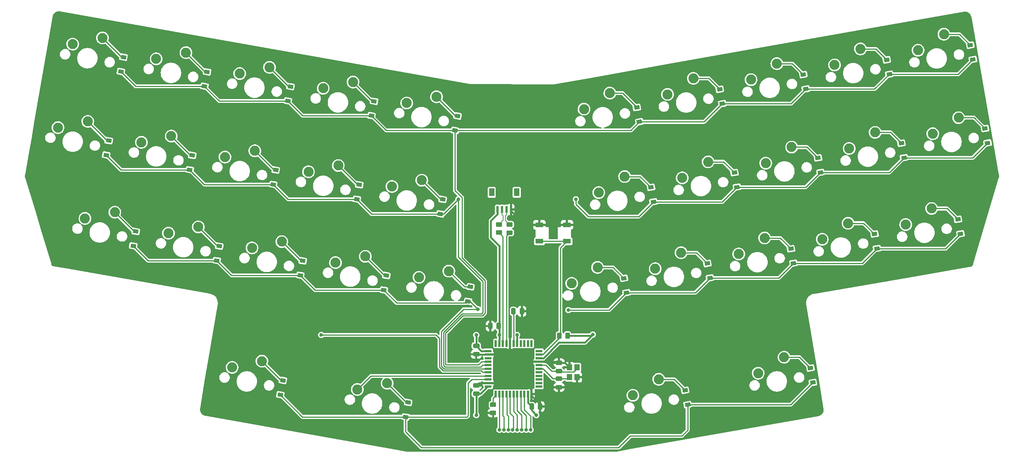
<source format=gbr>
%TF.GenerationSoftware,KiCad,Pcbnew,(6.0.4-0)*%
%TF.CreationDate,2023-01-13T14:19:42-08:00*%
%TF.ProjectId,AlphaStag,416c7068-6153-4746-9167-2e6b69636164,v1.0.0*%
%TF.SameCoordinates,Original*%
%TF.FileFunction,Copper,L2,Bot*%
%TF.FilePolarity,Positive*%
%FSLAX46Y46*%
G04 Gerber Fmt 4.6, Leading zero omitted, Abs format (unit mm)*
G04 Created by KiCad (PCBNEW (6.0.4-0)) date 2023-01-13 14:19:42*
%MOMM*%
%LPD*%
G01*
G04 APERTURE LIST*
G04 Aperture macros list*
%AMRoundRect*
0 Rectangle with rounded corners*
0 $1 Rounding radius*
0 $2 $3 $4 $5 $6 $7 $8 $9 X,Y pos of 4 corners*
0 Add a 4 corners polygon primitive as box body*
4,1,4,$2,$3,$4,$5,$6,$7,$8,$9,$2,$3,0*
0 Add four circle primitives for the rounded corners*
1,1,$1+$1,$2,$3*
1,1,$1+$1,$4,$5*
1,1,$1+$1,$6,$7*
1,1,$1+$1,$8,$9*
0 Add four rect primitives between the rounded corners*
20,1,$1+$1,$2,$3,$4,$5,0*
20,1,$1+$1,$4,$5,$6,$7,0*
20,1,$1+$1,$6,$7,$8,$9,0*
20,1,$1+$1,$8,$9,$2,$3,0*%
%AMRotRect*
0 Rectangle, with rotation*
0 The origin of the aperture is its center*
0 $1 length*
0 $2 width*
0 $3 Rotation angle, in degrees counterclockwise*
0 Add horizontal line*
21,1,$1,$2,0,0,$3*%
G04 Aperture macros list end*
%TA.AperFunction,ComponentPad*%
%ADD10C,2.250000*%
%TD*%
%TA.AperFunction,SMDPad,CuDef*%
%ADD11R,1.800000X1.100000*%
%TD*%
%TA.AperFunction,SMDPad,CuDef*%
%ADD12RotRect,0.900000X1.200000X100.000000*%
%TD*%
%TA.AperFunction,SMDPad,CuDef*%
%ADD13RotRect,0.900000X1.200000X80.000000*%
%TD*%
%TA.AperFunction,SMDPad,CuDef*%
%ADD14R,1.200000X1.800000*%
%TD*%
%TA.AperFunction,SMDPad,CuDef*%
%ADD15R,0.600000X1.550000*%
%TD*%
%TA.AperFunction,SMDPad,CuDef*%
%ADD16RoundRect,0.250000X-0.250000X-0.475000X0.250000X-0.475000X0.250000X0.475000X-0.250000X0.475000X0*%
%TD*%
%TA.AperFunction,SMDPad,CuDef*%
%ADD17R,1.200000X1.400000*%
%TD*%
%TA.AperFunction,SMDPad,CuDef*%
%ADD18RoundRect,0.250000X-0.475000X0.250000X-0.475000X-0.250000X0.475000X-0.250000X0.475000X0.250000X0*%
%TD*%
%TA.AperFunction,SMDPad,CuDef*%
%ADD19R,0.550000X1.500000*%
%TD*%
%TA.AperFunction,SMDPad,CuDef*%
%ADD20R,1.500000X0.550000*%
%TD*%
%TA.AperFunction,SMDPad,CuDef*%
%ADD21RoundRect,0.250000X-0.450000X0.262500X-0.450000X-0.262500X0.450000X-0.262500X0.450000X0.262500X0*%
%TD*%
%TA.AperFunction,SMDPad,CuDef*%
%ADD22RoundRect,0.250000X0.475000X-0.250000X0.475000X0.250000X-0.475000X0.250000X-0.475000X-0.250000X0*%
%TD*%
%TA.AperFunction,SMDPad,CuDef*%
%ADD23RoundRect,0.250000X-0.262500X-0.450000X0.262500X-0.450000X0.262500X0.450000X-0.262500X0.450000X0*%
%TD*%
%TA.AperFunction,SMDPad,CuDef*%
%ADD24RoundRect,0.250000X0.250000X0.475000X-0.250000X0.475000X-0.250000X-0.475000X0.250000X-0.475000X0*%
%TD*%
%TA.AperFunction,ViaPad*%
%ADD25C,0.800000*%
%TD*%
%TA.AperFunction,Conductor*%
%ADD26C,0.381000*%
%TD*%
%TA.AperFunction,Conductor*%
%ADD27C,0.254000*%
%TD*%
%TA.AperFunction,Conductor*%
%ADD28C,0.200000*%
%TD*%
G04 APERTURE END LIST*
D10*
%TO.P,MX20,1,COL*%
%TO.N,/COL9*%
X222068774Y-44471781D03*
%TO.P,MX20,2,ROW*%
%TO.N,Net-(D20-Pad2)*%
X227881237Y-40867703D03*
%TD*%
%TO.P,MX17,1,COL*%
%TO.N,/COL6*%
X165787011Y-54395774D03*
%TO.P,MX17,2,ROW*%
%TO.N,Net-(D17-Pad2)*%
X171599474Y-50791696D03*
%TD*%
%TO.P,MX18,1,COL*%
%TO.N,/COL7*%
X184547599Y-51087776D03*
%TO.P,MX18,2,ROW*%
%TO.N,Net-(D18-Pad2)*%
X190360062Y-47483698D03*
%TD*%
%TO.P,MX13,1,COL*%
%TO.N,/COL2*%
X63062828Y-49713398D03*
%TO.P,MX13,2,ROW*%
%TO.N,Net-(D13-Pad2)*%
X69757423Y-48314652D03*
%TD*%
%TO.P,MX10,1,COL*%
%TO.N,/COL9*%
X218760776Y-25711193D03*
%TO.P,MX10,2,ROW*%
%TO.N,Net-(D10-Pad2)*%
X224573239Y-22107115D03*
%TD*%
%TO.P,MX4,1,COL*%
%TO.N,/COL3*%
X85131414Y-34260808D03*
%TO.P,MX4,2,ROW*%
%TO.N,Net-(D4-Pad2)*%
X91826009Y-32862062D03*
%TD*%
%TO.P,MX27,1,COL*%
%TO.N,/COL6*%
X159714715Y-74810361D03*
%TO.P,MX27,2,ROW*%
%TO.N,Net-(D27-Pad2)*%
X165527178Y-71206283D03*
%TD*%
%TO.P,MX15,1,COL*%
%TO.N,/COL4*%
X100584003Y-56329394D03*
%TO.P,MX15,2,ROW*%
%TO.N,Net-(D15-Pad2)*%
X107278598Y-54930648D03*
%TD*%
%TO.P,MX1,1,COL*%
%TO.N,/COL0*%
X28849650Y-24336815D03*
%TO.P,MX1,2,ROW*%
%TO.N,Net-(D1-Pad2)*%
X35544245Y-22938069D03*
%TD*%
%TO.P,MX25,1,COL*%
%TO.N,/COL4*%
X106656300Y-76743981D03*
%TO.P,MX25,2,ROW*%
%TO.N,Net-(D25-Pad2)*%
X113350895Y-75345235D03*
%TD*%
%TO.P,MX3,1,COL*%
%TO.N,/COL2*%
X66370826Y-30952811D03*
%TO.P,MX3,2,ROW*%
%TO.N,Net-(D3-Pad2)*%
X73065421Y-29554065D03*
%TD*%
%TO.P,MX31,1,COL*%
%TO.N,/COL2*%
X64662036Y-96982487D03*
%TO.P,MX31,2,ROW*%
%TO.N,Net-(D31-Pad2)*%
X71356631Y-95583741D03*
%TD*%
%TO.P,MX24,1,COL*%
%TO.N,/COL3*%
X87895712Y-73435983D03*
%TO.P,MX24,2,ROW*%
%TO.N,Net-(D24-Pad2)*%
X94590307Y-72037237D03*
%TD*%
%TO.P,MX16,1,COL*%
%TO.N,/COL5*%
X147026423Y-57703772D03*
%TO.P,MX16,2,ROW*%
%TO.N,Net-(D16-Pad2)*%
X152838886Y-54099694D03*
%TD*%
%TO.P,MX21,1,COL*%
%TO.N,/COL0*%
X31613949Y-63511989D03*
%TO.P,MX21,2,ROW*%
%TO.N,Net-(D21-Pad2)*%
X38308544Y-62113243D03*
%TD*%
%TO.P,MX32,1,COL*%
%TO.N,/COL4*%
X92802918Y-101944483D03*
%TO.P,MX32,2,ROW*%
%TO.N,Net-(D32-Pad2)*%
X99497513Y-100545737D03*
%TD*%
%TO.P,MX9,1,COL*%
%TO.N,/COL8*%
X200000188Y-29019191D03*
%TO.P,MX9,2,ROW*%
%TO.N,Net-(D9-Pad2)*%
X205812651Y-25415113D03*
%TD*%
%TO.P,MX2,1,COL*%
%TO.N,/COL1*%
X47610238Y-27644813D03*
%TO.P,MX2,2,ROW*%
%TO.N,Net-(D2-Pad2)*%
X54304833Y-26246067D03*
%TD*%
%TO.P,MX30,1,COL*%
%TO.N,/COL9*%
X215996478Y-64886367D03*
%TO.P,MX30,2,ROW*%
%TO.N,Net-(D30-Pad2)*%
X221808941Y-61282289D03*
%TD*%
%TO.P,MX34,1,COL*%
%TO.N,/COL7*%
X182842403Y-98305686D03*
%TO.P,MX34,2,ROW*%
%TO.N,Net-(D34-Pad2)*%
X188654866Y-94701608D03*
%TD*%
%TO.P,MX5,1,COL*%
%TO.N,/COL4*%
X103892001Y-37568806D03*
%TO.P,MX5,2,ROW*%
%TO.N,Net-(D5-Pad2)*%
X110586596Y-36170060D03*
%TD*%
%TO.P,MX28,1,COL*%
%TO.N,/COL7*%
X178475302Y-71502363D03*
%TO.P,MX28,2,ROW*%
%TO.N,Net-(D28-Pad2)*%
X184287765Y-67898285D03*
%TD*%
%TO.P,MX29,1,COL*%
%TO.N,/COL8*%
X197235890Y-68194365D03*
%TO.P,MX29,2,ROW*%
%TO.N,Net-(D29-Pad2)*%
X203048353Y-64590287D03*
%TD*%
%TO.P,MX7,1,COL*%
%TO.N,/COL6*%
X162479013Y-35635186D03*
%TO.P,MX7,2,ROW*%
%TO.N,Net-(D7-Pad2)*%
X168291476Y-32031108D03*
%TD*%
%TO.P,MX26,1,COL*%
%TO.N,/COL5*%
X140954127Y-78118358D03*
%TO.P,MX26,2,ROW*%
%TO.N,Net-(D26-Pad2)*%
X146766590Y-74514280D03*
%TD*%
%TO.P,MX19,1,COL*%
%TO.N,/COL8*%
X203308186Y-47779778D03*
%TO.P,MX19,2,ROW*%
%TO.N,Net-(D19-Pad2)*%
X209120649Y-44175700D03*
%TD*%
%TO.P,MX8,1,COL*%
%TO.N,/COL7*%
X181239601Y-32327188D03*
%TO.P,MX8,2,ROW*%
%TO.N,Net-(D8-Pad2)*%
X187052064Y-28723110D03*
%TD*%
%TO.P,MX12,1,COL*%
%TO.N,/COL1*%
X44302240Y-46405401D03*
%TO.P,MX12,2,ROW*%
%TO.N,Net-(D12-Pad2)*%
X50996835Y-45006655D03*
%TD*%
%TO.P,MX11,1,COL*%
%TO.N,/COL0*%
X25541653Y-43097403D03*
%TO.P,MX11,2,ROW*%
%TO.N,Net-(D11-Pad2)*%
X32236248Y-41698657D03*
%TD*%
%TO.P,MX22,1,COL*%
%TO.N,/COL1*%
X50374536Y-66819987D03*
%TO.P,MX22,2,ROW*%
%TO.N,Net-(D22-Pad2)*%
X57069131Y-65421241D03*
%TD*%
%TO.P,MX6,1,COL*%
%TO.N,/COL5*%
X143718425Y-38943184D03*
%TO.P,MX6,2,ROW*%
%TO.N,Net-(D6-Pad2)*%
X149530888Y-35339106D03*
%TD*%
%TO.P,MX23,1,COL*%
%TO.N,/COL2*%
X69135124Y-70127985D03*
%TO.P,MX23,2,ROW*%
%TO.N,Net-(D23-Pad2)*%
X75829719Y-68729239D03*
%TD*%
%TO.P,MX33,1,COL*%
%TO.N,/COL5*%
X154701522Y-103267683D03*
%TO.P,MX33,2,ROW*%
%TO.N,Net-(D33-Pad2)*%
X160513985Y-99663605D03*
%TD*%
%TO.P,MX14,1,COL*%
%TO.N,/COL3*%
X81823416Y-53021396D03*
%TO.P,MX14,2,ROW*%
%TO.N,Net-(D14-Pad2)*%
X88518011Y-51622650D03*
%TD*%
D11*
%TO.P,SW1,1,1*%
%TO.N,GND*%
X139900000Y-64950000D03*
X133700000Y-64950000D03*
%TO.P,SW1,2,2*%
%TO.N,Net-(R1-Pad1)*%
X133700000Y-68650000D03*
X139900000Y-68650000D03*
%TD*%
D12*
%TO.P,D29,1,K*%
%TO.N,/ROW2*%
X209532505Y-70280778D03*
%TO.P,D29,2,A*%
%TO.N,Net-(D29-Pad2)*%
X208959467Y-67030912D03*
%TD*%
D13*
%TO.P,D15,1,K*%
%TO.N,/ROW1*%
X111425447Y-62495670D03*
%TO.P,D15,2,A*%
%TO.N,Net-(D15-Pad2)*%
X111998485Y-59245804D03*
%TD*%
D12*
%TO.P,D9,1,K*%
%TO.N,/ROW0*%
X212296803Y-31105603D03*
%TO.P,D9,2,A*%
%TO.N,Net-(D9-Pad2)*%
X211723765Y-27855737D03*
%TD*%
%TO.P,D6,1,K*%
%TO.N,/ROW0*%
X156152873Y-41811288D03*
%TO.P,D6,2,A*%
%TO.N,Net-(D6-Pad2)*%
X155579835Y-38561422D03*
%TD*%
D13*
%TO.P,D24,1,K*%
%TO.N,/ROW2*%
X98737155Y-79602259D03*
%TO.P,D24,2,A*%
%TO.N,Net-(D24-Pad2)*%
X99310193Y-76352393D03*
%TD*%
D12*
%TO.P,D27,1,K*%
%TO.N,/ROW2*%
X172011329Y-76896773D03*
%TO.P,D27,2,A*%
%TO.N,Net-(D27-Pad2)*%
X171438291Y-73646907D03*
%TD*%
D13*
%TO.P,D32,1,K*%
%TO.N,/ROW3*%
X103644361Y-108110760D03*
%TO.P,D32,2,A*%
%TO.N,Net-(D32-Pad2)*%
X104217399Y-104860894D03*
%TD*%
D14*
%TO.P,J1,*%
%TO.N,*%
X123001748Y-57637500D03*
X128601748Y-57637500D03*
D15*
%TO.P,J1,1,Pin_1*%
%TO.N,+5V*%
X124301748Y-61512500D03*
%TO.P,J1,2,Pin_2*%
%TO.N,/D-*%
X125301748Y-61512500D03*
%TO.P,J1,3,Pin_3*%
%TO.N,/D+*%
X126301748Y-61512500D03*
%TO.P,J1,4,Pin_4*%
%TO.N,GND*%
X127301748Y-61512500D03*
%TD*%
D16*
%TO.P,C6,1*%
%TO.N,+5V*%
X131956250Y-105775000D03*
%TO.P,C6,2*%
%TO.N,GND*%
X133856250Y-105775000D03*
%TD*%
D13*
%TO.P,D4,1,K*%
%TO.N,/ROW0*%
X95972857Y-40427085D03*
%TO.P,D4,2,A*%
%TO.N,Net-(D4-Pad2)*%
X96545895Y-37177219D03*
%TD*%
D17*
%TO.P,Y1,1,1*%
%TO.N,Net-(C1-Pad2)*%
X140450000Y-99200000D03*
%TO.P,Y1,2,2*%
%TO.N,GND*%
X140450000Y-97000000D03*
%TO.P,Y1,3,3*%
%TO.N,Net-(C2-Pad2)*%
X142150000Y-97000000D03*
%TO.P,Y1,4,4*%
%TO.N,GND*%
X142150000Y-99200000D03*
%TD*%
D12*
%TO.P,D19,1,K*%
%TO.N,/ROW1*%
X215604801Y-49866191D03*
%TO.P,D19,2,A*%
%TO.N,Net-(D19-Pad2)*%
X215031763Y-46616325D03*
%TD*%
D18*
%TO.P,C2,1*%
%TO.N,GND*%
X138100000Y-95950000D03*
%TO.P,C2,2*%
%TO.N,Net-(C2-Pad2)*%
X138100000Y-97850000D03*
%TD*%
D12*
%TO.P,D10,1,K*%
%TO.N,/ROW0*%
X231057391Y-27797605D03*
%TO.P,D10,2,A*%
%TO.N,Net-(D10-Pad2)*%
X230484353Y-24547739D03*
%TD*%
D13*
%TO.P,D5,1,K*%
%TO.N,/ROW0*%
X114733445Y-43735083D03*
%TO.P,D5,2,A*%
%TO.N,Net-(D5-Pad2)*%
X115306483Y-40485217D03*
%TD*%
D19*
%TO.P,U2,1,PE6*%
%TO.N,unconnected-(U2-Pad1)*%
X123900000Y-91600000D03*
%TO.P,U2,2,UVCC*%
%TO.N,+5V*%
X124700000Y-91600000D03*
%TO.P,U2,3,D-*%
%TO.N,Net-(R3-Pad2)*%
X125500000Y-91600000D03*
%TO.P,U2,4,D+*%
%TO.N,Net-(R2-Pad2)*%
X126300000Y-91600000D03*
%TO.P,U2,5,UGND*%
%TO.N,GND*%
X127100000Y-91600000D03*
%TO.P,U2,6,UCAP*%
%TO.N,Net-(C4-Pad1)*%
X127900000Y-91600000D03*
%TO.P,U2,7,VBUS*%
%TO.N,+5V*%
X128700000Y-91600000D03*
%TO.P,U2,8,PB0*%
%TO.N,unconnected-(U2-Pad8)*%
X129500000Y-91600000D03*
%TO.P,U2,9,PB1*%
%TO.N,unconnected-(U2-Pad9)*%
X130300000Y-91600000D03*
%TO.P,U2,10,PB2*%
%TO.N,unconnected-(U2-Pad10)*%
X131100000Y-91600000D03*
%TO.P,U2,11,PB3*%
%TO.N,unconnected-(U2-Pad11)*%
X131900000Y-91600000D03*
D20*
%TO.P,U2,12,PB7*%
%TO.N,unconnected-(U2-Pad12)*%
X133600000Y-93300000D03*
%TO.P,U2,13,~{RESET}*%
%TO.N,Net-(R1-Pad1)*%
X133600000Y-94100000D03*
%TO.P,U2,14,VCC*%
%TO.N,+5V*%
X133600000Y-94900000D03*
%TO.P,U2,15,GND*%
%TO.N,GND*%
X133600000Y-95700000D03*
%TO.P,U2,16,XTAL2*%
%TO.N,Net-(C2-Pad2)*%
X133600000Y-96500000D03*
%TO.P,U2,17,XTAL1*%
%TO.N,Net-(C1-Pad2)*%
X133600000Y-97300000D03*
%TO.P,U2,18,PD0*%
%TO.N,unconnected-(U2-Pad18)*%
X133600000Y-98100000D03*
%TO.P,U2,19,PD1*%
%TO.N,unconnected-(U2-Pad19)*%
X133600000Y-98900000D03*
%TO.P,U2,20,PD2*%
%TO.N,unconnected-(U2-Pad20)*%
X133600000Y-99700000D03*
%TO.P,U2,21,PD3*%
%TO.N,unconnected-(U2-Pad21)*%
X133600000Y-100500000D03*
%TO.P,U2,22,PD5*%
%TO.N,unconnected-(U2-Pad22)*%
X133600000Y-101300000D03*
D19*
%TO.P,U2,23,GND*%
%TO.N,GND*%
X131900000Y-103000000D03*
%TO.P,U2,24,AVCC*%
%TO.N,+5V*%
X131100000Y-103000000D03*
%TO.P,U2,25,PD4*%
%TO.N,/COL5*%
X130300000Y-103000000D03*
%TO.P,U2,26,PD6*%
%TO.N,/COL6*%
X129500000Y-103000000D03*
%TO.P,U2,27,PD7*%
%TO.N,/COL7*%
X128700000Y-103000000D03*
%TO.P,U2,28,PB4*%
%TO.N,/COL8*%
X127900000Y-103000000D03*
%TO.P,U2,29,PB5*%
%TO.N,/COL9*%
X127100000Y-103000000D03*
%TO.P,U2,30,PB6*%
%TO.N,/COL0*%
X126300000Y-103000000D03*
%TO.P,U2,31,PC6*%
%TO.N,/COL1*%
X125500000Y-103000000D03*
%TO.P,U2,32,PC7*%
%TO.N,/COL2*%
X124700000Y-103000000D03*
%TO.P,U2,33,~{HWB}/PE2*%
%TO.N,Net-(R4-Pad1)*%
X123900000Y-103000000D03*
D20*
%TO.P,U2,34,VCC*%
%TO.N,+5V*%
X122200000Y-101300000D03*
%TO.P,U2,35,GND*%
%TO.N,GND*%
X122200000Y-100500000D03*
%TO.P,U2,36,PF7*%
%TO.N,/ROW3*%
X122200000Y-99700000D03*
%TO.P,U2,37,PF6*%
%TO.N,/COL4*%
X122200000Y-98900000D03*
%TO.P,U2,38,PF5*%
%TO.N,/COL3*%
X122200000Y-98100000D03*
%TO.P,U2,39,PF4*%
%TO.N,/ROW2*%
X122200000Y-97300000D03*
%TO.P,U2,40,PF1*%
%TO.N,/ROW1*%
X122200000Y-96500000D03*
%TO.P,U2,41,PF0*%
%TO.N,/ROW0*%
X122200000Y-95700000D03*
%TO.P,U2,42,AREF*%
%TO.N,unconnected-(U2-Pad42)*%
X122200000Y-94900000D03*
%TO.P,U2,43,GND*%
%TO.N,GND*%
X122200000Y-94100000D03*
%TO.P,U2,44,AVCC*%
%TO.N,+5V*%
X122200000Y-93300000D03*
%TD*%
D13*
%TO.P,D1,1,K*%
%TO.N,/ROW0*%
X39691094Y-30503092D03*
%TO.P,D1,2,A*%
%TO.N,Net-(D1-Pad2)*%
X40264132Y-27253226D03*
%TD*%
D21*
%TO.P,R3,1*%
%TO.N,/D-*%
X124601748Y-64875000D03*
%TO.P,R3,2*%
%TO.N,Net-(R3-Pad2)*%
X124601748Y-66700000D03*
%TD*%
D12*
%TO.P,D33,1,K*%
%TO.N,/ROW3*%
X166998136Y-105354096D03*
%TO.P,D33,2,A*%
%TO.N,Net-(D33-Pad2)*%
X166425098Y-102104230D03*
%TD*%
D21*
%TO.P,R4,1*%
%TO.N,Net-(R4-Pad1)*%
X123306250Y-105362500D03*
%TO.P,R4,2*%
%TO.N,GND*%
X123306250Y-107187500D03*
%TD*%
D13*
%TO.P,D14,1,K*%
%TO.N,/ROW1*%
X92664859Y-59187673D03*
%TO.P,D14,2,A*%
%TO.N,Net-(D14-Pad2)*%
X93237897Y-55937807D03*
%TD*%
D12*
%TO.P,D17,1,K*%
%TO.N,/ROW1*%
X178083625Y-56482187D03*
%TO.P,D17,2,A*%
%TO.N,Net-(D17-Pad2)*%
X177510587Y-53232321D03*
%TD*%
D13*
%TO.P,D22,1,K*%
%TO.N,/ROW2*%
X61215980Y-72986264D03*
%TO.P,D22,2,A*%
%TO.N,Net-(D22-Pad2)*%
X61789018Y-69736398D03*
%TD*%
D12*
%TO.P,D30,1,K*%
%TO.N,/ROW2*%
X228293092Y-66972780D03*
%TO.P,D30,2,A*%
%TO.N,Net-(D30-Pad2)*%
X227720054Y-63722914D03*
%TD*%
%TO.P,D8,1,K*%
%TO.N,/ROW0*%
X193536215Y-34413601D03*
%TO.P,D8,2,A*%
%TO.N,Net-(D8-Pad2)*%
X192963177Y-31163735D03*
%TD*%
%TO.P,D26,1,K*%
%TO.N,/ROW2*%
X153250742Y-80204771D03*
%TO.P,D26,2,A*%
%TO.N,Net-(D26-Pad2)*%
X152677704Y-76954905D03*
%TD*%
D22*
%TO.P,C1,1*%
%TO.N,GND*%
X138100000Y-101450000D03*
%TO.P,C1,2*%
%TO.N,Net-(C1-Pad2)*%
X138100000Y-99550000D03*
%TD*%
D16*
%TO.P,C4,1*%
%TO.N,Net-(C4-Pad1)*%
X127856250Y-84375000D03*
%TO.P,C4,2*%
%TO.N,GND*%
X129756250Y-84375000D03*
%TD*%
D12*
%TO.P,D18,1,K*%
%TO.N,/ROW1*%
X196844213Y-53174189D03*
%TO.P,D18,2,A*%
%TO.N,Net-(D18-Pad2)*%
X196271175Y-49924323D03*
%TD*%
D13*
%TO.P,D23,1,K*%
%TO.N,/ROW2*%
X79976568Y-76294261D03*
%TO.P,D23,2,A*%
%TO.N,Net-(D23-Pad2)*%
X80549606Y-73044395D03*
%TD*%
%TO.P,D2,1,K*%
%TO.N,/ROW0*%
X58451682Y-33811089D03*
%TO.P,D2,2,A*%
%TO.N,Net-(D2-Pad2)*%
X59024720Y-30561223D03*
%TD*%
D18*
%TO.P,C5,1*%
%TO.N,+5V*%
X119500000Y-92150000D03*
%TO.P,C5,2*%
%TO.N,GND*%
X119500000Y-94050000D03*
%TD*%
D12*
%TO.P,D20,1,K*%
%TO.N,/ROW1*%
X234365388Y-46558193D03*
%TO.P,D20,2,A*%
%TO.N,Net-(D20-Pad2)*%
X233792350Y-43308327D03*
%TD*%
%TO.P,D16,1,K*%
%TO.N,/ROW1*%
X159323038Y-59790184D03*
%TO.P,D16,2,A*%
%TO.N,Net-(D16-Pad2)*%
X158750000Y-56540318D03*
%TD*%
D23*
%TO.P,R1,1*%
%TO.N,Net-(R1-Pad1)*%
X138193750Y-89875000D03*
%TO.P,R1,2*%
%TO.N,+5V*%
X140018750Y-89875000D03*
%TD*%
D21*
%TO.P,R2,1*%
%TO.N,/D+*%
X127000000Y-64887500D03*
%TO.P,R2,2*%
%TO.N,Net-(R2-Pad2)*%
X127000000Y-66712500D03*
%TD*%
D12*
%TO.P,D7,1,K*%
%TO.N,/ROW0*%
X174775628Y-37721599D03*
%TO.P,D7,2,A*%
%TO.N,Net-(D7-Pad2)*%
X174202590Y-34471733D03*
%TD*%
D13*
%TO.P,D3,1,K*%
%TO.N,/ROW0*%
X77212269Y-37119087D03*
%TO.P,D3,2,A*%
%TO.N,Net-(D3-Pad2)*%
X77785307Y-33869221D03*
%TD*%
D12*
%TO.P,D34,1,K*%
%TO.N,/ROW3*%
X195139018Y-100392099D03*
%TO.P,D34,2,A*%
%TO.N,Net-(D34-Pad2)*%
X194565980Y-97142233D03*
%TD*%
D13*
%TO.P,D31,1,K*%
%TO.N,/ROW3*%
X75503480Y-103148763D03*
%TO.P,D31,2,A*%
%TO.N,Net-(D31-Pad2)*%
X76076518Y-99898897D03*
%TD*%
%TO.P,D25,1,K*%
%TO.N,/ROW2*%
X117635576Y-82128566D03*
%TO.P,D25,2,A*%
%TO.N,Net-(D25-Pad2)*%
X118208614Y-78878700D03*
%TD*%
%TO.P,D11,1,K*%
%TO.N,/ROW1*%
X36383096Y-49263679D03*
%TO.P,D11,2,A*%
%TO.N,Net-(D11-Pad2)*%
X36956134Y-46013813D03*
%TD*%
%TO.P,D21,1,K*%
%TO.N,/ROW2*%
X42455392Y-69678266D03*
%TO.P,D21,2,A*%
%TO.N,Net-(D21-Pad2)*%
X43028430Y-66428400D03*
%TD*%
D24*
%TO.P,C8,1*%
%TO.N,+5V*%
X124550000Y-87700000D03*
%TO.P,C8,2*%
%TO.N,GND*%
X122650000Y-87700000D03*
%TD*%
D13*
%TO.P,D13,1,K*%
%TO.N,/ROW1*%
X73904272Y-55879675D03*
%TO.P,D13,2,A*%
%TO.N,Net-(D13-Pad2)*%
X74477310Y-52629809D03*
%TD*%
D22*
%TO.P,C7,1*%
%TO.N,+5V*%
X119506250Y-102925000D03*
%TO.P,C7,2*%
%TO.N,GND*%
X119506250Y-101025000D03*
%TD*%
D12*
%TO.P,D28,1,K*%
%TO.N,/ROW2*%
X190771917Y-73588775D03*
%TO.P,D28,2,A*%
%TO.N,Net-(D28-Pad2)*%
X190198879Y-70338909D03*
%TD*%
D13*
%TO.P,D12,1,K*%
%TO.N,/ROW1*%
X55143684Y-52571677D03*
%TO.P,D12,2,A*%
%TO.N,Net-(D12-Pad2)*%
X55716722Y-49321811D03*
%TD*%
D25*
%TO.N,GND*%
X131300000Y-101400000D03*
X138100000Y-103200000D03*
X123300000Y-108800000D03*
X124200000Y-100500000D03*
X133700000Y-62900000D03*
X128400000Y-62900000D03*
X140400000Y-95000000D03*
X129700000Y-82500000D03*
X124100000Y-94100000D03*
X120900000Y-87700000D03*
X127100000Y-93500000D03*
%TO.N,+5V*%
X145700000Y-89600000D03*
X133000000Y-107700000D03*
X128700000Y-89700000D03*
X124700000Y-89700000D03*
X119500000Y-89700000D03*
X119500000Y-107700000D03*
%TO.N,/ROW1*%
X115500000Y-59200000D03*
X141900000Y-59200000D03*
%TO.N,/ROW2*%
X140200000Y-84100000D03*
X119900000Y-83900000D03*
%TO.N,/COL0*%
X126699006Y-111000000D03*
%TO.N,/COL1*%
X125699503Y-111000000D03*
%TO.N,/COL2*%
X124700000Y-111000000D03*
%TO.N,/COL3*%
X84700000Y-89700000D03*
%TO.N,/COL5*%
X131696521Y-111000000D03*
%TO.N,/COL6*%
X130697018Y-111000000D03*
%TO.N,/COL7*%
X129697515Y-111000000D03*
%TO.N,/COL8*%
X128698012Y-111000000D03*
%TO.N,/COL9*%
X127698509Y-111000000D03*
%TD*%
D26*
%TO.N,GND*%
X122200000Y-94100000D02*
X124100000Y-94100000D01*
X133600000Y-95700000D02*
X137850000Y-95700000D01*
X119550000Y-94100000D02*
X119500000Y-94050000D01*
X127301748Y-61801748D02*
X128400000Y-62900000D01*
X138100000Y-101450000D02*
X138100000Y-103200000D01*
X142150000Y-99200000D02*
X142150000Y-100650000D01*
X131900000Y-103300000D02*
X133856250Y-105256250D01*
X139400000Y-95950000D02*
X140450000Y-97000000D01*
X133700000Y-64950000D02*
X133700000Y-62900000D01*
X131900000Y-102000000D02*
X131300000Y-101400000D01*
X119506250Y-101025000D02*
X120031250Y-100500000D01*
X122650000Y-87700000D02*
X120900000Y-87700000D01*
X139900000Y-64950000D02*
X133700000Y-64950000D01*
X123306250Y-108793750D02*
X123300000Y-108800000D01*
X129756250Y-82556250D02*
X129700000Y-82500000D01*
X131900000Y-103000000D02*
X131900000Y-103300000D01*
X122200000Y-100500000D02*
X124200000Y-100500000D01*
X138100000Y-95950000D02*
X139400000Y-95950000D01*
X127301748Y-61512500D02*
X127301748Y-61801748D01*
X131900000Y-103000000D02*
X131900000Y-102000000D01*
X120031250Y-100500000D02*
X122200000Y-100500000D01*
X137850000Y-95700000D02*
X138100000Y-95950000D01*
X141350000Y-101450000D02*
X138100000Y-101450000D01*
X140450000Y-97000000D02*
X140450000Y-95050000D01*
X142150000Y-100650000D02*
X141350000Y-101450000D01*
X140450000Y-95050000D02*
X140400000Y-95000000D01*
X123306250Y-107187500D02*
X123306250Y-108793750D01*
X129756250Y-84375000D02*
X129756250Y-82556250D01*
X133856250Y-105256250D02*
X133856250Y-105775000D01*
X127100000Y-91600000D02*
X127100000Y-93500000D01*
X122200000Y-94100000D02*
X119550000Y-94100000D01*
D27*
%TO.N,Net-(C1-Pad2)*%
X133600000Y-97300000D02*
X134500000Y-97300000D01*
X138100000Y-99550000D02*
X140100000Y-99550000D01*
X140100000Y-99550000D02*
X140450000Y-99200000D01*
X134500000Y-97300000D02*
X136750000Y-99550000D01*
X136750000Y-99550000D02*
X138100000Y-99550000D01*
%TO.N,Net-(C2-Pad2)*%
X133600000Y-96500000D02*
X135100000Y-96500000D01*
X135100000Y-96500000D02*
X136450000Y-97850000D01*
X141376511Y-98026511D02*
X142150000Y-97253022D01*
X142150000Y-97000000D02*
X142150000Y-97253022D01*
X138100000Y-97850000D02*
X138276511Y-98026511D01*
X136450000Y-97850000D02*
X138100000Y-97850000D01*
X138276511Y-98026511D02*
X141376511Y-98026511D01*
%TO.N,Net-(C4-Pad1)*%
X127900000Y-84418750D02*
X127900000Y-91600000D01*
X127856250Y-84375000D02*
X127900000Y-84418750D01*
D26*
%TO.N,+5V*%
X143900000Y-91400000D02*
X138100000Y-91400000D01*
X124700000Y-69700000D02*
X124700000Y-87550000D01*
X145700000Y-89600000D02*
X143900000Y-91400000D01*
X138100000Y-91400000D02*
X134600000Y-94900000D01*
X124700000Y-87550000D02*
X124550000Y-87700000D01*
X131956250Y-105775000D02*
X131100000Y-104918750D01*
X134600000Y-94900000D02*
X133600000Y-94900000D01*
X120650000Y-93300000D02*
X119500000Y-92150000D01*
X122200000Y-93300000D02*
X120650000Y-93300000D01*
X128700000Y-91600000D02*
X128700000Y-89700000D01*
X122100000Y-101300000D02*
X120475000Y-102925000D01*
X122200000Y-101300000D02*
X122100000Y-101300000D01*
X120475000Y-102925000D02*
X119506250Y-102925000D01*
X119506250Y-102925000D02*
X119506250Y-107693750D01*
X122800000Y-64000000D02*
X124301748Y-62498252D01*
X124700000Y-69700000D02*
X122800000Y-67800000D01*
X124700000Y-87850000D02*
X124700000Y-91600000D01*
X124301748Y-62498252D02*
X124301748Y-61512500D01*
X119500000Y-92150000D02*
X119500000Y-89700000D01*
X131956250Y-105775000D02*
X131956250Y-106656250D01*
X131956250Y-106656250D02*
X133000000Y-107700000D01*
X131100000Y-104918750D02*
X131100000Y-103000000D01*
X122800000Y-67800000D02*
X122800000Y-64000000D01*
X119506250Y-107693750D02*
X119500000Y-107700000D01*
X145425000Y-89875000D02*
X140018750Y-89875000D01*
X124550000Y-87700000D02*
X124700000Y-87850000D01*
X145700000Y-89600000D02*
X145425000Y-89875000D01*
D27*
%TO.N,/ROW0*%
X154229078Y-43735083D02*
X114733445Y-43735083D01*
X174775628Y-37721599D02*
X170685939Y-41811288D01*
X77212269Y-37119087D02*
X61759680Y-37119087D01*
X61759680Y-37119087D02*
X58451682Y-33811089D01*
X116300000Y-58800000D02*
X116300000Y-72358626D01*
X116300000Y-72358626D02*
X121453520Y-77512146D01*
X121453520Y-77512146D02*
X121453520Y-84787854D01*
X95972857Y-40427085D02*
X80520267Y-40427085D01*
X116508541Y-85374207D02*
X112607040Y-89275708D01*
X190228217Y-37721599D02*
X174775628Y-37721599D01*
X114733445Y-57233445D02*
X116300000Y-58800000D01*
X227749393Y-31105603D02*
X212296803Y-31105603D01*
X170685939Y-41811288D02*
X156152873Y-41811288D01*
X112607040Y-89275708D02*
X112607040Y-96324292D01*
X80520267Y-40427085D02*
X77212269Y-37119087D01*
X42999091Y-33811089D02*
X39691094Y-30503092D01*
X114733445Y-43735083D02*
X114733445Y-57233445D01*
X114733445Y-43735083D02*
X99280855Y-43735083D01*
X193536215Y-34413601D02*
X190228217Y-37721599D01*
X120867167Y-85374207D02*
X116508541Y-85374207D01*
X156152873Y-41811288D02*
X154229078Y-43735083D01*
X231057391Y-27797605D02*
X227749393Y-31105603D01*
X99280855Y-43735083D02*
X95972857Y-40427085D01*
X212296803Y-31105603D02*
X208988805Y-34413601D01*
X112675708Y-96392960D02*
X120007040Y-96392960D01*
X58451682Y-33811089D02*
X42999091Y-33811089D01*
X112607040Y-96324292D02*
X112675708Y-96392960D01*
X208988805Y-34413601D02*
X193536215Y-34413601D01*
X120700000Y-95700000D02*
X122200000Y-95700000D01*
X120007040Y-96392960D02*
X120700000Y-95700000D01*
X121453520Y-84787854D02*
X120867167Y-85374207D01*
%TO.N,Net-(D1-Pad2)*%
X35544245Y-22938069D02*
X39859402Y-27253226D01*
X39859402Y-27253226D02*
X40264132Y-27253226D01*
%TO.N,Net-(D2-Pad2)*%
X58619989Y-30561223D02*
X59024720Y-30561223D01*
X54304833Y-26246067D02*
X58619989Y-30561223D01*
%TO.N,Net-(D3-Pad2)*%
X77380577Y-33869221D02*
X77785307Y-33869221D01*
X73065421Y-29554065D02*
X77380577Y-33869221D01*
%TO.N,Net-(D4-Pad2)*%
X96141166Y-37177219D02*
X96545895Y-37177219D01*
X91826009Y-32862062D02*
X96141166Y-37177219D01*
%TO.N,Net-(D5-Pad2)*%
X110586596Y-36170060D02*
X114901753Y-40485217D01*
X114901753Y-40485217D02*
X115306483Y-40485217D01*
%TO.N,Net-(D6-Pad2)*%
X152357519Y-35339106D02*
X155579835Y-38561422D01*
X149530888Y-35339106D02*
X152357519Y-35339106D01*
%TO.N,Net-(D7-Pad2)*%
X168291476Y-32031108D02*
X171761965Y-32031108D01*
X171761965Y-32031108D02*
X174202590Y-34471733D01*
%TO.N,Net-(D8-Pad2)*%
X190522552Y-28723110D02*
X192963177Y-31163735D01*
X187052064Y-28723110D02*
X190522552Y-28723110D01*
%TO.N,Net-(D9-Pad2)*%
X205812651Y-25415113D02*
X209283141Y-25415113D01*
X209283141Y-25415113D02*
X211723765Y-27855737D01*
%TO.N,Net-(D10-Pad2)*%
X228043729Y-22107115D02*
X230484353Y-24547739D01*
X224573239Y-22107115D02*
X228043729Y-22107115D01*
%TO.N,/ROW1*%
X92664859Y-59187673D02*
X77212270Y-59187673D01*
X115500000Y-72200000D02*
X121000000Y-77700000D01*
X120553520Y-96846480D02*
X120900000Y-96500000D01*
X55143684Y-52571677D02*
X39691094Y-52571677D01*
X112153520Y-89087854D02*
X112153520Y-96512146D01*
X144900000Y-63100000D02*
X144700000Y-63100000D01*
X73904272Y-55879675D02*
X58451682Y-55879675D01*
X77212270Y-59187673D02*
X73904272Y-55879675D01*
X120679313Y-84920687D02*
X116320687Y-84920687D01*
X178083625Y-56482187D02*
X174775628Y-59790184D01*
X231057390Y-49866191D02*
X215604801Y-49866191D01*
X156013222Y-63100000D02*
X155900000Y-63100000D01*
X120900000Y-96500000D02*
X122200000Y-96500000D01*
X116320687Y-84920687D02*
X112153520Y-89087854D01*
X155900000Y-63100000D02*
X144900000Y-63100000D01*
X112487854Y-96846480D02*
X120553520Y-96846480D01*
X112153520Y-96512146D02*
X112487854Y-96846480D01*
X141900000Y-60300000D02*
X141900000Y-59200000D01*
X212296803Y-53174189D02*
X196844213Y-53174189D01*
X234365388Y-46558193D02*
X231057390Y-49866191D01*
X215604801Y-49866191D02*
X212296803Y-53174189D01*
X121000000Y-77700000D02*
X121000000Y-84600000D01*
X115500000Y-59200000D02*
X112204330Y-62495670D01*
X196844213Y-53174189D02*
X193536215Y-56482187D01*
X112204330Y-62495670D02*
X111425447Y-62495670D01*
X193536215Y-56482187D02*
X178083625Y-56482187D01*
X115500000Y-59200000D02*
X115500000Y-72200000D01*
X121000000Y-84600000D02*
X120679313Y-84920687D01*
X159323038Y-59790184D02*
X156013222Y-63100000D01*
X39691094Y-52571677D02*
X36383096Y-49263679D01*
X111425447Y-62495670D02*
X95972856Y-62495670D01*
X58451682Y-55879675D02*
X55143684Y-52571677D01*
X144700000Y-63100000D02*
X141900000Y-60300000D01*
X174775628Y-59790184D02*
X159323038Y-59790184D01*
X95972856Y-62495670D02*
X92664859Y-59187673D01*
%TO.N,Net-(D11-Pad2)*%
X36956134Y-46013813D02*
X36551404Y-46013813D01*
X36551404Y-46013813D02*
X32236248Y-41698657D01*
%TO.N,Net-(D12-Pad2)*%
X55311991Y-49321811D02*
X50996835Y-45006655D01*
X55716722Y-49321811D02*
X55311991Y-49321811D01*
%TO.N,Net-(D13-Pad2)*%
X74477310Y-52629809D02*
X74072580Y-52629809D01*
X74072580Y-52629809D02*
X69757423Y-48314652D01*
%TO.N,Net-(D14-Pad2)*%
X92833168Y-55937807D02*
X88518011Y-51622650D01*
X93237897Y-55937807D02*
X92833168Y-55937807D01*
%TO.N,Net-(D15-Pad2)*%
X111593754Y-59245804D02*
X107278598Y-54930648D01*
X111998485Y-59245804D02*
X111593754Y-59245804D01*
%TO.N,Net-(D16-Pad2)*%
X152838886Y-54099694D02*
X156309376Y-54099694D01*
X156309376Y-54099694D02*
X158750000Y-56540318D01*
%TO.N,Net-(D17-Pad2)*%
X171599474Y-50791696D02*
X175069962Y-50791696D01*
X175069962Y-50791696D02*
X177510587Y-53232321D01*
%TO.N,Net-(D18-Pad2)*%
X190360062Y-47483698D02*
X193830550Y-47483698D01*
X193830550Y-47483698D02*
X196271175Y-49924323D01*
%TO.N,Net-(D19-Pad2)*%
X209120649Y-44175700D02*
X212591138Y-44175700D01*
X212591138Y-44175700D02*
X215031763Y-46616325D01*
%TO.N,Net-(D20-Pad2)*%
X227881237Y-40867703D02*
X231351726Y-40867703D01*
X231351726Y-40867703D02*
X233792350Y-43308327D01*
%TO.N,/ROW2*%
X64523977Y-76294261D02*
X61215980Y-72986264D01*
X61215980Y-72986264D02*
X45763390Y-72986264D01*
X119900000Y-83900000D02*
X118128566Y-82128566D01*
X111700000Y-96700000D02*
X112300000Y-97300000D01*
X168703331Y-80204771D02*
X153250742Y-80204771D01*
X117635576Y-82128566D02*
X117247128Y-82517014D01*
X119900000Y-83900000D02*
X116700000Y-83900000D01*
X98737155Y-79602259D02*
X83284566Y-79602259D01*
X172011329Y-76896773D02*
X168703331Y-80204771D01*
X101651910Y-82517014D02*
X98737155Y-79602259D01*
X79976568Y-76294261D02*
X64523977Y-76294261D01*
X117247128Y-82517014D02*
X101651910Y-82517014D01*
X149355513Y-84100000D02*
X140200000Y-84100000D01*
X206224508Y-73588775D02*
X190771917Y-73588775D01*
X153250742Y-80204771D02*
X149355513Y-84100000D01*
X190771917Y-73588775D02*
X187463919Y-76896773D01*
X118128566Y-82128566D02*
X117635576Y-82128566D01*
X187463919Y-76896773D02*
X172011329Y-76896773D01*
X228293092Y-66972780D02*
X224985094Y-70280778D01*
X112300000Y-97300000D02*
X122200000Y-97300000D01*
X45763390Y-72986264D02*
X42455392Y-69678266D01*
X83284566Y-79602259D02*
X79976568Y-76294261D01*
X224985094Y-70280778D02*
X209532505Y-70280778D01*
X116700000Y-83900000D02*
X111700000Y-88900000D01*
X111700000Y-88900000D02*
X111700000Y-96700000D01*
X209532505Y-70280778D02*
X206224508Y-73588775D01*
%TO.N,Net-(D21-Pad2)*%
X38308544Y-62113243D02*
X42623701Y-66428400D01*
X42623701Y-66428400D02*
X43028430Y-66428400D01*
%TO.N,Net-(D22-Pad2)*%
X61384288Y-69736398D02*
X61789018Y-69736398D01*
X57069131Y-65421241D02*
X61384288Y-69736398D01*
%TO.N,Net-(D23-Pad2)*%
X75829719Y-68729239D02*
X80144875Y-73044395D01*
X80144875Y-73044395D02*
X80549606Y-73044395D01*
%TO.N,Net-(D24-Pad2)*%
X98905463Y-76352393D02*
X99310193Y-76352393D01*
X94590307Y-72037237D02*
X98905463Y-76352393D01*
%TO.N,Net-(D25-Pad2)*%
X113350895Y-75345235D02*
X116884360Y-78878700D01*
X116884360Y-78878700D02*
X118208614Y-78878700D01*
%TO.N,Net-(D26-Pad2)*%
X150237079Y-74514280D02*
X152677704Y-76954905D01*
X146766590Y-74514280D02*
X150237079Y-74514280D01*
%TO.N,Net-(D27-Pad2)*%
X165527178Y-71206283D02*
X168997667Y-71206283D01*
X168997667Y-71206283D02*
X171438291Y-73646907D01*
%TO.N,Net-(D28-Pad2)*%
X184287765Y-67898285D02*
X187758255Y-67898285D01*
X187758255Y-67898285D02*
X190198879Y-70338909D01*
%TO.N,Net-(D29-Pad2)*%
X206518842Y-64590287D02*
X208959467Y-67030912D01*
X203048353Y-64590287D02*
X206518842Y-64590287D01*
%TO.N,Net-(D30-Pad2)*%
X221808941Y-61282289D02*
X225279429Y-61282289D01*
X225279429Y-61282289D02*
X227720054Y-63722914D01*
%TO.N,/ROW3*%
X103644361Y-111444361D02*
X103644361Y-108110760D01*
X117389240Y-108110760D02*
X117700000Y-107800000D01*
X117700000Y-107800000D02*
X117700000Y-100500000D01*
X107200000Y-115000000D02*
X103644361Y-111444361D01*
X151500000Y-115000000D02*
X107200000Y-115000000D01*
X117700000Y-100500000D02*
X118500000Y-99700000D01*
X195139018Y-100392099D02*
X190177021Y-105354096D01*
X118500000Y-99700000D02*
X122200000Y-99700000D01*
X103644361Y-108110760D02*
X80465477Y-108110760D01*
X166998136Y-111101864D02*
X165700000Y-112400000D01*
X103644361Y-108110760D02*
X117389240Y-108110760D01*
X190177021Y-105354096D02*
X166998136Y-105354096D01*
X154100000Y-112400000D02*
X151500000Y-115000000D01*
X165700000Y-112400000D02*
X154100000Y-112400000D01*
X166998136Y-105354096D02*
X166998136Y-111101864D01*
X80465477Y-108110760D02*
X75503480Y-103148763D01*
%TO.N,Net-(D31-Pad2)*%
X76076518Y-99898897D02*
X75671787Y-99898897D01*
X75671787Y-99898897D02*
X71356631Y-95583741D01*
%TO.N,Net-(D32-Pad2)*%
X103812670Y-104860894D02*
X99497513Y-100545737D01*
X104217399Y-104860894D02*
X103812670Y-104860894D01*
%TO.N,Net-(D33-Pad2)*%
X160513985Y-99663605D02*
X163984473Y-99663605D01*
X163984473Y-99663605D02*
X166425098Y-102104230D01*
%TO.N,Net-(D34-Pad2)*%
X188654866Y-94701608D02*
X192125355Y-94701608D01*
X192125355Y-94701608D02*
X194565980Y-97142233D01*
%TO.N,Net-(R1-Pad1)*%
X139900000Y-68650000D02*
X138400000Y-70150000D01*
X139900000Y-68650000D02*
X133700000Y-68650000D01*
X138400000Y-89668750D02*
X138193750Y-89875000D01*
X138193750Y-90375074D02*
X138193750Y-89875000D01*
X138400000Y-70150000D02*
X138400000Y-89668750D01*
X134468824Y-94100000D02*
X138193750Y-90375074D01*
X133600000Y-94100000D02*
X134468824Y-94100000D01*
%TO.N,Net-(R4-Pad1)*%
X123306250Y-103893750D02*
X123900000Y-103300000D01*
X123900000Y-103300000D02*
X123900000Y-103000000D01*
X123306250Y-105362500D02*
X123306250Y-103893750D01*
%TO.N,Net-(R2-Pad2)*%
X126300000Y-91600000D02*
X126300000Y-67412500D01*
X126300000Y-67412500D02*
X127000000Y-66712500D01*
%TO.N,/COL0*%
X126426014Y-107626014D02*
X126700000Y-107900000D01*
X126300000Y-103000000D02*
X126426014Y-103126014D01*
X126426014Y-103126014D02*
X126426014Y-107626014D01*
X126700000Y-107900000D02*
X126700000Y-110999006D01*
X126700000Y-110999006D02*
X126699006Y-111000000D01*
%TO.N,/COL1*%
X125500000Y-103000000D02*
X125500000Y-107900000D01*
X125700000Y-110999503D02*
X125699503Y-111000000D01*
X125500000Y-107900000D02*
X125700000Y-108100000D01*
X125700000Y-108100000D02*
X125700000Y-110999503D01*
%TO.N,/COL2*%
X124700000Y-103000000D02*
X124700000Y-111000000D01*
%TO.N,/COL3*%
X112112146Y-97753520D02*
X120653520Y-97753520D01*
X121000000Y-98100000D02*
X122200000Y-98100000D01*
X84700000Y-89700000D02*
X110500000Y-89700000D01*
X111246480Y-96887854D02*
X112112146Y-97753520D01*
X111246480Y-90446480D02*
X111246480Y-96887854D01*
X120653520Y-97753520D02*
X121000000Y-98100000D01*
X110500000Y-89700000D02*
X111246480Y-90446480D01*
%TO.N,/COL4*%
X95847401Y-98900000D02*
X122200000Y-98900000D01*
X92802918Y-101944483D02*
X95847401Y-98900000D01*
%TO.N,/COL5*%
X131700000Y-110996521D02*
X131696521Y-111000000D01*
X130300000Y-103000000D02*
X130300000Y-106500000D01*
X130300000Y-106500000D02*
X131700000Y-107900000D01*
X131700000Y-107900000D02*
X131700000Y-110996521D01*
%TO.N,/COL6*%
X129500000Y-103000000D02*
X129500000Y-106600000D01*
X130697018Y-107797018D02*
X130697018Y-111000000D01*
X129500000Y-106600000D02*
X130697018Y-107797018D01*
%TO.N,/COL7*%
X128700000Y-106700000D02*
X129697515Y-107697515D01*
X129697515Y-107697515D02*
X129697515Y-111000000D01*
X128700000Y-103000000D02*
X128700000Y-106700000D01*
%TO.N,/COL8*%
X127900000Y-103000000D02*
X127900000Y-106900000D01*
X128698012Y-107698012D02*
X128698012Y-111000000D01*
X127900000Y-106900000D02*
X128698012Y-107698012D01*
%TO.N,/COL9*%
X127800000Y-108000000D02*
X127800000Y-110898509D01*
X127800000Y-110898509D02*
X127698509Y-111000000D01*
X127100000Y-103000000D02*
X127100000Y-107300000D01*
X127100000Y-107300000D02*
X127800000Y-108000000D01*
%TO.N,Net-(R3-Pad2)*%
X125500000Y-67598252D02*
X124601748Y-66700000D01*
X125500000Y-91600000D02*
X125500000Y-67598252D01*
D28*
%TO.N,/D+*%
X126026748Y-63914248D02*
X127000000Y-64887500D01*
X126301748Y-61512500D02*
X126301748Y-62675001D01*
X126026748Y-62950001D02*
X126026748Y-63914248D01*
X126301748Y-62675001D02*
X126026748Y-62950001D01*
%TO.N,/D-*%
X125576748Y-62950001D02*
X125576748Y-63900000D01*
X125576748Y-63900000D02*
X124601748Y-64875000D01*
X125301748Y-62675001D02*
X125576748Y-62950001D01*
X125301748Y-61512500D02*
X125301748Y-62675001D01*
%TD*%
%TA.AperFunction,Conductor*%
%TO.N,GND*%
G36*
X25839147Y-16959988D02*
G01*
X25839168Y-16959657D01*
X25849994Y-16960350D01*
X25860534Y-16962911D01*
X25868963Y-16961975D01*
X25875326Y-16962739D01*
X118103439Y-33288079D01*
X118128389Y-33295256D01*
X118130895Y-33296271D01*
X118130899Y-33296272D01*
X118139011Y-33299559D01*
X118145300Y-33300210D01*
X118171946Y-33300353D01*
X118173063Y-33300403D01*
X118175143Y-33300771D01*
X118180321Y-33300725D01*
X118180327Y-33300725D01*
X118202260Y-33300529D01*
X118204034Y-33300526D01*
X136755868Y-33400268D01*
X136780332Y-33402839D01*
X136785318Y-33403871D01*
X136785321Y-33403871D01*
X136793885Y-33405644D01*
X136800189Y-33405153D01*
X136803152Y-33404628D01*
X136803165Y-33404626D01*
X136825329Y-33400696D01*
X136825733Y-33400643D01*
X136826332Y-33400646D01*
X136862551Y-33394102D01*
X136863891Y-33393860D01*
X136864291Y-33393788D01*
X144747330Y-31996161D01*
X166861518Y-31996161D01*
X166861811Y-32001243D01*
X166861811Y-32001244D01*
X166872031Y-32178497D01*
X166875011Y-32230179D01*
X166926545Y-32458851D01*
X166928458Y-32463563D01*
X166928459Y-32463565D01*
X166951308Y-32519834D01*
X167014735Y-32676036D01*
X167017391Y-32680371D01*
X167017395Y-32680378D01*
X167090146Y-32799096D01*
X167137212Y-32875901D01*
X167140544Y-32879747D01*
X167140545Y-32879749D01*
X167268526Y-33027494D01*
X167290688Y-33053079D01*
X167294598Y-33056325D01*
X167294602Y-33056329D01*
X167411370Y-33153271D01*
X167471041Y-33202811D01*
X167563422Y-33256794D01*
X167657603Y-33311829D01*
X167673427Y-33321076D01*
X167678180Y-33322891D01*
X167678182Y-33322892D01*
X167687141Y-33326313D01*
X167892411Y-33404698D01*
X167897397Y-33405712D01*
X167897399Y-33405713D01*
X167966198Y-33419710D01*
X168122113Y-33451431D01*
X168273663Y-33456988D01*
X168351284Y-33459835D01*
X168351287Y-33459835D01*
X168356363Y-33460021D01*
X168588870Y-33430236D01*
X168710116Y-33393860D01*
X168808521Y-33364337D01*
X168808523Y-33364336D01*
X168813390Y-33362876D01*
X168817953Y-33360640D01*
X168817957Y-33360639D01*
X168942636Y-33299559D01*
X169023894Y-33259751D01*
X169031021Y-33254668D01*
X169173174Y-33153271D01*
X169214729Y-33123630D01*
X169380769Y-32958169D01*
X169517555Y-32767811D01*
X169593439Y-32614272D01*
X169619157Y-32562235D01*
X169619158Y-32562233D01*
X169621414Y-32557668D01*
X169624790Y-32546557D01*
X169663115Y-32488136D01*
X169726941Y-32459710D01*
X169743434Y-32458608D01*
X171533526Y-32458608D01*
X171600565Y-32478293D01*
X171621207Y-32494927D01*
X173194690Y-34068410D01*
X173228175Y-34129733D01*
X173229782Y-34139359D01*
X173229876Y-34140972D01*
X173401665Y-35115234D01*
X173404292Y-35123943D01*
X173405196Y-35126938D01*
X173409285Y-35140495D01*
X173471803Y-35233357D01*
X173481186Y-35239915D01*
X173481187Y-35239916D01*
X173500239Y-35253231D01*
X173563559Y-35297486D01*
X173574669Y-35300225D01*
X173574671Y-35300226D01*
X173626572Y-35313022D01*
X173672250Y-35324284D01*
X173698061Y-35322773D01*
X174724654Y-35141757D01*
X179253065Y-35141757D01*
X179289652Y-35354678D01*
X179364428Y-35557367D01*
X179367330Y-35562245D01*
X179367331Y-35562247D01*
X179461657Y-35720795D01*
X179474888Y-35743035D01*
X179617335Y-35905464D01*
X179621794Y-35908979D01*
X179621797Y-35908982D01*
X179782534Y-36035697D01*
X179782538Y-36035700D01*
X179786996Y-36039214D01*
X179978190Y-36139806D01*
X180184515Y-36203871D01*
X180359932Y-36224633D01*
X180484769Y-36224633D01*
X180645098Y-36209901D01*
X180853028Y-36151258D01*
X181046790Y-36055705D01*
X181219895Y-35926442D01*
X181223750Y-35922272D01*
X181223753Y-35922269D01*
X181290544Y-35850014D01*
X181366544Y-35767798D01*
X181408211Y-35701760D01*
X181478793Y-35589894D01*
X181478794Y-35589892D01*
X181481827Y-35585085D01*
X181561883Y-35384423D01*
X181568234Y-35352498D01*
X181584870Y-35268859D01*
X181604031Y-35172533D01*
X181604350Y-35148212D01*
X181606785Y-34962196D01*
X181606785Y-34962191D01*
X181606859Y-34956509D01*
X181570272Y-34743588D01*
X181495496Y-34540899D01*
X181482148Y-34518463D01*
X181387942Y-34360115D01*
X181387940Y-34360112D01*
X181385036Y-34355231D01*
X181351129Y-34316567D01*
X181328118Y-34290329D01*
X181242589Y-34192802D01*
X181238130Y-34189287D01*
X181238127Y-34189284D01*
X181209860Y-34167000D01*
X183133462Y-34167000D01*
X183133727Y-34171043D01*
X183144492Y-34335278D01*
X183153133Y-34467122D01*
X183211810Y-34762109D01*
X183220384Y-34787368D01*
X183306615Y-35041395D01*
X183308488Y-35046913D01*
X183441513Y-35316661D01*
X183608609Y-35566739D01*
X183806918Y-35792867D01*
X184033046Y-35991176D01*
X184283124Y-36158272D01*
X184552872Y-36291297D01*
X184556712Y-36292600D01*
X184556718Y-36292603D01*
X184743699Y-36356074D01*
X184837676Y-36387975D01*
X185132663Y-36446652D01*
X185136704Y-36446917D01*
X185136705Y-36446917D01*
X185355656Y-36461268D01*
X185355664Y-36461268D01*
X185357674Y-36461400D01*
X185507896Y-36461400D01*
X185509906Y-36461268D01*
X185509914Y-36461268D01*
X185728865Y-36446917D01*
X185728866Y-36446917D01*
X185732907Y-36446652D01*
X186027894Y-36387975D01*
X186121871Y-36356074D01*
X186308852Y-36292603D01*
X186308858Y-36292600D01*
X186312698Y-36291297D01*
X186582446Y-36158272D01*
X186832524Y-35991176D01*
X187058652Y-35792867D01*
X187256961Y-35566739D01*
X187259963Y-35562247D01*
X187332519Y-35453658D01*
X187424057Y-35316662D01*
X187557082Y-35046913D01*
X187558956Y-35041395D01*
X187645186Y-34787368D01*
X187653760Y-34762109D01*
X187712437Y-34467122D01*
X187721079Y-34335278D01*
X187731843Y-34171043D01*
X187732108Y-34167000D01*
X187722505Y-34020487D01*
X187712702Y-33870920D01*
X187712702Y-33870919D01*
X187712437Y-33866878D01*
X187653760Y-33571891D01*
X187622679Y-33480328D01*
X187587771Y-33377491D01*
X189258711Y-33377491D01*
X189295298Y-33590412D01*
X189370074Y-33793101D01*
X189372976Y-33797979D01*
X189372977Y-33797981D01*
X189473185Y-33966416D01*
X189480534Y-33978769D01*
X189484281Y-33983042D01*
X189484282Y-33983043D01*
X189508709Y-34010896D01*
X189622981Y-34141198D01*
X189627440Y-34144713D01*
X189627443Y-34144716D01*
X189788180Y-34271431D01*
X189788184Y-34271434D01*
X189792642Y-34274948D01*
X189983836Y-34375540D01*
X190190161Y-34439605D01*
X190365578Y-34460367D01*
X190490415Y-34460367D01*
X190650744Y-34445635D01*
X190858674Y-34386992D01*
X191052436Y-34291439D01*
X191225541Y-34162176D01*
X191229396Y-34158006D01*
X191229399Y-34158003D01*
X191312217Y-34068410D01*
X191372190Y-34003532D01*
X191378973Y-33992781D01*
X191484439Y-33825628D01*
X191484440Y-33825626D01*
X191487473Y-33820819D01*
X191567529Y-33620157D01*
X191572652Y-33594405D01*
X191589176Y-33511332D01*
X191609677Y-33408267D01*
X191609777Y-33400696D01*
X191612431Y-33197930D01*
X191612431Y-33197925D01*
X191612505Y-33192243D01*
X191575918Y-32979322D01*
X191501142Y-32776633D01*
X191498239Y-32771753D01*
X191393588Y-32595849D01*
X191393586Y-32595846D01*
X191390682Y-32590965D01*
X191369899Y-32567266D01*
X191329480Y-32521178D01*
X191248235Y-32428536D01*
X191243776Y-32425021D01*
X191243773Y-32425018D01*
X191083036Y-32298303D01*
X191083032Y-32298300D01*
X191078574Y-32294786D01*
X190887380Y-32194194D01*
X190681055Y-32130129D01*
X190505638Y-32109367D01*
X190380801Y-32109367D01*
X190220472Y-32124099D01*
X190012542Y-32182742D01*
X189818780Y-32278295D01*
X189645675Y-32407558D01*
X189641820Y-32411728D01*
X189641817Y-32411731D01*
X189619047Y-32436364D01*
X189499026Y-32566202D01*
X189495992Y-32571011D01*
X189495991Y-32571012D01*
X189394910Y-32731217D01*
X189383743Y-32748915D01*
X189303687Y-32949577D01*
X189302577Y-32955158D01*
X189302576Y-32955161D01*
X189298831Y-32973991D01*
X189261539Y-33161467D01*
X189261465Y-33167154D01*
X189261464Y-33167159D01*
X189258785Y-33371804D01*
X189258711Y-33377491D01*
X187587771Y-33377491D01*
X187558388Y-33290933D01*
X187558385Y-33290927D01*
X187557082Y-33287087D01*
X187424057Y-33017339D01*
X187256961Y-32767261D01*
X187058652Y-32541133D01*
X186832524Y-32342824D01*
X186582446Y-32175728D01*
X186312698Y-32042703D01*
X186308858Y-32041400D01*
X186308852Y-32041397D01*
X186071596Y-31960860D01*
X186027894Y-31946025D01*
X185732907Y-31887348D01*
X185728866Y-31887083D01*
X185728865Y-31887083D01*
X185509914Y-31872732D01*
X185509906Y-31872732D01*
X185507896Y-31872600D01*
X185357674Y-31872600D01*
X185355664Y-31872732D01*
X185355656Y-31872732D01*
X185136705Y-31887083D01*
X185136704Y-31887083D01*
X185132663Y-31887348D01*
X184837676Y-31946025D01*
X184793974Y-31960860D01*
X184556718Y-32041397D01*
X184556712Y-32041400D01*
X184552872Y-32042703D01*
X184283124Y-32175728D01*
X184033046Y-32342824D01*
X183806918Y-32541133D01*
X183608609Y-32767261D01*
X183606351Y-32770641D01*
X183606349Y-32770643D01*
X183564354Y-32833493D01*
X183441513Y-33017338D01*
X183308488Y-33287087D01*
X183307185Y-33290927D01*
X183307182Y-33290933D01*
X183242891Y-33480328D01*
X183211810Y-33571891D01*
X183153133Y-33866878D01*
X183152868Y-33870919D01*
X183152868Y-33870920D01*
X183143065Y-34020487D01*
X183133462Y-34167000D01*
X181209860Y-34167000D01*
X181077390Y-34062569D01*
X181077386Y-34062566D01*
X181072928Y-34059052D01*
X180881734Y-33958460D01*
X180882138Y-33957692D01*
X180831564Y-33916936D01*
X180809499Y-33850642D01*
X180826778Y-33782942D01*
X180877916Y-33735332D01*
X180946675Y-33722926D01*
X180958141Y-33724705D01*
X180993981Y-33731997D01*
X181070238Y-33747511D01*
X181221788Y-33753068D01*
X181299409Y-33755915D01*
X181299412Y-33755915D01*
X181304488Y-33756101D01*
X181536995Y-33726316D01*
X181665974Y-33687620D01*
X181756646Y-33660417D01*
X181756648Y-33660416D01*
X181761515Y-33658956D01*
X181766078Y-33656720D01*
X181766082Y-33656719D01*
X181872869Y-33604404D01*
X181972019Y-33555831D01*
X181987814Y-33544565D01*
X182119806Y-33450416D01*
X182162854Y-33419710D01*
X182328894Y-33254249D01*
X182465680Y-33063891D01*
X182565430Y-32862062D01*
X182567282Y-32858315D01*
X182567283Y-32858313D01*
X182569539Y-32853748D01*
X182637682Y-32629464D01*
X182663921Y-32430154D01*
X182667847Y-32400337D01*
X182667847Y-32400334D01*
X182668278Y-32397062D01*
X182668497Y-32388133D01*
X182669905Y-32330496D01*
X182669986Y-32327188D01*
X182667285Y-32294329D01*
X182659782Y-32203071D01*
X182650779Y-32093569D01*
X182593674Y-31866224D01*
X182581995Y-31839363D01*
X182538319Y-31738916D01*
X182500204Y-31651258D01*
X182485803Y-31628997D01*
X182375642Y-31458715D01*
X182375640Y-31458713D01*
X182372880Y-31454446D01*
X182355389Y-31435223D01*
X182322382Y-31398949D01*
X182215121Y-31281071D01*
X182211136Y-31277924D01*
X182211133Y-31277921D01*
X182035155Y-31138942D01*
X182035156Y-31138942D01*
X182031164Y-31135790D01*
X182026718Y-31133336D01*
X182026714Y-31133333D01*
X181863003Y-31042960D01*
X181825949Y-31022505D01*
X181604987Y-30944258D01*
X181566054Y-30937323D01*
X181379222Y-30904043D01*
X181379217Y-30904043D01*
X181374212Y-30903151D01*
X181279595Y-30901995D01*
X181144911Y-30900349D01*
X181144909Y-30900349D01*
X181139822Y-30900287D01*
X181134792Y-30901057D01*
X181134788Y-30901057D01*
X180991740Y-30922947D01*
X180908112Y-30935744D01*
X180903284Y-30937322D01*
X180903280Y-30937323D01*
X180812127Y-30967117D01*
X180685305Y-31008569D01*
X180477383Y-31116806D01*
X180289931Y-31257549D01*
X180286415Y-31261228D01*
X180286413Y-31261230D01*
X180244194Y-31305410D01*
X180127983Y-31427018D01*
X180125119Y-31431217D01*
X180125117Y-31431219D01*
X180004211Y-31608460D01*
X179995888Y-31620661D01*
X179897195Y-31833279D01*
X179895835Y-31838183D01*
X179836535Y-32052012D01*
X179834552Y-32059161D01*
X179809643Y-32292241D01*
X179809936Y-32297323D01*
X179809936Y-32297324D01*
X179821329Y-32494927D01*
X179823136Y-32526259D01*
X179874670Y-32754931D01*
X179876583Y-32759643D01*
X179876584Y-32759645D01*
X179911164Y-32844804D01*
X179962860Y-32972116D01*
X179965516Y-32976451D01*
X179965520Y-32976458D01*
X180024413Y-33072562D01*
X180085337Y-33171981D01*
X180088669Y-33175827D01*
X180088670Y-33175829D01*
X180223877Y-33331916D01*
X180238813Y-33349159D01*
X180242723Y-33352405D01*
X180242727Y-33352409D01*
X180362000Y-33451431D01*
X180419166Y-33498891D01*
X180516607Y-33555831D01*
X180617132Y-33614573D01*
X180621552Y-33617156D01*
X180626304Y-33618970D01*
X180626311Y-33618974D01*
X180716133Y-33653273D01*
X180771740Y-33695577D01*
X180795647Y-33761229D01*
X180780265Y-33829385D01*
X180730477Y-33878405D01*
X180657326Y-33892255D01*
X180499992Y-33873633D01*
X180375155Y-33873633D01*
X180214826Y-33888365D01*
X180006896Y-33947008D01*
X179813134Y-34042561D01*
X179640029Y-34171824D01*
X179636174Y-34175994D01*
X179636171Y-34175997D01*
X179580089Y-34236667D01*
X179493380Y-34330468D01*
X179490346Y-34335277D01*
X179490345Y-34335278D01*
X179388305Y-34497003D01*
X179378097Y-34513181D01*
X179298041Y-34713843D01*
X179296931Y-34719424D01*
X179296930Y-34719427D01*
X179287563Y-34766519D01*
X179255893Y-34925733D01*
X179255819Y-34931420D01*
X179255818Y-34931425D01*
X179253198Y-35131588D01*
X179253065Y-35141757D01*
X174724654Y-35141757D01*
X174967765Y-35098890D01*
X174993026Y-35091269D01*
X175015507Y-35076134D01*
X175076389Y-35035146D01*
X175076391Y-35035144D01*
X175085887Y-35028751D01*
X175092925Y-35018681D01*
X175143458Y-34946380D01*
X175143459Y-34946379D01*
X175150017Y-34936995D01*
X175176815Y-34828305D01*
X175175304Y-34802494D01*
X175003515Y-33828232D01*
X174995895Y-33802971D01*
X174990647Y-33795175D01*
X174962755Y-33753746D01*
X174933377Y-33710109D01*
X174923994Y-33703551D01*
X174923993Y-33703550D01*
X174863791Y-33661475D01*
X174841621Y-33645980D01*
X174830511Y-33643241D01*
X174830509Y-33643240D01*
X174758332Y-33625445D01*
X174732930Y-33619182D01*
X174707119Y-33620693D01*
X174252935Y-33700778D01*
X174146151Y-33719607D01*
X174132267Y-33722055D01*
X174062828Y-33714311D01*
X174023054Y-33687620D01*
X172087397Y-31751964D01*
X172077699Y-31741050D01*
X172071666Y-31733397D01*
X172057915Y-31715954D01*
X172050291Y-31710684D01*
X172050289Y-31710683D01*
X172012173Y-31684340D01*
X172009003Y-31682075D01*
X171971715Y-31654533D01*
X171971712Y-31654531D01*
X171964265Y-31649031D01*
X171957799Y-31646760D01*
X171952163Y-31642865D01*
X171899141Y-31626096D01*
X171895460Y-31624868D01*
X171851720Y-31609508D01*
X171842975Y-31606437D01*
X171836128Y-31606168D01*
X171829596Y-31604102D01*
X171823320Y-31603608D01*
X171773414Y-31603608D01*
X171768545Y-31603512D01*
X171723788Y-31601753D01*
X171714524Y-31601389D01*
X171707725Y-31603192D01*
X171700163Y-31603608D01*
X169741397Y-31603608D01*
X169674358Y-31583923D01*
X169627682Y-31529053D01*
X169609504Y-31487246D01*
X169552079Y-31355178D01*
X169549318Y-31350910D01*
X169427517Y-31162635D01*
X169427515Y-31162633D01*
X169424755Y-31158366D01*
X169419063Y-31152110D01*
X169352533Y-31078995D01*
X169266996Y-30984991D01*
X169263011Y-30981844D01*
X169263008Y-30981841D01*
X169087030Y-30842862D01*
X169087031Y-30842862D01*
X169083039Y-30839710D01*
X169078593Y-30837256D01*
X169078589Y-30837253D01*
X168921957Y-30750788D01*
X168877824Y-30726425D01*
X168656862Y-30648178D01*
X168612865Y-30640341D01*
X168431097Y-30607963D01*
X168431092Y-30607963D01*
X168426087Y-30607071D01*
X168331470Y-30605915D01*
X168196786Y-30604269D01*
X168196784Y-30604269D01*
X168191697Y-30604207D01*
X168186667Y-30604977D01*
X168186663Y-30604977D01*
X168016893Y-30630956D01*
X167959987Y-30639664D01*
X167955159Y-30641242D01*
X167955155Y-30641243D01*
X167851736Y-30675046D01*
X167737180Y-30712489D01*
X167529258Y-30820726D01*
X167507246Y-30837253D01*
X167346785Y-30957731D01*
X167341806Y-30961469D01*
X167338290Y-30965148D01*
X167338288Y-30965150D01*
X167238830Y-31069227D01*
X167179858Y-31130938D01*
X167176994Y-31135137D01*
X167176992Y-31135139D01*
X167055692Y-31312957D01*
X167047763Y-31324581D01*
X166949070Y-31537199D01*
X166947710Y-31542103D01*
X166890944Y-31746795D01*
X166886427Y-31763081D01*
X166861518Y-31996161D01*
X144747330Y-31996161D01*
X163405439Y-28688163D01*
X185622106Y-28688163D01*
X185622399Y-28693245D01*
X185622399Y-28693246D01*
X185632590Y-28869987D01*
X185635599Y-28922181D01*
X185687133Y-29150853D01*
X185689046Y-29155565D01*
X185689047Y-29155567D01*
X185711896Y-29211836D01*
X185775323Y-29368038D01*
X185777979Y-29372373D01*
X185777983Y-29372380D01*
X185850734Y-29491098D01*
X185897800Y-29567903D01*
X185901132Y-29571749D01*
X185901133Y-29571751D01*
X186029114Y-29719496D01*
X186051276Y-29745081D01*
X186055186Y-29748327D01*
X186055190Y-29748331D01*
X186170126Y-29843752D01*
X186231629Y-29894813D01*
X186369617Y-29975447D01*
X186418191Y-30003831D01*
X186434015Y-30013078D01*
X186438768Y-30014893D01*
X186438770Y-30014894D01*
X186497561Y-30037344D01*
X186652999Y-30096700D01*
X186657985Y-30097714D01*
X186657987Y-30097715D01*
X186709135Y-30108121D01*
X186882701Y-30143433D01*
X187034251Y-30148990D01*
X187111872Y-30151837D01*
X187111875Y-30151837D01*
X187116951Y-30152023D01*
X187349458Y-30122238D01*
X187490013Y-30080069D01*
X187569109Y-30056339D01*
X187569111Y-30056338D01*
X187573978Y-30054878D01*
X187578541Y-30052642D01*
X187578545Y-30052641D01*
X187713510Y-29986522D01*
X187784482Y-29951753D01*
X187791609Y-29946670D01*
X187958729Y-29827464D01*
X187975317Y-29815632D01*
X188141357Y-29650171D01*
X188278143Y-29459813D01*
X188354027Y-29306274D01*
X188379745Y-29254237D01*
X188379746Y-29254235D01*
X188382002Y-29249670D01*
X188385378Y-29238559D01*
X188423703Y-29180138D01*
X188487529Y-29151712D01*
X188504022Y-29150610D01*
X190294113Y-29150610D01*
X190361152Y-29170295D01*
X190381794Y-29186929D01*
X191955277Y-30760412D01*
X191988762Y-30821735D01*
X191990369Y-30831361D01*
X191990463Y-30832974D01*
X192162252Y-31807236D01*
X192164879Y-31815945D01*
X192165783Y-31818940D01*
X192169872Y-31832497D01*
X192232390Y-31925359D01*
X192241773Y-31931917D01*
X192241774Y-31931918D01*
X192260826Y-31945233D01*
X192324146Y-31989488D01*
X192335256Y-31992227D01*
X192335258Y-31992228D01*
X192387163Y-32005025D01*
X192432837Y-32016286D01*
X192458648Y-32014775D01*
X193485235Y-31833760D01*
X198013652Y-31833760D01*
X198050239Y-32046681D01*
X198125015Y-32249370D01*
X198127917Y-32254248D01*
X198127918Y-32254250D01*
X198231607Y-32428536D01*
X198235475Y-32435038D01*
X198239222Y-32439311D01*
X198239223Y-32439312D01*
X198257112Y-32459710D01*
X198377922Y-32597467D01*
X198382381Y-32600982D01*
X198382384Y-32600985D01*
X198543121Y-32727700D01*
X198543125Y-32727703D01*
X198547583Y-32731217D01*
X198738777Y-32831809D01*
X198945102Y-32895874D01*
X199120519Y-32916636D01*
X199245356Y-32916636D01*
X199405685Y-32901904D01*
X199613615Y-32843261D01*
X199807377Y-32747708D01*
X199980482Y-32618445D01*
X199984337Y-32614275D01*
X199984340Y-32614272D01*
X200054419Y-32538460D01*
X200127131Y-32459801D01*
X200146858Y-32428536D01*
X200239380Y-32281897D01*
X200239381Y-32281895D01*
X200242414Y-32277088D01*
X200322470Y-32076426D01*
X200329370Y-32041741D01*
X200340545Y-31985558D01*
X200364618Y-31864536D01*
X200364937Y-31840214D01*
X200367372Y-31654199D01*
X200367372Y-31654194D01*
X200367446Y-31648512D01*
X200330859Y-31435591D01*
X200256083Y-31232902D01*
X200236732Y-31200375D01*
X200148529Y-31052118D01*
X200148527Y-31052115D01*
X200145623Y-31047234D01*
X200120028Y-31018048D01*
X200081902Y-30974574D01*
X200003176Y-30884805D01*
X199998717Y-30881290D01*
X199998714Y-30881287D01*
X199970447Y-30859003D01*
X201894049Y-30859003D01*
X201894314Y-30863046D01*
X201912191Y-31135790D01*
X201913720Y-31159125D01*
X201972397Y-31454112D01*
X201983933Y-31488095D01*
X202067202Y-31733397D01*
X202069075Y-31738916D01*
X202202100Y-32008664D01*
X202369196Y-32258742D01*
X202567505Y-32484870D01*
X202793633Y-32683179D01*
X203043711Y-32850275D01*
X203313459Y-32983300D01*
X203317299Y-32984603D01*
X203317305Y-32984606D01*
X203504283Y-33048076D01*
X203598263Y-33079978D01*
X203893250Y-33138655D01*
X203897291Y-33138920D01*
X203897292Y-33138920D01*
X204116243Y-33153271D01*
X204116251Y-33153271D01*
X204118261Y-33153403D01*
X204268483Y-33153403D01*
X204270493Y-33153271D01*
X204270501Y-33153271D01*
X204489452Y-33138920D01*
X204489453Y-33138920D01*
X204493494Y-33138655D01*
X204788481Y-33079978D01*
X204882461Y-33048076D01*
X205069439Y-32984606D01*
X205069445Y-32984603D01*
X205073285Y-32983300D01*
X205343033Y-32850275D01*
X205593111Y-32683179D01*
X205819239Y-32484870D01*
X206017548Y-32258742D01*
X206020550Y-32254250D01*
X206093106Y-32145661D01*
X206184644Y-32008665D01*
X206317669Y-31738916D01*
X206319543Y-31733397D01*
X206402811Y-31488095D01*
X206414347Y-31454112D01*
X206473024Y-31159125D01*
X206474554Y-31135790D01*
X206492430Y-30863046D01*
X206492695Y-30859003D01*
X206481981Y-30695535D01*
X206473289Y-30562923D01*
X206473289Y-30562922D01*
X206473024Y-30558881D01*
X206414347Y-30263894D01*
X206383266Y-30172331D01*
X206348358Y-30069494D01*
X208019298Y-30069494D01*
X208055885Y-30282415D01*
X208130661Y-30485104D01*
X208133563Y-30489982D01*
X208133564Y-30489984D01*
X208233279Y-30657590D01*
X208241121Y-30670772D01*
X208383568Y-30833201D01*
X208388027Y-30836716D01*
X208388030Y-30836719D01*
X208548767Y-30963434D01*
X208548771Y-30963437D01*
X208553229Y-30966951D01*
X208744423Y-31067543D01*
X208950748Y-31131608D01*
X209126165Y-31152370D01*
X209251002Y-31152370D01*
X209411331Y-31137638D01*
X209619261Y-31078995D01*
X209813023Y-30983442D01*
X209986128Y-30854179D01*
X209989983Y-30850009D01*
X209989986Y-30850006D01*
X210072805Y-30760412D01*
X210132777Y-30695535D01*
X210156196Y-30658418D01*
X210245026Y-30517631D01*
X210245027Y-30517629D01*
X210248060Y-30512822D01*
X210328116Y-30312160D01*
X210335198Y-30276560D01*
X210349763Y-30203335D01*
X210370264Y-30100270D01*
X210370450Y-30086104D01*
X210373018Y-29889933D01*
X210373018Y-29889928D01*
X210373092Y-29884246D01*
X210336505Y-29671325D01*
X210261729Y-29468636D01*
X210258826Y-29463756D01*
X210154175Y-29287852D01*
X210154173Y-29287849D01*
X210151269Y-29282968D01*
X210133466Y-29262667D01*
X210036160Y-29151712D01*
X210008822Y-29120539D01*
X210004363Y-29117024D01*
X210004360Y-29117021D01*
X209843623Y-28990306D01*
X209843619Y-28990303D01*
X209839161Y-28986789D01*
X209647967Y-28886197D01*
X209441642Y-28822132D01*
X209266225Y-28801370D01*
X209141388Y-28801370D01*
X208981059Y-28816102D01*
X208773129Y-28874745D01*
X208579367Y-28970298D01*
X208406262Y-29099561D01*
X208402407Y-29103731D01*
X208402404Y-29103734D01*
X208354111Y-29155978D01*
X208259613Y-29258205D01*
X208256579Y-29263014D01*
X208256578Y-29263015D01*
X208153828Y-29425865D01*
X208144330Y-29440918D01*
X208064274Y-29641580D01*
X208063164Y-29647161D01*
X208063163Y-29647164D01*
X208057666Y-29674800D01*
X208022126Y-29853470D01*
X208022052Y-29859157D01*
X208022051Y-29859162D01*
X208019372Y-30063807D01*
X208019298Y-30069494D01*
X206348358Y-30069494D01*
X206318975Y-29982936D01*
X206318972Y-29982930D01*
X206317669Y-29979090D01*
X206184644Y-29709342D01*
X206017548Y-29459264D01*
X205819239Y-29233136D01*
X205593111Y-29034827D01*
X205343033Y-28867731D01*
X205073285Y-28734706D01*
X205069445Y-28733403D01*
X205069439Y-28733400D01*
X204832183Y-28652863D01*
X204788481Y-28638028D01*
X204493494Y-28579351D01*
X204489453Y-28579086D01*
X204489452Y-28579086D01*
X204270501Y-28564735D01*
X204270493Y-28564735D01*
X204268483Y-28564603D01*
X204118261Y-28564603D01*
X204116251Y-28564735D01*
X204116243Y-28564735D01*
X203897292Y-28579086D01*
X203897291Y-28579086D01*
X203893250Y-28579351D01*
X203598263Y-28638028D01*
X203554561Y-28652863D01*
X203317305Y-28733400D01*
X203317299Y-28733403D01*
X203313459Y-28734706D01*
X203043711Y-28867731D01*
X202793633Y-29034827D01*
X202567505Y-29233136D01*
X202369196Y-29459264D01*
X202366938Y-29462644D01*
X202366936Y-29462646D01*
X202324942Y-29525495D01*
X202202100Y-29709341D01*
X202069075Y-29979090D01*
X202067772Y-29982930D01*
X202067769Y-29982936D01*
X202003478Y-30172331D01*
X201972397Y-30263894D01*
X201913720Y-30558881D01*
X201913455Y-30562922D01*
X201913455Y-30562923D01*
X201904763Y-30695535D01*
X201894049Y-30859003D01*
X199970447Y-30859003D01*
X199837977Y-30754572D01*
X199837973Y-30754569D01*
X199833515Y-30751055D01*
X199644209Y-30651456D01*
X199642321Y-30650463D01*
X199642725Y-30649695D01*
X199592151Y-30608939D01*
X199570086Y-30542645D01*
X199587365Y-30474945D01*
X199638503Y-30427335D01*
X199707262Y-30414929D01*
X199718728Y-30416708D01*
X199754568Y-30424000D01*
X199830825Y-30439514D01*
X199982375Y-30445071D01*
X200059996Y-30447918D01*
X200059999Y-30447918D01*
X200065075Y-30448104D01*
X200297582Y-30418319D01*
X200426564Y-30379622D01*
X200517233Y-30352420D01*
X200517235Y-30352419D01*
X200522102Y-30350959D01*
X200526665Y-30348723D01*
X200526669Y-30348722D01*
X200633456Y-30296407D01*
X200732606Y-30247834D01*
X200751896Y-30234075D01*
X200880394Y-30142418D01*
X200923441Y-30111713D01*
X201089481Y-29946252D01*
X201226267Y-29755894D01*
X201293358Y-29620146D01*
X201327869Y-29550318D01*
X201327870Y-29550316D01*
X201330126Y-29545751D01*
X201398269Y-29321467D01*
X201420110Y-29155567D01*
X201428434Y-29092340D01*
X201428434Y-29092337D01*
X201428865Y-29089065D01*
X201429084Y-29080135D01*
X201430492Y-29022499D01*
X201430573Y-29019191D01*
X201427872Y-28986331D01*
X201419967Y-28890193D01*
X201411366Y-28785572D01*
X201354261Y-28558227D01*
X201341078Y-28527907D01*
X201319360Y-28477960D01*
X201260791Y-28343261D01*
X201258030Y-28338993D01*
X201136229Y-28150718D01*
X201136227Y-28150716D01*
X201133467Y-28146449D01*
X201120279Y-28131955D01*
X201064889Y-28071083D01*
X200975708Y-27973074D01*
X200971723Y-27969927D01*
X200971720Y-27969924D01*
X200795742Y-27830945D01*
X200795743Y-27830945D01*
X200791751Y-27827793D01*
X200787305Y-27825339D01*
X200787301Y-27825336D01*
X200640178Y-27744120D01*
X200586536Y-27714508D01*
X200365574Y-27636261D01*
X200326641Y-27629326D01*
X200139809Y-27596046D01*
X200139804Y-27596046D01*
X200134799Y-27595154D01*
X200040182Y-27593998D01*
X199905498Y-27592352D01*
X199905496Y-27592352D01*
X199900409Y-27592290D01*
X199895379Y-27593060D01*
X199895375Y-27593060D01*
X199782518Y-27610330D01*
X199668699Y-27627747D01*
X199663871Y-27629325D01*
X199663867Y-27629326D01*
X199583985Y-27655436D01*
X199445892Y-27700572D01*
X199237970Y-27808809D01*
X199233900Y-27811865D01*
X199089846Y-27920024D01*
X199050518Y-27949552D01*
X199047002Y-27953231D01*
X199047000Y-27953233D01*
X199004782Y-27997412D01*
X198888570Y-28119021D01*
X198885706Y-28123220D01*
X198885704Y-28123222D01*
X198764084Y-28301510D01*
X198756475Y-28312664D01*
X198657782Y-28525282D01*
X198656422Y-28530186D01*
X198598155Y-28740290D01*
X198595139Y-28751164D01*
X198570230Y-28984244D01*
X198570523Y-28989326D01*
X198570523Y-28989327D01*
X198581476Y-29179284D01*
X198583723Y-29218262D01*
X198635257Y-29446934D01*
X198637170Y-29451646D01*
X198637171Y-29451648D01*
X198641637Y-29462646D01*
X198723447Y-29664119D01*
X198726103Y-29668454D01*
X198726107Y-29668461D01*
X198803176Y-29794226D01*
X198845924Y-29863984D01*
X198849256Y-29867830D01*
X198849257Y-29867832D01*
X198984463Y-30023918D01*
X198999400Y-30041162D01*
X199003310Y-30044408D01*
X199003314Y-30044412D01*
X199132709Y-30151837D01*
X199179753Y-30190894D01*
X199304677Y-30263894D01*
X199377719Y-30306576D01*
X199382139Y-30309159D01*
X199386891Y-30310973D01*
X199386898Y-30310977D01*
X199476720Y-30345276D01*
X199532327Y-30387580D01*
X199556234Y-30453232D01*
X199540852Y-30521388D01*
X199491064Y-30570408D01*
X199417913Y-30584258D01*
X199260579Y-30565636D01*
X199135742Y-30565636D01*
X198975413Y-30580368D01*
X198767483Y-30639011D01*
X198573721Y-30734564D01*
X198400616Y-30863827D01*
X198396761Y-30867997D01*
X198396758Y-30868000D01*
X198345966Y-30922947D01*
X198253967Y-31022471D01*
X198250933Y-31027280D01*
X198250932Y-31027281D01*
X198149287Y-31188380D01*
X198138684Y-31205184D01*
X198058628Y-31405846D01*
X198057518Y-31411427D01*
X198057517Y-31411430D01*
X198046427Y-31467185D01*
X198016480Y-31617736D01*
X198016406Y-31623423D01*
X198016405Y-31623428D01*
X198013785Y-31823590D01*
X198013652Y-31833760D01*
X193485235Y-31833760D01*
X193728352Y-31790892D01*
X193753613Y-31783271D01*
X193776094Y-31768136D01*
X193836976Y-31727148D01*
X193836978Y-31727146D01*
X193846474Y-31720753D01*
X193865417Y-31693650D01*
X193904045Y-31638382D01*
X193904046Y-31638381D01*
X193910604Y-31628997D01*
X193937402Y-31520307D01*
X193935891Y-31494496D01*
X193764102Y-30520234D01*
X193756482Y-30494973D01*
X193750487Y-30486067D01*
X193711796Y-30428598D01*
X193693964Y-30402111D01*
X193684581Y-30395553D01*
X193684580Y-30395552D01*
X193624378Y-30353477D01*
X193602208Y-30337982D01*
X193591098Y-30335243D01*
X193591096Y-30335242D01*
X193518923Y-30317448D01*
X193493517Y-30311184D01*
X193467706Y-30312695D01*
X192997801Y-30395552D01*
X192906738Y-30411609D01*
X192892854Y-30414057D01*
X192823415Y-30406313D01*
X192783641Y-30379622D01*
X190847984Y-28443966D01*
X190838286Y-28433052D01*
X190832253Y-28425399D01*
X190818502Y-28407956D01*
X190810878Y-28402686D01*
X190810876Y-28402685D01*
X190772760Y-28376342D01*
X190769590Y-28374077D01*
X190732302Y-28346535D01*
X190732299Y-28346533D01*
X190724852Y-28341033D01*
X190718386Y-28338762D01*
X190712750Y-28334867D01*
X190659728Y-28318098D01*
X190656047Y-28316870D01*
X190612307Y-28301510D01*
X190603562Y-28298439D01*
X190596715Y-28298170D01*
X190590183Y-28296104D01*
X190583907Y-28295610D01*
X190534001Y-28295610D01*
X190529132Y-28295514D01*
X190484375Y-28293755D01*
X190475111Y-28293391D01*
X190468312Y-28295194D01*
X190460750Y-28295610D01*
X188501985Y-28295610D01*
X188434946Y-28275925D01*
X188388270Y-28221055D01*
X188371704Y-28182956D01*
X188312667Y-28047180D01*
X188309906Y-28042912D01*
X188188105Y-27854637D01*
X188188103Y-27854635D01*
X188185343Y-27850368D01*
X188179651Y-27844112D01*
X188113121Y-27770997D01*
X188027584Y-27676993D01*
X188023599Y-27673846D01*
X188023596Y-27673843D01*
X187847618Y-27534864D01*
X187847619Y-27534864D01*
X187843627Y-27531712D01*
X187839181Y-27529258D01*
X187839177Y-27529255D01*
X187683029Y-27443057D01*
X187638412Y-27418427D01*
X187417450Y-27340180D01*
X187373453Y-27332343D01*
X187191685Y-27299965D01*
X187191680Y-27299965D01*
X187186675Y-27299073D01*
X187092058Y-27297917D01*
X186957374Y-27296271D01*
X186957372Y-27296271D01*
X186952285Y-27296209D01*
X186947255Y-27296979D01*
X186947251Y-27296979D01*
X186777481Y-27322958D01*
X186720575Y-27331666D01*
X186715747Y-27333244D01*
X186715743Y-27333245D01*
X186612324Y-27367048D01*
X186497768Y-27404491D01*
X186289846Y-27512728D01*
X186267834Y-27529255D01*
X186109520Y-27648121D01*
X186102394Y-27653471D01*
X186098878Y-27657150D01*
X186098876Y-27657152D01*
X185999418Y-27761229D01*
X185940446Y-27822940D01*
X185937582Y-27827139D01*
X185937580Y-27827141D01*
X185816280Y-28004960D01*
X185808351Y-28016583D01*
X185709658Y-28229201D01*
X185708298Y-28234105D01*
X185651532Y-28438797D01*
X185647015Y-28455083D01*
X185622106Y-28688163D01*
X163405439Y-28688163D01*
X182063543Y-25380166D01*
X204382693Y-25380166D01*
X204382986Y-25385248D01*
X204382986Y-25385249D01*
X204393206Y-25562501D01*
X204396186Y-25614184D01*
X204447720Y-25842856D01*
X204449633Y-25847568D01*
X204449634Y-25847570D01*
X204459264Y-25871286D01*
X204535910Y-26060041D01*
X204538566Y-26064376D01*
X204538570Y-26064383D01*
X204593885Y-26154648D01*
X204658387Y-26259906D01*
X204661719Y-26263752D01*
X204661720Y-26263754D01*
X204780804Y-26401228D01*
X204811863Y-26437084D01*
X204815773Y-26440330D01*
X204815777Y-26440334D01*
X204917841Y-26525069D01*
X204992216Y-26586816D01*
X205084597Y-26640799D01*
X205178778Y-26695834D01*
X205194602Y-26705081D01*
X205199355Y-26706896D01*
X205199357Y-26706897D01*
X205222986Y-26715920D01*
X205413586Y-26788703D01*
X205418572Y-26789717D01*
X205418574Y-26789718D01*
X205487373Y-26803715D01*
X205643288Y-26835436D01*
X205794838Y-26840993D01*
X205872459Y-26843840D01*
X205872462Y-26843840D01*
X205877538Y-26844026D01*
X206110045Y-26814241D01*
X206248750Y-26772627D01*
X206329696Y-26748342D01*
X206329698Y-26748341D01*
X206334565Y-26746881D01*
X206339128Y-26744645D01*
X206339132Y-26744644D01*
X206474099Y-26678524D01*
X206545069Y-26643756D01*
X206552196Y-26638673D01*
X206711462Y-26525069D01*
X206735904Y-26507635D01*
X206901944Y-26342174D01*
X207038730Y-26151816D01*
X207142589Y-25941673D01*
X207145965Y-25930562D01*
X207184290Y-25872141D01*
X207248116Y-25843715D01*
X207264609Y-25842613D01*
X209054702Y-25842613D01*
X209121741Y-25862298D01*
X209142383Y-25878932D01*
X210715865Y-27452414D01*
X210749350Y-27513737D01*
X210750957Y-27523363D01*
X210751051Y-27524976D01*
X210922840Y-28499238D01*
X210925467Y-28507948D01*
X210926371Y-28510942D01*
X210930460Y-28524499D01*
X210935654Y-28532214D01*
X210935655Y-28532216D01*
X210952030Y-28556538D01*
X210992978Y-28617361D01*
X211002361Y-28623919D01*
X211002362Y-28623920D01*
X211033737Y-28645848D01*
X211084734Y-28681490D01*
X211095844Y-28684229D01*
X211095846Y-28684230D01*
X211147751Y-28697027D01*
X211193425Y-28708288D01*
X211219236Y-28706777D01*
X212245823Y-28525762D01*
X216774240Y-28525762D01*
X216810827Y-28738683D01*
X216885603Y-28941372D01*
X216888505Y-28946250D01*
X216888506Y-28946252D01*
X216978809Y-29098038D01*
X216996063Y-29127040D01*
X216999810Y-29131313D01*
X216999811Y-29131314D01*
X217017700Y-29151712D01*
X217138510Y-29289469D01*
X217142969Y-29292984D01*
X217142972Y-29292987D01*
X217303709Y-29419702D01*
X217303713Y-29419705D01*
X217308171Y-29423219D01*
X217499365Y-29523811D01*
X217705690Y-29587876D01*
X217881107Y-29608638D01*
X218005944Y-29608638D01*
X218166273Y-29593906D01*
X218374203Y-29535263D01*
X218567965Y-29439710D01*
X218741070Y-29310447D01*
X218744925Y-29306277D01*
X218744928Y-29306274D01*
X218811720Y-29234018D01*
X218887719Y-29151803D01*
X218918048Y-29103734D01*
X218999968Y-28973899D01*
X218999969Y-28973897D01*
X219003002Y-28969090D01*
X219083058Y-28768428D01*
X219089409Y-28736503D01*
X219101133Y-28677561D01*
X219125206Y-28556538D01*
X219125525Y-28532216D01*
X219127960Y-28346201D01*
X219127960Y-28346196D01*
X219128034Y-28340514D01*
X219091447Y-28127593D01*
X219016671Y-27924904D01*
X219003323Y-27902468D01*
X218909117Y-27744120D01*
X218909115Y-27744117D01*
X218906211Y-27739236D01*
X218880616Y-27710050D01*
X218842490Y-27666576D01*
X218763764Y-27576807D01*
X218759305Y-27573292D01*
X218759302Y-27573289D01*
X218731035Y-27551005D01*
X220654637Y-27551005D01*
X220654902Y-27555048D01*
X220672461Y-27822940D01*
X220674308Y-27851127D01*
X220732985Y-28146114D01*
X220741559Y-28171373D01*
X220827790Y-28425399D01*
X220829663Y-28430918D01*
X220962688Y-28700666D01*
X221129784Y-28950744D01*
X221328093Y-29176872D01*
X221554221Y-29375181D01*
X221804299Y-29542277D01*
X222074047Y-29675302D01*
X222077887Y-29676605D01*
X222077893Y-29676608D01*
X222264874Y-29740079D01*
X222358851Y-29771980D01*
X222653838Y-29830657D01*
X222657879Y-29830922D01*
X222657880Y-29830922D01*
X222876831Y-29845273D01*
X222876839Y-29845273D01*
X222878849Y-29845405D01*
X223029071Y-29845405D01*
X223031081Y-29845273D01*
X223031089Y-29845273D01*
X223250040Y-29830922D01*
X223250041Y-29830922D01*
X223254082Y-29830657D01*
X223549069Y-29771980D01*
X223643046Y-29740079D01*
X223830027Y-29676608D01*
X223830033Y-29676605D01*
X223833873Y-29675302D01*
X224103621Y-29542277D01*
X224353699Y-29375181D01*
X224579827Y-29176872D01*
X224778136Y-28950744D01*
X224781138Y-28946252D01*
X224853694Y-28837663D01*
X224945232Y-28700667D01*
X225078257Y-28430918D01*
X225080131Y-28425399D01*
X225166361Y-28171373D01*
X225174935Y-28146114D01*
X225233612Y-27851127D01*
X225235460Y-27822940D01*
X225253018Y-27555048D01*
X225253283Y-27551005D01*
X225242569Y-27387537D01*
X225233877Y-27254925D01*
X225233877Y-27254924D01*
X225233612Y-27250883D01*
X225174935Y-26955896D01*
X225134761Y-26837547D01*
X225108945Y-26761496D01*
X226779886Y-26761496D01*
X226816473Y-26974417D01*
X226891249Y-27177106D01*
X226894151Y-27181984D01*
X226894152Y-27181986D01*
X226989627Y-27342465D01*
X227001709Y-27362774D01*
X227144156Y-27525203D01*
X227148615Y-27528718D01*
X227148618Y-27528721D01*
X227309355Y-27655436D01*
X227309359Y-27655439D01*
X227313817Y-27658953D01*
X227505011Y-27759545D01*
X227711336Y-27823610D01*
X227886753Y-27844372D01*
X228011590Y-27844372D01*
X228171919Y-27829640D01*
X228379849Y-27770997D01*
X228573611Y-27675444D01*
X228746716Y-27546181D01*
X228750571Y-27542011D01*
X228750574Y-27542008D01*
X228833393Y-27452414D01*
X228893365Y-27387537D01*
X228923809Y-27339286D01*
X229005614Y-27209633D01*
X229005615Y-27209631D01*
X229008648Y-27204824D01*
X229088704Y-27004162D01*
X229095786Y-26968562D01*
X229110351Y-26895337D01*
X229130852Y-26792272D01*
X229131038Y-26778107D01*
X229133606Y-26581935D01*
X229133606Y-26581930D01*
X229133680Y-26576248D01*
X229097093Y-26363327D01*
X229022317Y-26160638D01*
X229019414Y-26155758D01*
X228914763Y-25979854D01*
X228914761Y-25979851D01*
X228911857Y-25974970D01*
X228769410Y-25812541D01*
X228764951Y-25809026D01*
X228764948Y-25809023D01*
X228604211Y-25682308D01*
X228604207Y-25682305D01*
X228599749Y-25678791D01*
X228408555Y-25578199D01*
X228202230Y-25514134D01*
X228026813Y-25493372D01*
X227901976Y-25493372D01*
X227741647Y-25508104D01*
X227533717Y-25566747D01*
X227339955Y-25662300D01*
X227166850Y-25791563D01*
X227162995Y-25795733D01*
X227162992Y-25795736D01*
X227150710Y-25809023D01*
X227020201Y-25950207D01*
X227017167Y-25955016D01*
X227017166Y-25955017D01*
X226916360Y-26114786D01*
X226904918Y-26132920D01*
X226824862Y-26333582D01*
X226823752Y-26339163D01*
X226823751Y-26339166D01*
X226820006Y-26357996D01*
X226782714Y-26545472D01*
X226782640Y-26551159D01*
X226782639Y-26551164D01*
X226779960Y-26755809D01*
X226779886Y-26761496D01*
X225108945Y-26761496D01*
X225079563Y-26674938D01*
X225079560Y-26674932D01*
X225078257Y-26671092D01*
X224945232Y-26401344D01*
X224778136Y-26151266D01*
X224579827Y-25925138D01*
X224353699Y-25726829D01*
X224103621Y-25559733D01*
X223833873Y-25426708D01*
X223830033Y-25425405D01*
X223830027Y-25425402D01*
X223595812Y-25345897D01*
X223549069Y-25330030D01*
X223254082Y-25271353D01*
X223250041Y-25271088D01*
X223250040Y-25271088D01*
X223031089Y-25256737D01*
X223031081Y-25256737D01*
X223029071Y-25256605D01*
X222878849Y-25256605D01*
X222876839Y-25256737D01*
X222876831Y-25256737D01*
X222657880Y-25271088D01*
X222657879Y-25271088D01*
X222653838Y-25271353D01*
X222358851Y-25330030D01*
X222312108Y-25345897D01*
X222077893Y-25425402D01*
X222077887Y-25425405D01*
X222074047Y-25426708D01*
X221804299Y-25559733D01*
X221554221Y-25726829D01*
X221328093Y-25925138D01*
X221129784Y-26151266D01*
X221127526Y-26154646D01*
X221127524Y-26154648D01*
X221085253Y-26217912D01*
X220962688Y-26401343D01*
X220829663Y-26671092D01*
X220828360Y-26674932D01*
X220828357Y-26674938D01*
X220773159Y-26837547D01*
X220732985Y-26955896D01*
X220674308Y-27250883D01*
X220674043Y-27254924D01*
X220674043Y-27254925D01*
X220665351Y-27387537D01*
X220654637Y-27551005D01*
X218731035Y-27551005D01*
X218598565Y-27446574D01*
X218598561Y-27446571D01*
X218594103Y-27443057D01*
X218404797Y-27343458D01*
X218402909Y-27342465D01*
X218403313Y-27341697D01*
X218352739Y-27300941D01*
X218330674Y-27234647D01*
X218347953Y-27166947D01*
X218399091Y-27119337D01*
X218467850Y-27106931D01*
X218479316Y-27108710D01*
X218515156Y-27116002D01*
X218591413Y-27131516D01*
X218742963Y-27137073D01*
X218820584Y-27139920D01*
X218820587Y-27139920D01*
X218825663Y-27140106D01*
X219058170Y-27110321D01*
X219187152Y-27071624D01*
X219277821Y-27044422D01*
X219277823Y-27044421D01*
X219282690Y-27042961D01*
X219287253Y-27040725D01*
X219287257Y-27040724D01*
X219394044Y-26988409D01*
X219493194Y-26939836D01*
X219517548Y-26922465D01*
X219640981Y-26834421D01*
X219684029Y-26803715D01*
X219850069Y-26638254D01*
X219986855Y-26447896D01*
X220053946Y-26312148D01*
X220088457Y-26242320D01*
X220088458Y-26242318D01*
X220090714Y-26237753D01*
X220158857Y-26013469D01*
X220184747Y-25816813D01*
X220189022Y-25784342D01*
X220189022Y-25784339D01*
X220189453Y-25781067D01*
X220189833Y-25765542D01*
X220191080Y-25714501D01*
X220191161Y-25711193D01*
X220188460Y-25678333D01*
X220181386Y-25592301D01*
X220171954Y-25477574D01*
X220114849Y-25250229D01*
X220101666Y-25219909D01*
X220079948Y-25169962D01*
X220021379Y-25035263D01*
X220014141Y-25024075D01*
X219896817Y-24842720D01*
X219896815Y-24842718D01*
X219894055Y-24838451D01*
X219876564Y-24819228D01*
X219826818Y-24764558D01*
X219736296Y-24665076D01*
X219732311Y-24661929D01*
X219732308Y-24661926D01*
X219556330Y-24522947D01*
X219556331Y-24522947D01*
X219552339Y-24519795D01*
X219547893Y-24517341D01*
X219547889Y-24517338D01*
X219421273Y-24447443D01*
X219347124Y-24406510D01*
X219126162Y-24328263D01*
X219087229Y-24321328D01*
X218900397Y-24288048D01*
X218900392Y-24288048D01*
X218895387Y-24287156D01*
X218800770Y-24286000D01*
X218666086Y-24284354D01*
X218666084Y-24284354D01*
X218660997Y-24284292D01*
X218655967Y-24285062D01*
X218655963Y-24285062D01*
X218512921Y-24306951D01*
X218429287Y-24319749D01*
X218424459Y-24321327D01*
X218424455Y-24321328D01*
X218339320Y-24349155D01*
X218206480Y-24392574D01*
X217998558Y-24500811D01*
X217811106Y-24641554D01*
X217807590Y-24645233D01*
X217807588Y-24645235D01*
X217751071Y-24704377D01*
X217649158Y-24811023D01*
X217646294Y-24815222D01*
X217646292Y-24815224D01*
X217525386Y-24992465D01*
X217517063Y-25004666D01*
X217418370Y-25217284D01*
X217417010Y-25222188D01*
X217358743Y-25432292D01*
X217355727Y-25443166D01*
X217330818Y-25676246D01*
X217331111Y-25681328D01*
X217331111Y-25681329D01*
X217338474Y-25809023D01*
X217344311Y-25910264D01*
X217395845Y-26138936D01*
X217397758Y-26143648D01*
X217397759Y-26143650D01*
X217404657Y-26160638D01*
X217484035Y-26356121D01*
X217486691Y-26360456D01*
X217486695Y-26360463D01*
X217545588Y-26456567D01*
X217606512Y-26555986D01*
X217609844Y-26559832D01*
X217609845Y-26559834D01*
X217745051Y-26715920D01*
X217759988Y-26733164D01*
X217763898Y-26736410D01*
X217763902Y-26736414D01*
X217883175Y-26835436D01*
X217940341Y-26882896D01*
X218065265Y-26955896D01*
X218138307Y-26998578D01*
X218142727Y-27001161D01*
X218147479Y-27002975D01*
X218147486Y-27002979D01*
X218237308Y-27037278D01*
X218292915Y-27079582D01*
X218316822Y-27145234D01*
X218301440Y-27213390D01*
X218251652Y-27262410D01*
X218178501Y-27276260D01*
X218021167Y-27257638D01*
X217896330Y-27257638D01*
X217736001Y-27272370D01*
X217528071Y-27331013D01*
X217334309Y-27426566D01*
X217161204Y-27555829D01*
X217157349Y-27559999D01*
X217157346Y-27560002D01*
X217106554Y-27614949D01*
X217014555Y-27714473D01*
X217011521Y-27719282D01*
X217011520Y-27719283D01*
X216909480Y-27881008D01*
X216899272Y-27897186D01*
X216819216Y-28097848D01*
X216818106Y-28103429D01*
X216818105Y-28103432D01*
X216808699Y-28150718D01*
X216777068Y-28309738D01*
X216776994Y-28315425D01*
X216776993Y-28315430D01*
X216774373Y-28515592D01*
X216774240Y-28525762D01*
X212245823Y-28525762D01*
X212488940Y-28482894D01*
X212514201Y-28475273D01*
X212536682Y-28460138D01*
X212597564Y-28419150D01*
X212597566Y-28419148D01*
X212607062Y-28412755D01*
X212626005Y-28385652D01*
X212664633Y-28330384D01*
X212664634Y-28330383D01*
X212671192Y-28320999D01*
X212697990Y-28212309D01*
X212696479Y-28186498D01*
X212524690Y-27212236D01*
X212517070Y-27186975D01*
X212511075Y-27178069D01*
X212472384Y-27120600D01*
X212454552Y-27094113D01*
X212445169Y-27087555D01*
X212445168Y-27087554D01*
X212384966Y-27045479D01*
X212362796Y-27029984D01*
X212351686Y-27027245D01*
X212351684Y-27027244D01*
X212279511Y-27009450D01*
X212254105Y-27003186D01*
X212228294Y-27004697D01*
X211803600Y-27079582D01*
X211667325Y-27103611D01*
X211653441Y-27106059D01*
X211584002Y-27098315D01*
X211544228Y-27071624D01*
X209608578Y-25135974D01*
X209598880Y-25125061D01*
X209584830Y-25107238D01*
X209584827Y-25107236D01*
X209579091Y-25099959D01*
X209533349Y-25068345D01*
X209530179Y-25066080D01*
X209492891Y-25038538D01*
X209492888Y-25038536D01*
X209485441Y-25033036D01*
X209478975Y-25030765D01*
X209473339Y-25026870D01*
X209420317Y-25010101D01*
X209416636Y-25008873D01*
X209372896Y-24993513D01*
X209364151Y-24990442D01*
X209357304Y-24990173D01*
X209350772Y-24988107D01*
X209344496Y-24987613D01*
X209294590Y-24987613D01*
X209289721Y-24987517D01*
X209244964Y-24985758D01*
X209235700Y-24985394D01*
X209228901Y-24987197D01*
X209221339Y-24987613D01*
X207262572Y-24987613D01*
X207195533Y-24967928D01*
X207148857Y-24913058D01*
X207145054Y-24904311D01*
X207073254Y-24739183D01*
X206945930Y-24542371D01*
X206925388Y-24519795D01*
X206825449Y-24409964D01*
X206788171Y-24368996D01*
X206784186Y-24365849D01*
X206784183Y-24365846D01*
X206636373Y-24249113D01*
X206604214Y-24223715D01*
X206599768Y-24221261D01*
X206599764Y-24221258D01*
X206403453Y-24112889D01*
X206398999Y-24110430D01*
X206178037Y-24032183D01*
X206139104Y-24025248D01*
X205952272Y-23991968D01*
X205952267Y-23991968D01*
X205947262Y-23991076D01*
X205852645Y-23989920D01*
X205717961Y-23988274D01*
X205717959Y-23988274D01*
X205712872Y-23988212D01*
X205707842Y-23988982D01*
X205707838Y-23988982D01*
X205536876Y-24015143D01*
X205481162Y-24023669D01*
X205476334Y-24025247D01*
X205476330Y-24025248D01*
X205449912Y-24033883D01*
X205258355Y-24096494D01*
X205050433Y-24204731D01*
X205046363Y-24207787D01*
X204873145Y-24337843D01*
X204862981Y-24345474D01*
X204859465Y-24349153D01*
X204859463Y-24349155D01*
X204807636Y-24403389D01*
X204701033Y-24514943D01*
X204698169Y-24519142D01*
X204698167Y-24519144D01*
X204596054Y-24668835D01*
X204568938Y-24708586D01*
X204470245Y-24921204D01*
X204468885Y-24926108D01*
X204410684Y-25135974D01*
X204407602Y-25147086D01*
X204382693Y-25380166D01*
X182063543Y-25380166D01*
X200721652Y-22072168D01*
X223143281Y-22072168D01*
X223143574Y-22077250D01*
X223143574Y-22077251D01*
X223153988Y-22257871D01*
X223156774Y-22306186D01*
X223208308Y-22534858D01*
X223210221Y-22539570D01*
X223210222Y-22539572D01*
X223220199Y-22564143D01*
X223296498Y-22752043D01*
X223299154Y-22756378D01*
X223299158Y-22756385D01*
X223355272Y-22847954D01*
X223418975Y-22951908D01*
X223422307Y-22955754D01*
X223422308Y-22955756D01*
X223490238Y-23034176D01*
X223572451Y-23129086D01*
X223576361Y-23132332D01*
X223576365Y-23132336D01*
X223595918Y-23148569D01*
X223752804Y-23278818D01*
X223955190Y-23397083D01*
X223959943Y-23398898D01*
X223959945Y-23398899D01*
X224030034Y-23425663D01*
X224174174Y-23480705D01*
X224179160Y-23481719D01*
X224179162Y-23481720D01*
X224250534Y-23496240D01*
X224403876Y-23527438D01*
X224555426Y-23532995D01*
X224633047Y-23535842D01*
X224633050Y-23535842D01*
X224638126Y-23536028D01*
X224870633Y-23506243D01*
X225009338Y-23464629D01*
X225090284Y-23440344D01*
X225090286Y-23440343D01*
X225095153Y-23438883D01*
X225099716Y-23436647D01*
X225099720Y-23436646D01*
X225254438Y-23360850D01*
X225305657Y-23335758D01*
X225496492Y-23199637D01*
X225662532Y-23034176D01*
X225799318Y-22843818D01*
X225903177Y-22633675D01*
X225906553Y-22622564D01*
X225944878Y-22564143D01*
X226008704Y-22535717D01*
X226025197Y-22534615D01*
X227815290Y-22534615D01*
X227882329Y-22554300D01*
X227902971Y-22570934D01*
X229476453Y-24144416D01*
X229509938Y-24205739D01*
X229511545Y-24215365D01*
X229511639Y-24216978D01*
X229683428Y-25191240D01*
X229691048Y-25216501D01*
X229696242Y-25224216D01*
X229696243Y-25224218D01*
X229713755Y-25250229D01*
X229753566Y-25309363D01*
X229762949Y-25315921D01*
X229762950Y-25315922D01*
X229795887Y-25338941D01*
X229845322Y-25373492D01*
X229856432Y-25376231D01*
X229856434Y-25376232D01*
X229909388Y-25389288D01*
X229954013Y-25400290D01*
X229979824Y-25398779D01*
X231249528Y-25174896D01*
X231274789Y-25167275D01*
X231282507Y-25162079D01*
X231358152Y-25111152D01*
X231358154Y-25111150D01*
X231367650Y-25104757D01*
X231393099Y-25068345D01*
X231425221Y-25022386D01*
X231425222Y-25022385D01*
X231431780Y-25013001D01*
X231458578Y-24904311D01*
X231457067Y-24878500D01*
X231285278Y-23904238D01*
X231277658Y-23878977D01*
X231215140Y-23786115D01*
X231205757Y-23779557D01*
X231205756Y-23779556D01*
X231172819Y-23756537D01*
X231123384Y-23721986D01*
X231112274Y-23719247D01*
X231112272Y-23719246D01*
X231059318Y-23706190D01*
X231014693Y-23695188D01*
X230988882Y-23696699D01*
X230524858Y-23778519D01*
X230427913Y-23795613D01*
X230414029Y-23798061D01*
X230344590Y-23790317D01*
X230304816Y-23763626D01*
X228369166Y-21827976D01*
X228359468Y-21817063D01*
X228345418Y-21799240D01*
X228345415Y-21799238D01*
X228339679Y-21791961D01*
X228293937Y-21760347D01*
X228290767Y-21758082D01*
X228253479Y-21730540D01*
X228253476Y-21730538D01*
X228246029Y-21725038D01*
X228239563Y-21722767D01*
X228233927Y-21718872D01*
X228180905Y-21702103D01*
X228177224Y-21700875D01*
X228133484Y-21685515D01*
X228124739Y-21682444D01*
X228117892Y-21682175D01*
X228111360Y-21680109D01*
X228105084Y-21679615D01*
X228055178Y-21679615D01*
X228050309Y-21679519D01*
X228005552Y-21677760D01*
X227996288Y-21677396D01*
X227989489Y-21679199D01*
X227981927Y-21679615D01*
X226023160Y-21679615D01*
X225956121Y-21659930D01*
X225909445Y-21605060D01*
X225868954Y-21511938D01*
X225833842Y-21431185D01*
X225706518Y-21234373D01*
X225681561Y-21206945D01*
X225552179Y-21064757D01*
X225548759Y-21060998D01*
X225544774Y-21057851D01*
X225544771Y-21057848D01*
X225368793Y-20918869D01*
X225368794Y-20918869D01*
X225364802Y-20915717D01*
X225360356Y-20913263D01*
X225360352Y-20913260D01*
X225164041Y-20804891D01*
X225159587Y-20802432D01*
X224938625Y-20724185D01*
X224899692Y-20717250D01*
X224712860Y-20683970D01*
X224712855Y-20683970D01*
X224707850Y-20683078D01*
X224613233Y-20681922D01*
X224478549Y-20680276D01*
X224478547Y-20680276D01*
X224473460Y-20680214D01*
X224468430Y-20680984D01*
X224468426Y-20680984D01*
X224297464Y-20707145D01*
X224241750Y-20715671D01*
X224236922Y-20717249D01*
X224236918Y-20717250D01*
X224210500Y-20725885D01*
X224018943Y-20788496D01*
X223811021Y-20896733D01*
X223623569Y-21037476D01*
X223620053Y-21041155D01*
X223620051Y-21041157D01*
X223508365Y-21158030D01*
X223461621Y-21206945D01*
X223458757Y-21211144D01*
X223458755Y-21211146D01*
X223332397Y-21396379D01*
X223329526Y-21400588D01*
X223230833Y-21613206D01*
X223229473Y-21618110D01*
X223171272Y-21827976D01*
X223168190Y-21839088D01*
X223143281Y-22072168D01*
X200721652Y-22072168D01*
X229100760Y-17040681D01*
X229111896Y-17039983D01*
X229111895Y-17039976D01*
X229122656Y-17038633D01*
X229133492Y-17039178D01*
X229143860Y-17035985D01*
X229154625Y-17034641D01*
X229154667Y-17034977D01*
X229166942Y-17032800D01*
X229288406Y-17026455D01*
X229332981Y-17024126D01*
X229350821Y-17024479D01*
X229541418Y-17042031D01*
X229559023Y-17044942D01*
X229745118Y-17089667D01*
X229762123Y-17095075D01*
X229939873Y-17166049D01*
X229955919Y-17173837D01*
X230121650Y-17269593D01*
X230136418Y-17279609D01*
X230286675Y-17398151D01*
X230299852Y-17410181D01*
X230431551Y-17549075D01*
X230442862Y-17562870D01*
X230553258Y-17719227D01*
X230562474Y-17734506D01*
X230581916Y-17772708D01*
X230649285Y-17905086D01*
X230656204Y-17921507D01*
X230717639Y-18102805D01*
X230722131Y-18120062D01*
X230751246Y-18277652D01*
X230751917Y-18281986D01*
X230752015Y-18283288D01*
X230752538Y-18286281D01*
X230752910Y-18289262D01*
X230752651Y-18289294D01*
X230753018Y-18296015D01*
X230753393Y-18295973D01*
X230754591Y-18306754D01*
X230753898Y-18317583D01*
X230756950Y-18327994D01*
X230756951Y-18327999D01*
X230762094Y-18345539D01*
X230765254Y-18359092D01*
X236065989Y-48709384D01*
X236930232Y-53657758D01*
X236934398Y-53681614D01*
X236935010Y-53686940D01*
X236934090Y-53694651D01*
X236943407Y-53734378D01*
X236944829Y-53741340D01*
X236945696Y-53746306D01*
X236947540Y-53756861D01*
X236949534Y-53762206D01*
X236951031Y-53767724D01*
X236950897Y-53767760D01*
X236952401Y-53772732D01*
X236958286Y-53797825D01*
X236964224Y-53806901D01*
X236967307Y-53814095D01*
X236971926Y-53826724D01*
X236987774Y-53878633D01*
X236992789Y-53905032D01*
X236998552Y-53977688D01*
X236997761Y-54004550D01*
X236987736Y-54076735D01*
X236981177Y-54102795D01*
X236963530Y-54150379D01*
X236954621Y-54169238D01*
X236949387Y-54175865D01*
X236947003Y-54181721D01*
X236946144Y-54184611D01*
X236946142Y-54184617D01*
X236934402Y-54224121D01*
X236932893Y-54229197D01*
X236932891Y-54229196D01*
X236932883Y-54229231D01*
X236917053Y-54282439D01*
X236916793Y-54283312D01*
X236916796Y-54283353D01*
X236916793Y-54283366D01*
X231818546Y-71436975D01*
X231133847Y-73740722D01*
X231126920Y-73764027D01*
X231126859Y-73764182D01*
X231126544Y-73764611D01*
X231112541Y-73812372D01*
X231111819Y-73814833D01*
X231111690Y-73815268D01*
X231106554Y-73832551D01*
X231103990Y-73841179D01*
X231103935Y-73841701D01*
X231103898Y-73841849D01*
X231096729Y-73866303D01*
X231097422Y-73877133D01*
X231096683Y-73883785D01*
X231094367Y-73897530D01*
X231074387Y-73985590D01*
X231065225Y-74011862D01*
X231018529Y-74109020D01*
X231003738Y-74132585D01*
X230936554Y-74216875D01*
X230916875Y-74236554D01*
X230832585Y-74303738D01*
X230809020Y-74318529D01*
X230711862Y-74365225D01*
X230685590Y-74374387D01*
X230597530Y-74394367D01*
X230583785Y-74396683D01*
X230577134Y-74397422D01*
X230566303Y-74396729D01*
X230538851Y-74404778D01*
X230525009Y-74407987D01*
X216182397Y-76876085D01*
X195482147Y-80438215D01*
X195471769Y-80438769D01*
X195471801Y-80439058D01*
X195461012Y-80440258D01*
X195450179Y-80439565D01*
X195448400Y-80440087D01*
X195182687Y-80487531D01*
X194923788Y-80570097D01*
X194678013Y-80686027D01*
X194674581Y-80688240D01*
X194674576Y-80688243D01*
X194550616Y-80768184D01*
X194449638Y-80833304D01*
X194386092Y-80887352D01*
X194245753Y-81006714D01*
X194245749Y-81006718D01*
X194242639Y-81009363D01*
X194239902Y-81012397D01*
X194239899Y-81012400D01*
X194087915Y-81180881D01*
X194060619Y-81211140D01*
X194058306Y-81214507D01*
X193914094Y-81424426D01*
X193906745Y-81435123D01*
X193866680Y-81514013D01*
X193787547Y-81669833D01*
X193783697Y-81677413D01*
X193782340Y-81681276D01*
X193782338Y-81681280D01*
X193702229Y-81909280D01*
X193693616Y-81933793D01*
X193638070Y-82199801D01*
X193618026Y-82470806D01*
X193618264Y-82474891D01*
X193618264Y-82474892D01*
X193631024Y-82693882D01*
X193627535Y-82694085D01*
X193627712Y-82694939D01*
X193630838Y-82694731D01*
X193631258Y-82701040D01*
X193631394Y-82701862D01*
X193631681Y-82705166D01*
X193633713Y-82740033D01*
X193633608Y-82742119D01*
X193636801Y-82752487D01*
X193636801Y-82752488D01*
X193640781Y-82765411D01*
X193644606Y-82781641D01*
X196386423Y-99337149D01*
X197537345Y-106286597D01*
X197538333Y-106303947D01*
X197539033Y-106309553D01*
X197538487Y-106320387D01*
X197541680Y-106330754D01*
X197543024Y-106341523D01*
X197542689Y-106341565D01*
X197544865Y-106353835D01*
X197545878Y-106373220D01*
X197553541Y-106519875D01*
X197553187Y-106537717D01*
X197535635Y-106728308D01*
X197532725Y-106745914D01*
X197487999Y-106932011D01*
X197482592Y-106949014D01*
X197411617Y-107126769D01*
X197403831Y-107142808D01*
X197351174Y-107233943D01*
X197308077Y-107308533D01*
X197298061Y-107323302D01*
X197295014Y-107327164D01*
X197183198Y-107468895D01*
X197179514Y-107473564D01*
X197167485Y-107486739D01*
X197028584Y-107618441D01*
X197014806Y-107629739D01*
X196858437Y-107740142D01*
X196843169Y-107749350D01*
X196796936Y-107772878D01*
X196672590Y-107836157D01*
X196656146Y-107843085D01*
X196474875Y-107904509D01*
X196457606Y-107909005D01*
X196300491Y-107938029D01*
X196295680Y-107938776D01*
X196293966Y-107938907D01*
X196290982Y-107939432D01*
X196287978Y-107939811D01*
X196287940Y-107939511D01*
X196281652Y-107939859D01*
X196281699Y-107940285D01*
X196270916Y-107941483D01*
X196260087Y-107940790D01*
X196231851Y-107949069D01*
X196218470Y-107952198D01*
X153977950Y-115388243D01*
X151084418Y-115897622D01*
X151062920Y-115899500D01*
X103937427Y-115899500D01*
X103915730Y-115897587D01*
X101173578Y-115410251D01*
X58861463Y-107890530D01*
X58855527Y-107889324D01*
X58824567Y-107882243D01*
X58824565Y-107882243D01*
X58813989Y-107879824D01*
X58803223Y-107881168D01*
X58792391Y-107880623D01*
X58792408Y-107880285D01*
X58779944Y-107880296D01*
X58626256Y-107861401D01*
X58614915Y-107860007D01*
X58597408Y-107856561D01*
X58412761Y-107806180D01*
X58395928Y-107800256D01*
X58220431Y-107723897D01*
X58204623Y-107715619D01*
X58041896Y-107614855D01*
X58027440Y-107604394D01*
X58027070Y-107604083D01*
X57880856Y-107481312D01*
X57868068Y-107468900D01*
X57776783Y-107366547D01*
X57740667Y-107326052D01*
X57729779Y-107311914D01*
X57624213Y-107152277D01*
X57615466Y-107136723D01*
X57533901Y-106963575D01*
X57527478Y-106946927D01*
X57471611Y-106763867D01*
X57467644Y-106746469D01*
X57439582Y-106563483D01*
X57438632Y-106557287D01*
X57437203Y-106539504D01*
X57437189Y-106537717D01*
X57435849Y-106373219D01*
X57437279Y-106360853D01*
X57436939Y-106360831D01*
X57437632Y-106350008D01*
X57440194Y-106339465D01*
X57439150Y-106330072D01*
X57440085Y-106322022D01*
X58615545Y-99355989D01*
X61793367Y-99355989D01*
X61829954Y-99568910D01*
X61904730Y-99771599D01*
X61907632Y-99776477D01*
X61907633Y-99776479D01*
X62011265Y-99950669D01*
X62015190Y-99957267D01*
X62157637Y-100119696D01*
X62162096Y-100123211D01*
X62162099Y-100123214D01*
X62322836Y-100249929D01*
X62322840Y-100249932D01*
X62327298Y-100253446D01*
X62518492Y-100354038D01*
X62724817Y-100418103D01*
X62900234Y-100438865D01*
X63025071Y-100438865D01*
X63185400Y-100424133D01*
X63393330Y-100365490D01*
X63398761Y-100362812D01*
X63432481Y-100346183D01*
X63587092Y-100269937D01*
X63753737Y-100145498D01*
X65673764Y-100145498D01*
X65674029Y-100149541D01*
X65690495Y-100400757D01*
X65693435Y-100445620D01*
X65752112Y-100740607D01*
X65759803Y-100763263D01*
X65846917Y-101019893D01*
X65848790Y-101025411D01*
X65981815Y-101295159D01*
X66148911Y-101545237D01*
X66347220Y-101771365D01*
X66573348Y-101969674D01*
X66823426Y-102136770D01*
X67093174Y-102269795D01*
X67097014Y-102271098D01*
X67097020Y-102271101D01*
X67310364Y-102343521D01*
X67377978Y-102366473D01*
X67672965Y-102425150D01*
X67677006Y-102425415D01*
X67677007Y-102425415D01*
X67895958Y-102439766D01*
X67895966Y-102439766D01*
X67897976Y-102439898D01*
X68048198Y-102439898D01*
X68050208Y-102439766D01*
X68050216Y-102439766D01*
X68269167Y-102425415D01*
X68269168Y-102425415D01*
X68273209Y-102425150D01*
X68568196Y-102366473D01*
X68635810Y-102343521D01*
X68849154Y-102271101D01*
X68849160Y-102271098D01*
X68853000Y-102269795D01*
X69122748Y-102136770D01*
X69372826Y-101969674D01*
X69598954Y-101771365D01*
X69797263Y-101545237D01*
X69800265Y-101540745D01*
X69871219Y-101434554D01*
X69964359Y-101295160D01*
X70050612Y-101120255D01*
X71799013Y-101120255D01*
X71835600Y-101333176D01*
X71910376Y-101535865D01*
X71913278Y-101540743D01*
X71913279Y-101540745D01*
X72014489Y-101710864D01*
X72020836Y-101721533D01*
X72024583Y-101725806D01*
X72024584Y-101725807D01*
X72035196Y-101737907D01*
X72163283Y-101883962D01*
X72167742Y-101887477D01*
X72167745Y-101887480D01*
X72328482Y-102014195D01*
X72328486Y-102014198D01*
X72332944Y-102017712D01*
X72524138Y-102118304D01*
X72730463Y-102182369D01*
X72905880Y-102203131D01*
X73030717Y-102203131D01*
X73191046Y-102188399D01*
X73398976Y-102129756D01*
X73592738Y-102034203D01*
X73765843Y-101904940D01*
X73769698Y-101900770D01*
X73769701Y-101900767D01*
X73853598Y-101810007D01*
X73912492Y-101746296D01*
X73937964Y-101705925D01*
X74024741Y-101568392D01*
X74024742Y-101568390D01*
X74027775Y-101563583D01*
X74107831Y-101362921D01*
X74116036Y-101321675D01*
X74129959Y-101251679D01*
X74149979Y-101151031D01*
X74150319Y-101125124D01*
X74152733Y-100940694D01*
X74152733Y-100940689D01*
X74152807Y-100935007D01*
X74116220Y-100722086D01*
X74041444Y-100519397D01*
X74037190Y-100512246D01*
X73933890Y-100338613D01*
X73933888Y-100338610D01*
X73930984Y-100333729D01*
X73913352Y-100313623D01*
X73879918Y-100275500D01*
X73788537Y-100171300D01*
X73784078Y-100167785D01*
X73784075Y-100167782D01*
X73623338Y-100041067D01*
X73623334Y-100041064D01*
X73618876Y-100037550D01*
X73427682Y-99936958D01*
X73221357Y-99872893D01*
X73045940Y-99852131D01*
X72921103Y-99852131D01*
X72760774Y-99866863D01*
X72552844Y-99925506D01*
X72547747Y-99928020D01*
X72547746Y-99928020D01*
X72534912Y-99934349D01*
X72359082Y-100021059D01*
X72185977Y-100150322D01*
X72182122Y-100154492D01*
X72182119Y-100154495D01*
X72141874Y-100198032D01*
X72039328Y-100308966D01*
X72036294Y-100313775D01*
X72036293Y-100313776D01*
X71968687Y-100420926D01*
X71924045Y-100491679D01*
X71843989Y-100692341D01*
X71842879Y-100697922D01*
X71842878Y-100697925D01*
X71831957Y-100752831D01*
X71801841Y-100904231D01*
X71801767Y-100909918D01*
X71801766Y-100909923D01*
X71799376Y-101092518D01*
X71799013Y-101120255D01*
X70050612Y-101120255D01*
X70097384Y-101025411D01*
X70099258Y-101019893D01*
X70186371Y-100763263D01*
X70194062Y-100740607D01*
X70252739Y-100445620D01*
X70255680Y-100400757D01*
X70272145Y-100149541D01*
X70272410Y-100145498D01*
X70261392Y-99977402D01*
X70253004Y-99849418D01*
X70253004Y-99849417D01*
X70252739Y-99845376D01*
X70194062Y-99550389D01*
X70161945Y-99455774D01*
X70098690Y-99269431D01*
X70098687Y-99269425D01*
X70097384Y-99265585D01*
X69964359Y-98995837D01*
X69797263Y-98745759D01*
X69598954Y-98519631D01*
X69372826Y-98321322D01*
X69122748Y-98154226D01*
X68853000Y-98021201D01*
X68849160Y-98019898D01*
X68849154Y-98019895D01*
X68572040Y-97925828D01*
X68568196Y-97924523D01*
X68273209Y-97865846D01*
X68269168Y-97865581D01*
X68269167Y-97865581D01*
X68050216Y-97851230D01*
X68050208Y-97851230D01*
X68048198Y-97851098D01*
X67897976Y-97851098D01*
X67895966Y-97851230D01*
X67895958Y-97851230D01*
X67677007Y-97865581D01*
X67677006Y-97865581D01*
X67672965Y-97865846D01*
X67377978Y-97924523D01*
X67374134Y-97925828D01*
X67097020Y-98019895D01*
X67097014Y-98019898D01*
X67093174Y-98021201D01*
X66823426Y-98154226D01*
X66573348Y-98321322D01*
X66347220Y-98519631D01*
X66148911Y-98745759D01*
X66146653Y-98749139D01*
X66146651Y-98749141D01*
X66139152Y-98760364D01*
X65981815Y-98995836D01*
X65848790Y-99265585D01*
X65847487Y-99269425D01*
X65847484Y-99269431D01*
X65784229Y-99455774D01*
X65752112Y-99550389D01*
X65693435Y-99845376D01*
X65693170Y-99849417D01*
X65693170Y-99849418D01*
X65684782Y-99977402D01*
X65673764Y-100145498D01*
X63753737Y-100145498D01*
X63760197Y-100140674D01*
X63764052Y-100136504D01*
X63764055Y-100136501D01*
X63842939Y-100051164D01*
X63906846Y-99982030D01*
X63926633Y-99950669D01*
X64019095Y-99804126D01*
X64019096Y-99804124D01*
X64022129Y-99799317D01*
X64102185Y-99598655D01*
X64107308Y-99572903D01*
X64117755Y-99520381D01*
X64144333Y-99386765D01*
X64144507Y-99373547D01*
X64147087Y-99176428D01*
X64147087Y-99176423D01*
X64147161Y-99170741D01*
X64110574Y-98957820D01*
X64035798Y-98755131D01*
X64032448Y-98749500D01*
X63928244Y-98574347D01*
X63928242Y-98574344D01*
X63925338Y-98569463D01*
X63920017Y-98563395D01*
X63858213Y-98492922D01*
X63782891Y-98407034D01*
X63776548Y-98402034D01*
X63775889Y-98401107D01*
X63774303Y-98399601D01*
X63774599Y-98399289D01*
X63736088Y-98345073D01*
X63732845Y-98275279D01*
X63767850Y-98214811D01*
X63829990Y-98182867D01*
X63899536Y-98189590D01*
X63915876Y-98197593D01*
X64034238Y-98266758D01*
X64043987Y-98272455D01*
X64048740Y-98274270D01*
X64048742Y-98274271D01*
X64083124Y-98287400D01*
X64262971Y-98356077D01*
X64267957Y-98357091D01*
X64267959Y-98357092D01*
X64289041Y-98361381D01*
X64492673Y-98402810D01*
X64644223Y-98408367D01*
X64721844Y-98411214D01*
X64721847Y-98411214D01*
X64726923Y-98411400D01*
X64959430Y-98381615D01*
X65167938Y-98319059D01*
X65179081Y-98315716D01*
X65179083Y-98315715D01*
X65183950Y-98314255D01*
X65188513Y-98312019D01*
X65188517Y-98312018D01*
X65336531Y-98239506D01*
X65394454Y-98211130D01*
X65409070Y-98200705D01*
X65547341Y-98102077D01*
X65585289Y-98075009D01*
X65751329Y-97909548D01*
X65888115Y-97719190D01*
X65949518Y-97594950D01*
X65989717Y-97513614D01*
X65989718Y-97513612D01*
X65991974Y-97509047D01*
X66060117Y-97284763D01*
X66089023Y-97065199D01*
X66090282Y-97055636D01*
X66090282Y-97055633D01*
X66090713Y-97052361D01*
X66091610Y-97015688D01*
X66092080Y-96996427D01*
X66092421Y-96982487D01*
X66091953Y-96976788D01*
X66080383Y-96836064D01*
X66073214Y-96748868D01*
X66016109Y-96521523D01*
X65922639Y-96306557D01*
X65900122Y-96271751D01*
X65798077Y-96114014D01*
X65798075Y-96114012D01*
X65795315Y-96109745D01*
X65787118Y-96100736D01*
X65701389Y-96006522D01*
X65637556Y-95936370D01*
X65633571Y-95933223D01*
X65633568Y-95933220D01*
X65457590Y-95794241D01*
X65457591Y-95794241D01*
X65453599Y-95791089D01*
X65449153Y-95788635D01*
X65449149Y-95788632D01*
X65285614Y-95698356D01*
X65248384Y-95677804D01*
X65027422Y-95599557D01*
X64988489Y-95592622D01*
X64801657Y-95559342D01*
X64801652Y-95559342D01*
X64796647Y-95558450D01*
X64702030Y-95557294D01*
X64567346Y-95555648D01*
X64567344Y-95555648D01*
X64562257Y-95555586D01*
X64557227Y-95556356D01*
X64557223Y-95556356D01*
X64399824Y-95580442D01*
X64330547Y-95591043D01*
X64325719Y-95592621D01*
X64325715Y-95592622D01*
X64299297Y-95601257D01*
X64107740Y-95663868D01*
X63899818Y-95772105D01*
X63850184Y-95809371D01*
X63748102Y-95886017D01*
X63712366Y-95912848D01*
X63708850Y-95916527D01*
X63708848Y-95916529D01*
X63626698Y-96002494D01*
X63550418Y-96082317D01*
X63547554Y-96086516D01*
X63547552Y-96086518D01*
X63421194Y-96271751D01*
X63418323Y-96275960D01*
X63319630Y-96488578D01*
X63318270Y-96493482D01*
X63271861Y-96660828D01*
X63256987Y-96714460D01*
X63232078Y-96947540D01*
X63232371Y-96952622D01*
X63232371Y-96952623D01*
X63243665Y-97148495D01*
X63245571Y-97181558D01*
X63297105Y-97410230D01*
X63299018Y-97414942D01*
X63299019Y-97414944D01*
X63306328Y-97432944D01*
X63385295Y-97627415D01*
X63387951Y-97631750D01*
X63387955Y-97631757D01*
X63444069Y-97723326D01*
X63507772Y-97827280D01*
X63511104Y-97831126D01*
X63511105Y-97831128D01*
X63655119Y-97997382D01*
X63661248Y-98004458D01*
X63665164Y-98007709D01*
X63716812Y-98050589D01*
X63755818Y-98108557D01*
X63757292Y-98178411D01*
X63720765Y-98237973D01*
X63657836Y-98268332D01*
X63588483Y-98259850D01*
X63579890Y-98255743D01*
X63422036Y-98172692D01*
X63215711Y-98108627D01*
X63040294Y-98087865D01*
X62915457Y-98087865D01*
X62755128Y-98102597D01*
X62547198Y-98161240D01*
X62353436Y-98256793D01*
X62180331Y-98386056D01*
X62176476Y-98390226D01*
X62176473Y-98390229D01*
X62145984Y-98423212D01*
X62033682Y-98544700D01*
X62030648Y-98549509D01*
X62030647Y-98549510D01*
X61931672Y-98706377D01*
X61918399Y-98727413D01*
X61838343Y-98928075D01*
X61837233Y-98933656D01*
X61837232Y-98933659D01*
X61833487Y-98952489D01*
X61796195Y-99139965D01*
X61796121Y-99145652D01*
X61796120Y-99145657D01*
X61793442Y-99350239D01*
X61793367Y-99355989D01*
X58615545Y-99355989D01*
X59257978Y-95548794D01*
X69926673Y-95548794D01*
X69926966Y-95553876D01*
X69926966Y-95553877D01*
X69935058Y-95694226D01*
X69940166Y-95782812D01*
X69991700Y-96011484D01*
X69993613Y-96016196D01*
X69993614Y-96016198D01*
X69995014Y-96019646D01*
X70079890Y-96228669D01*
X70082546Y-96233004D01*
X70082550Y-96233011D01*
X70138997Y-96325124D01*
X70202367Y-96428534D01*
X70205699Y-96432380D01*
X70205700Y-96432382D01*
X70266319Y-96502362D01*
X70355843Y-96605712D01*
X70359753Y-96608958D01*
X70359757Y-96608962D01*
X70492919Y-96719515D01*
X70536196Y-96755444D01*
X70652167Y-96823212D01*
X70720802Y-96863319D01*
X70738582Y-96873709D01*
X70743335Y-96875524D01*
X70743337Y-96875525D01*
X70786769Y-96892110D01*
X70957566Y-96957331D01*
X70962552Y-96958345D01*
X70962554Y-96958346D01*
X71033926Y-96972866D01*
X71187268Y-97004064D01*
X71338818Y-97009621D01*
X71416439Y-97012468D01*
X71416442Y-97012468D01*
X71421518Y-97012654D01*
X71654025Y-96982869D01*
X71806416Y-96937149D01*
X71873676Y-96916970D01*
X71873678Y-96916969D01*
X71878545Y-96915509D01*
X71883108Y-96913273D01*
X71883112Y-96913272D01*
X71936749Y-96886995D01*
X72005613Y-96875179D01*
X72069932Y-96902468D01*
X72078983Y-96910669D01*
X75102255Y-99933941D01*
X75135740Y-99995264D01*
X75136690Y-100043154D01*
X75103804Y-100229658D01*
X75102325Y-100256001D01*
X75104567Y-100265026D01*
X75104567Y-100265028D01*
X75126552Y-100353536D01*
X75126553Y-100353539D01*
X75129312Y-100364645D01*
X75193601Y-100456289D01*
X75203106Y-100462664D01*
X75203107Y-100462665D01*
X75248961Y-100493420D01*
X75286572Y-100518646D01*
X75311343Y-100526054D01*
X75698176Y-100594263D01*
X76576720Y-100749174D01*
X76581047Y-100749937D01*
X76584702Y-100750142D01*
X76584709Y-100750143D01*
X76598103Y-100750895D01*
X76598106Y-100750895D01*
X76607391Y-100751416D01*
X76616416Y-100749174D01*
X76616418Y-100749174D01*
X76704926Y-100727189D01*
X76704929Y-100727188D01*
X76716035Y-100724429D01*
X76807679Y-100660140D01*
X76815563Y-100648386D01*
X76864842Y-100574912D01*
X76864843Y-100574911D01*
X76870035Y-100567169D01*
X76877443Y-100542398D01*
X76977549Y-99974672D01*
X77048595Y-99571749D01*
X77048595Y-99571748D01*
X77049232Y-99568136D01*
X77049438Y-99564474D01*
X77050190Y-99551080D01*
X77050190Y-99551077D01*
X77050711Y-99541793D01*
X77048453Y-99532703D01*
X77026484Y-99444258D01*
X77026483Y-99444255D01*
X77023724Y-99433149D01*
X76959435Y-99341505D01*
X76938789Y-99327657D01*
X76874211Y-99284344D01*
X76866464Y-99279148D01*
X76841693Y-99271740D01*
X75931758Y-99111294D01*
X75575602Y-99048494D01*
X75575601Y-99048494D01*
X75571989Y-99047857D01*
X75568334Y-99047652D01*
X75568327Y-99047651D01*
X75554933Y-99046899D01*
X75554930Y-99046899D01*
X75545645Y-99046378D01*
X75516096Y-99053718D01*
X75446291Y-99050776D01*
X75398523Y-99021056D01*
X72683703Y-96306236D01*
X72650218Y-96244913D01*
X72655202Y-96175221D01*
X72660220Y-96163614D01*
X72664896Y-96154154D01*
X72683338Y-96116839D01*
X72684312Y-96114868D01*
X72684313Y-96114867D01*
X72686569Y-96110301D01*
X72754712Y-95886017D01*
X72781800Y-95680263D01*
X72784877Y-95656890D01*
X72784877Y-95656887D01*
X72785308Y-95653615D01*
X72785470Y-95647019D01*
X72786799Y-95592622D01*
X72787016Y-95583741D01*
X72784707Y-95555648D01*
X72775546Y-95444226D01*
X72767809Y-95350122D01*
X72710704Y-95122777D01*
X72617234Y-94907811D01*
X72612620Y-94900679D01*
X72492672Y-94715268D01*
X72492670Y-94715266D01*
X72489910Y-94710999D01*
X72464953Y-94683571D01*
X72411335Y-94624646D01*
X72332151Y-94537624D01*
X72328166Y-94534477D01*
X72328163Y-94534474D01*
X72152185Y-94395495D01*
X72152186Y-94395495D01*
X72148194Y-94392343D01*
X72143748Y-94389889D01*
X72143744Y-94389886D01*
X71991375Y-94305774D01*
X71942979Y-94279058D01*
X71722017Y-94200811D01*
X71683084Y-94193876D01*
X71496252Y-94160596D01*
X71496247Y-94160596D01*
X71491242Y-94159704D01*
X71396625Y-94158548D01*
X71261941Y-94156902D01*
X71261939Y-94156902D01*
X71256852Y-94156840D01*
X71251822Y-94157610D01*
X71251818Y-94157610D01*
X71080856Y-94183771D01*
X71025142Y-94192297D01*
X71020314Y-94193875D01*
X71020310Y-94193876D01*
X70963016Y-94212603D01*
X70802335Y-94265122D01*
X70594413Y-94373359D01*
X70406961Y-94514102D01*
X70403445Y-94517781D01*
X70403443Y-94517783D01*
X70347057Y-94576788D01*
X70245013Y-94683571D01*
X70242149Y-94687770D01*
X70242147Y-94687772D01*
X70115789Y-94873005D01*
X70112918Y-94877214D01*
X70014225Y-95089832D01*
X70012865Y-95094736D01*
X69958865Y-95289454D01*
X69951582Y-95315714D01*
X69926673Y-95548794D01*
X59257978Y-95548794D01*
X61435395Y-82644949D01*
X61437173Y-82636300D01*
X61443557Y-82610031D01*
X61443557Y-82610027D01*
X61446118Y-82599490D01*
X61445900Y-82597526D01*
X61445782Y-82542078D01*
X61445331Y-82331817D01*
X61445331Y-82331813D01*
X61445322Y-82327730D01*
X61412571Y-82085096D01*
X61409518Y-82062477D01*
X61409517Y-82062472D01*
X61408971Y-82058427D01*
X61337484Y-81796252D01*
X61320206Y-81755184D01*
X61233692Y-81549545D01*
X61233691Y-81549542D01*
X61232104Y-81545771D01*
X61213486Y-81514013D01*
X61135542Y-81381064D01*
X61094666Y-81311342D01*
X60927563Y-81097047D01*
X60924648Y-81094183D01*
X60924643Y-81094178D01*
X60736625Y-80909487D01*
X60736623Y-80909485D01*
X60733702Y-80906616D01*
X60516459Y-80743363D01*
X60279615Y-80610131D01*
X60027293Y-80509238D01*
X59763884Y-80442441D01*
X59748899Y-80440690D01*
X59508011Y-80412542D01*
X59508009Y-80412542D01*
X59496018Y-80411141D01*
X59493986Y-80410676D01*
X59487153Y-80411529D01*
X59482928Y-80411052D01*
X27280916Y-74737422D01*
X24615637Y-74267830D01*
X24602269Y-74264703D01*
X24584417Y-74259469D01*
X24584415Y-74259469D01*
X24574005Y-74256417D01*
X24563179Y-74257110D01*
X24556521Y-74256370D01*
X24542779Y-74254055D01*
X24454722Y-74234077D01*
X24428442Y-74224912D01*
X24331292Y-74178220D01*
X24307726Y-74163430D01*
X24223426Y-74096239D01*
X24203761Y-74076574D01*
X24136570Y-73992274D01*
X24121780Y-73968707D01*
X24075088Y-73871556D01*
X24065924Y-73845280D01*
X24046787Y-73760937D01*
X24043891Y-73740137D01*
X24043822Y-73738858D01*
X24044586Y-73730136D01*
X24043364Y-73723932D01*
X24028484Y-73674484D01*
X24028271Y-73673766D01*
X24014581Y-73627066D01*
X24014578Y-73627059D01*
X24013770Y-73624302D01*
X24013165Y-73623479D01*
X24013047Y-73623181D01*
X21684663Y-65885491D01*
X28745280Y-65885491D01*
X28781867Y-66098412D01*
X28856643Y-66301101D01*
X28859545Y-66305979D01*
X28859546Y-66305981D01*
X28960765Y-66476115D01*
X28967103Y-66486769D01*
X29109550Y-66649198D01*
X29114009Y-66652713D01*
X29114012Y-66652716D01*
X29274749Y-66779431D01*
X29274753Y-66779434D01*
X29279211Y-66782948D01*
X29470405Y-66883540D01*
X29676730Y-66947605D01*
X29852147Y-66968367D01*
X29976984Y-66968367D01*
X30137313Y-66953635D01*
X30345243Y-66894992D01*
X30539005Y-66799439D01*
X30705650Y-66675000D01*
X32625677Y-66675000D01*
X32625942Y-66679043D01*
X32636707Y-66843278D01*
X32645348Y-66975122D01*
X32704025Y-67270109D01*
X32716240Y-67306094D01*
X32799173Y-67550405D01*
X32800703Y-67554913D01*
X32933728Y-67824661D01*
X33100824Y-68074739D01*
X33299133Y-68300867D01*
X33525261Y-68499176D01*
X33775339Y-68666272D01*
X34045087Y-68799297D01*
X34048927Y-68800600D01*
X34048933Y-68800603D01*
X34262277Y-68873023D01*
X34329891Y-68895975D01*
X34624878Y-68954652D01*
X34628919Y-68954917D01*
X34628920Y-68954917D01*
X34847871Y-68969268D01*
X34847879Y-68969268D01*
X34849889Y-68969400D01*
X35000111Y-68969400D01*
X35002121Y-68969268D01*
X35002129Y-68969268D01*
X35221080Y-68954917D01*
X35221081Y-68954917D01*
X35225122Y-68954652D01*
X35520109Y-68895975D01*
X35587723Y-68873023D01*
X35801067Y-68800603D01*
X35801073Y-68800600D01*
X35804913Y-68799297D01*
X36074661Y-68666272D01*
X36324739Y-68499176D01*
X36550867Y-68300867D01*
X36749176Y-68074739D01*
X36752178Y-68070247D01*
X36804643Y-67991726D01*
X36916272Y-67824662D01*
X37002525Y-67649757D01*
X38750926Y-67649757D01*
X38787513Y-67862678D01*
X38862289Y-68065367D01*
X38865191Y-68070245D01*
X38865192Y-68070247D01*
X38966791Y-68241020D01*
X38972749Y-68251035D01*
X38976496Y-68255308D01*
X38976497Y-68255309D01*
X39011931Y-68295713D01*
X39115196Y-68413464D01*
X39119655Y-68416979D01*
X39119658Y-68416982D01*
X39280395Y-68543697D01*
X39280399Y-68543700D01*
X39284857Y-68547214D01*
X39476051Y-68647806D01*
X39682376Y-68711871D01*
X39857793Y-68732633D01*
X39982630Y-68732633D01*
X40142959Y-68717901D01*
X40350889Y-68659258D01*
X40544651Y-68563705D01*
X40717756Y-68434442D01*
X40721611Y-68430272D01*
X40721614Y-68430269D01*
X40786404Y-68360179D01*
X40864405Y-68275798D01*
X40897367Y-68223556D01*
X40976654Y-68097894D01*
X40976655Y-68097892D01*
X40979688Y-68093085D01*
X41059744Y-67892423D01*
X41061527Y-67883463D01*
X41077358Y-67803870D01*
X41101892Y-67680533D01*
X41101973Y-67674413D01*
X41104646Y-67470196D01*
X41104646Y-67470191D01*
X41104720Y-67464509D01*
X41068133Y-67251588D01*
X40993357Y-67048899D01*
X40977045Y-67021480D01*
X40885803Y-66868115D01*
X40885801Y-66868112D01*
X40882897Y-66863231D01*
X40870433Y-66849018D01*
X40823802Y-66795846D01*
X40740450Y-66700802D01*
X40735991Y-66697287D01*
X40735988Y-66697284D01*
X40575251Y-66570569D01*
X40575247Y-66570566D01*
X40570789Y-66567052D01*
X40379595Y-66466460D01*
X40173270Y-66402395D01*
X39997853Y-66381633D01*
X39873016Y-66381633D01*
X39712687Y-66396365D01*
X39504757Y-66455008D01*
X39499660Y-66457522D01*
X39499659Y-66457522D01*
X39484949Y-66464776D01*
X39310995Y-66550561D01*
X39137890Y-66679824D01*
X39134035Y-66683994D01*
X39134032Y-66683997D01*
X39086723Y-66735176D01*
X38991241Y-66838468D01*
X38988207Y-66843277D01*
X38988206Y-66843278D01*
X38883661Y-67008973D01*
X38875958Y-67021181D01*
X38795902Y-67221843D01*
X38794792Y-67227424D01*
X38794791Y-67227427D01*
X38784151Y-67280919D01*
X38753754Y-67433733D01*
X38753680Y-67439420D01*
X38753679Y-67439425D01*
X38751245Y-67625357D01*
X38750926Y-67649757D01*
X37002525Y-67649757D01*
X37049297Y-67554913D01*
X37050828Y-67550405D01*
X37133760Y-67306094D01*
X37145975Y-67270109D01*
X37204652Y-66975122D01*
X37213294Y-66843278D01*
X37224058Y-66679043D01*
X37224323Y-66675000D01*
X37218190Y-66581429D01*
X37204917Y-66378920D01*
X37204917Y-66378919D01*
X37204652Y-66374878D01*
X37145975Y-66079891D01*
X37101976Y-65950274D01*
X37050603Y-65798933D01*
X37050600Y-65798927D01*
X37049297Y-65795087D01*
X36916272Y-65525339D01*
X36749176Y-65275261D01*
X36550867Y-65049133D01*
X36324739Y-64850824D01*
X36074661Y-64683728D01*
X35804913Y-64550703D01*
X35801073Y-64549400D01*
X35801067Y-64549397D01*
X35523953Y-64455330D01*
X35520109Y-64454025D01*
X35225122Y-64395348D01*
X35221081Y-64395083D01*
X35221080Y-64395083D01*
X35002129Y-64380732D01*
X35002121Y-64380732D01*
X35000111Y-64380600D01*
X34849889Y-64380600D01*
X34847879Y-64380732D01*
X34847871Y-64380732D01*
X34628920Y-64395083D01*
X34628919Y-64395083D01*
X34624878Y-64395348D01*
X34329891Y-64454025D01*
X34326047Y-64455330D01*
X34048933Y-64549397D01*
X34048927Y-64549400D01*
X34045087Y-64550703D01*
X33775339Y-64683728D01*
X33525261Y-64850824D01*
X33299133Y-65049133D01*
X33100824Y-65275261D01*
X33098566Y-65278641D01*
X33098564Y-65278643D01*
X33064364Y-65329827D01*
X32933728Y-65525338D01*
X32800703Y-65795087D01*
X32799400Y-65798927D01*
X32799397Y-65798933D01*
X32748024Y-65950274D01*
X32704025Y-66079891D01*
X32645348Y-66374878D01*
X32645083Y-66378919D01*
X32645083Y-66378920D01*
X32631810Y-66581429D01*
X32625677Y-66675000D01*
X30705650Y-66675000D01*
X30712110Y-66670176D01*
X30715965Y-66666006D01*
X30715968Y-66666003D01*
X30782894Y-66593602D01*
X30858759Y-66511532D01*
X30861794Y-66506722D01*
X30971008Y-66333628D01*
X30971009Y-66333626D01*
X30974042Y-66328819D01*
X31054098Y-66128157D01*
X31055375Y-66121740D01*
X31070723Y-66044578D01*
X31096246Y-65916267D01*
X31096324Y-65910364D01*
X31099000Y-65705930D01*
X31099000Y-65705925D01*
X31099074Y-65700243D01*
X31062487Y-65487322D01*
X30987711Y-65284633D01*
X30984808Y-65279753D01*
X30880157Y-65103849D01*
X30880155Y-65103846D01*
X30877251Y-65098965D01*
X30869742Y-65090402D01*
X30807026Y-65018889D01*
X30734804Y-64936536D01*
X30728461Y-64931536D01*
X30727802Y-64930609D01*
X30726216Y-64929103D01*
X30726512Y-64928791D01*
X30688001Y-64874575D01*
X30684758Y-64804781D01*
X30719763Y-64744313D01*
X30781903Y-64712369D01*
X30851449Y-64719092D01*
X30867789Y-64727095D01*
X30969098Y-64786295D01*
X30995900Y-64801957D01*
X31000653Y-64803772D01*
X31000655Y-64803773D01*
X31003295Y-64804781D01*
X31214884Y-64885579D01*
X31219870Y-64886593D01*
X31219872Y-64886594D01*
X31284488Y-64899740D01*
X31444586Y-64932312D01*
X31596136Y-64937869D01*
X31673757Y-64940716D01*
X31673760Y-64940716D01*
X31678836Y-64940902D01*
X31911343Y-64911117D01*
X32093379Y-64856503D01*
X32130994Y-64845218D01*
X32130996Y-64845217D01*
X32135863Y-64843757D01*
X32140426Y-64841521D01*
X32140430Y-64841520D01*
X32258293Y-64783779D01*
X32346367Y-64740632D01*
X32351231Y-64737163D01*
X32499254Y-64631579D01*
X32537202Y-64604511D01*
X32703242Y-64439050D01*
X32840028Y-64248692D01*
X32912220Y-64102622D01*
X32941630Y-64043116D01*
X32941631Y-64043114D01*
X32943887Y-64038549D01*
X33012030Y-63814265D01*
X33038409Y-63613895D01*
X33042195Y-63585138D01*
X33042195Y-63585135D01*
X33042626Y-63581863D01*
X33043456Y-63547929D01*
X33043901Y-63529719D01*
X33044334Y-63511989D01*
X33043862Y-63506240D01*
X33033412Y-63379144D01*
X33025127Y-63278370D01*
X32968022Y-63051025D01*
X32874552Y-62836059D01*
X32869818Y-62828741D01*
X32749990Y-62643516D01*
X32749988Y-62643514D01*
X32747228Y-62639247D01*
X32722271Y-62611819D01*
X32657817Y-62540986D01*
X32589469Y-62465872D01*
X32585484Y-62462725D01*
X32585481Y-62462722D01*
X32429404Y-62339460D01*
X32405512Y-62320591D01*
X32401066Y-62318137D01*
X32401062Y-62318134D01*
X32274446Y-62248239D01*
X32200297Y-62207306D01*
X31979335Y-62129059D01*
X31967143Y-62126887D01*
X31753570Y-62088844D01*
X31753565Y-62088844D01*
X31748560Y-62087952D01*
X31653943Y-62086796D01*
X31519259Y-62085150D01*
X31519257Y-62085150D01*
X31514170Y-62085088D01*
X31509140Y-62085858D01*
X31509136Y-62085858D01*
X31351737Y-62109944D01*
X31282460Y-62120545D01*
X31277632Y-62122123D01*
X31277628Y-62122124D01*
X31168020Y-62157950D01*
X31059653Y-62193370D01*
X30851731Y-62301607D01*
X30847661Y-62304663D01*
X30700015Y-62415519D01*
X30664279Y-62442350D01*
X30660763Y-62446029D01*
X30660761Y-62446031D01*
X30597220Y-62512523D01*
X30502331Y-62611819D01*
X30499467Y-62616018D01*
X30499465Y-62616020D01*
X30373107Y-62801253D01*
X30370236Y-62805462D01*
X30271543Y-63018080D01*
X30270183Y-63022984D01*
X30219052Y-63207357D01*
X30208900Y-63243962D01*
X30183991Y-63477042D01*
X30184284Y-63482124D01*
X30184284Y-63482125D01*
X30196254Y-63689729D01*
X30197484Y-63711060D01*
X30249018Y-63939732D01*
X30250931Y-63944444D01*
X30250932Y-63944446D01*
X30269591Y-63990398D01*
X30337208Y-64156917D01*
X30339864Y-64161252D01*
X30339868Y-64161259D01*
X30406841Y-64270548D01*
X30459685Y-64356782D01*
X30463017Y-64360628D01*
X30463018Y-64360630D01*
X30588252Y-64505204D01*
X30613161Y-64533960D01*
X30617077Y-64537211D01*
X30668725Y-64580091D01*
X30707731Y-64638059D01*
X30709205Y-64707913D01*
X30672678Y-64767475D01*
X30609749Y-64797834D01*
X30540396Y-64789352D01*
X30531803Y-64785245D01*
X30373949Y-64702194D01*
X30167624Y-64638129D01*
X29992207Y-64617367D01*
X29867370Y-64617367D01*
X29707041Y-64632099D01*
X29499111Y-64690742D01*
X29305349Y-64786295D01*
X29132244Y-64915558D01*
X29128389Y-64919728D01*
X29128386Y-64919731D01*
X29081077Y-64970910D01*
X28985595Y-65074202D01*
X28982561Y-65079011D01*
X28982560Y-65079012D01*
X28884004Y-65235215D01*
X28870312Y-65256915D01*
X28790256Y-65457577D01*
X28789146Y-65463158D01*
X28789145Y-65463161D01*
X28779111Y-65513606D01*
X28748108Y-65669467D01*
X28748034Y-65675154D01*
X28748033Y-65675159D01*
X28745382Y-65877687D01*
X28745280Y-65885491D01*
X21684663Y-65885491D01*
X20539022Y-62078296D01*
X36878586Y-62078296D01*
X36878879Y-62083378D01*
X36878879Y-62083379D01*
X36886024Y-62207306D01*
X36892079Y-62312314D01*
X36943613Y-62540986D01*
X36945526Y-62545698D01*
X36945527Y-62545700D01*
X36972375Y-62611819D01*
X37031803Y-62758171D01*
X37034459Y-62762506D01*
X37034463Y-62762513D01*
X37109064Y-62884250D01*
X37154280Y-62958036D01*
X37157612Y-62961882D01*
X37157613Y-62961884D01*
X37292924Y-63118091D01*
X37307756Y-63135214D01*
X37311666Y-63138460D01*
X37311670Y-63138464D01*
X37442889Y-63247404D01*
X37488109Y-63284946D01*
X37609450Y-63355852D01*
X37683099Y-63398889D01*
X37690495Y-63403211D01*
X37695248Y-63405026D01*
X37695250Y-63405027D01*
X37735574Y-63420425D01*
X37909479Y-63486833D01*
X37914465Y-63487847D01*
X37914467Y-63487848D01*
X37957004Y-63496502D01*
X38139181Y-63533566D01*
X38290731Y-63539123D01*
X38368352Y-63541970D01*
X38368355Y-63541970D01*
X38373431Y-63542156D01*
X38605938Y-63512371D01*
X38740560Y-63471982D01*
X38825589Y-63446472D01*
X38825591Y-63446471D01*
X38830458Y-63445011D01*
X38888662Y-63416497D01*
X38957524Y-63404680D01*
X39021844Y-63431970D01*
X39030895Y-63440171D01*
X42054167Y-66463443D01*
X42087652Y-66524766D01*
X42088602Y-66572656D01*
X42062245Y-66722136D01*
X42055716Y-66759161D01*
X42055511Y-66762816D01*
X42055510Y-66762823D01*
X42055093Y-66770266D01*
X42054237Y-66785504D01*
X42056479Y-66794529D01*
X42056479Y-66794531D01*
X42078464Y-66883039D01*
X42078465Y-66883042D01*
X42081224Y-66894148D01*
X42145513Y-66985792D01*
X42155018Y-66992167D01*
X42155019Y-66992168D01*
X42187535Y-67013977D01*
X42238484Y-67048149D01*
X42263255Y-67055557D01*
X42877705Y-67163901D01*
X43528632Y-67278677D01*
X43532959Y-67279440D01*
X43536614Y-67279645D01*
X43536621Y-67279646D01*
X43550015Y-67280398D01*
X43550018Y-67280398D01*
X43559303Y-67280919D01*
X43568328Y-67278677D01*
X43568330Y-67278677D01*
X43656838Y-67256692D01*
X43656841Y-67256691D01*
X43667947Y-67253932D01*
X43759591Y-67189643D01*
X43776857Y-67163901D01*
X43816754Y-67104415D01*
X43816755Y-67104414D01*
X43821947Y-67096672D01*
X43829355Y-67071901D01*
X43928991Y-66506841D01*
X44000507Y-66101252D01*
X44000507Y-66101251D01*
X44001144Y-66097639D01*
X44002623Y-66071296D01*
X44000381Y-66062269D01*
X43978396Y-65973761D01*
X43978395Y-65973758D01*
X43975636Y-65962652D01*
X43911347Y-65871008D01*
X43897306Y-65861590D01*
X43826123Y-65813847D01*
X43818376Y-65808651D01*
X43793605Y-65801243D01*
X42863418Y-65637226D01*
X42527514Y-65577997D01*
X42527513Y-65577997D01*
X42523901Y-65577360D01*
X42520246Y-65577155D01*
X42520239Y-65577154D01*
X42506845Y-65576402D01*
X42506842Y-65576402D01*
X42497557Y-65575881D01*
X42468012Y-65583220D01*
X42398204Y-65580279D01*
X42350436Y-65550559D01*
X42186171Y-65386294D01*
X55639173Y-65386294D01*
X55639466Y-65391376D01*
X55639466Y-65391377D01*
X55651538Y-65600744D01*
X55652666Y-65620312D01*
X55704200Y-65848984D01*
X55706113Y-65853696D01*
X55706114Y-65853698D01*
X55724048Y-65897864D01*
X55792390Y-66066169D01*
X55795046Y-66070504D01*
X55795050Y-66070511D01*
X55861938Y-66179662D01*
X55914867Y-66266034D01*
X55918199Y-66269880D01*
X55918200Y-66269882D01*
X56059707Y-66433242D01*
X56068343Y-66443212D01*
X56072253Y-66446458D01*
X56072257Y-66446462D01*
X56212280Y-66562711D01*
X56248696Y-66592944D01*
X56370037Y-66663850D01*
X56443686Y-66706887D01*
X56451082Y-66711209D01*
X56455835Y-66713024D01*
X56455837Y-66713025D01*
X56490284Y-66726179D01*
X56670066Y-66794831D01*
X56675052Y-66795845D01*
X56675054Y-66795846D01*
X56717591Y-66804500D01*
X56899768Y-66841564D01*
X57051318Y-66847121D01*
X57128939Y-66849968D01*
X57128942Y-66849968D01*
X57134018Y-66850154D01*
X57366525Y-66820369D01*
X57513690Y-66776217D01*
X57586176Y-66754470D01*
X57586178Y-66754469D01*
X57591045Y-66753009D01*
X57649249Y-66724495D01*
X57718111Y-66712678D01*
X57782431Y-66739968D01*
X57791482Y-66748169D01*
X60814755Y-69771442D01*
X60848240Y-69832765D01*
X60849190Y-69880655D01*
X60816304Y-70067159D01*
X60816099Y-70070818D01*
X60815681Y-70078264D01*
X60814825Y-70093502D01*
X60817067Y-70102527D01*
X60817067Y-70102529D01*
X60839052Y-70191037D01*
X60839053Y-70191040D01*
X60841812Y-70202146D01*
X60906101Y-70293790D01*
X60915606Y-70300165D01*
X60915607Y-70300166D01*
X60934462Y-70312812D01*
X60999072Y-70356147D01*
X61023843Y-70363555D01*
X61549520Y-70456246D01*
X62289220Y-70586675D01*
X62293547Y-70587438D01*
X62297202Y-70587643D01*
X62297209Y-70587644D01*
X62310603Y-70588396D01*
X62310606Y-70588396D01*
X62319891Y-70588917D01*
X62328916Y-70586675D01*
X62328918Y-70586675D01*
X62417426Y-70564690D01*
X62417429Y-70564689D01*
X62428535Y-70561930D01*
X62520179Y-70497641D01*
X62550056Y-70453096D01*
X62577342Y-70412413D01*
X62577343Y-70412412D01*
X62582535Y-70404670D01*
X62589943Y-70379899D01*
X62689579Y-69814839D01*
X62761095Y-69409250D01*
X62761095Y-69409249D01*
X62761732Y-69405637D01*
X62763211Y-69379294D01*
X62760969Y-69370267D01*
X62738984Y-69281759D01*
X62738983Y-69281756D01*
X62736224Y-69270650D01*
X62671935Y-69179006D01*
X62639099Y-69156982D01*
X62586711Y-69121845D01*
X62578964Y-69116649D01*
X62554193Y-69109241D01*
X61556234Y-68933274D01*
X61288102Y-68885995D01*
X61288101Y-68885995D01*
X61284489Y-68885358D01*
X61280834Y-68885153D01*
X61280827Y-68885152D01*
X61267433Y-68884400D01*
X61267430Y-68884400D01*
X61258145Y-68883879D01*
X61228596Y-68891219D01*
X61158791Y-68888277D01*
X61111023Y-68858557D01*
X60946758Y-68694292D01*
X74399761Y-68694292D01*
X74400054Y-68699374D01*
X74400054Y-68699375D01*
X74412224Y-68910448D01*
X74413254Y-68928310D01*
X74464788Y-69156982D01*
X74466701Y-69161694D01*
X74466702Y-69161696D01*
X74501833Y-69248212D01*
X74552978Y-69374167D01*
X74555634Y-69378502D01*
X74555638Y-69378509D01*
X74622526Y-69487659D01*
X74675455Y-69574032D01*
X74678787Y-69577878D01*
X74678788Y-69577880D01*
X74820295Y-69741240D01*
X74828931Y-69751210D01*
X74832841Y-69754456D01*
X74832845Y-69754460D01*
X74968473Y-69867060D01*
X75009284Y-69900942D01*
X75116550Y-69963623D01*
X75204274Y-70014885D01*
X75211670Y-70019207D01*
X75216423Y-70021022D01*
X75216425Y-70021023D01*
X75254604Y-70035602D01*
X75430654Y-70102829D01*
X75435640Y-70103843D01*
X75435642Y-70103844D01*
X75478179Y-70112498D01*
X75660356Y-70149562D01*
X75811906Y-70155119D01*
X75889527Y-70157966D01*
X75889530Y-70157966D01*
X75894606Y-70158152D01*
X76127113Y-70128367D01*
X76280431Y-70082369D01*
X76346764Y-70062468D01*
X76346766Y-70062467D01*
X76351633Y-70061007D01*
X76356196Y-70058771D01*
X76356200Y-70058770D01*
X76409837Y-70032493D01*
X76478701Y-70020677D01*
X76543020Y-70047966D01*
X76552071Y-70056167D01*
X79575343Y-73079439D01*
X79608828Y-73140762D01*
X79609778Y-73188652D01*
X79576892Y-73375156D01*
X79575413Y-73401499D01*
X79577655Y-73410524D01*
X79577655Y-73410526D01*
X79599640Y-73499034D01*
X79599641Y-73499037D01*
X79602400Y-73510143D01*
X79666689Y-73601787D01*
X79676194Y-73608162D01*
X79676195Y-73608163D01*
X79720347Y-73637776D01*
X79759660Y-73664144D01*
X79784431Y-73671552D01*
X80173396Y-73740137D01*
X81049808Y-73894672D01*
X81054135Y-73895435D01*
X81057790Y-73895640D01*
X81057797Y-73895641D01*
X81071191Y-73896393D01*
X81071194Y-73896393D01*
X81080479Y-73896914D01*
X81089504Y-73894672D01*
X81089506Y-73894672D01*
X81178014Y-73872687D01*
X81178017Y-73872686D01*
X81189123Y-73869927D01*
X81280767Y-73805638D01*
X81308595Y-73764148D01*
X81337930Y-73720410D01*
X81337931Y-73720409D01*
X81343123Y-73712667D01*
X81350531Y-73687896D01*
X81475360Y-72979956D01*
X81521683Y-72717247D01*
X81521683Y-72717246D01*
X81522320Y-72713634D01*
X81523799Y-72687291D01*
X81521354Y-72677446D01*
X81499572Y-72589756D01*
X81499571Y-72589753D01*
X81496812Y-72578647D01*
X81432523Y-72487003D01*
X81395636Y-72462262D01*
X81347299Y-72429842D01*
X81339552Y-72424646D01*
X81314781Y-72417238D01*
X80491810Y-72272126D01*
X80048690Y-72193992D01*
X80048689Y-72193992D01*
X80045077Y-72193355D01*
X80041422Y-72193150D01*
X80041415Y-72193149D01*
X80028021Y-72192397D01*
X80028018Y-72192397D01*
X80018733Y-72191876D01*
X79989184Y-72199216D01*
X79919379Y-72196274D01*
X79871611Y-72166554D01*
X79707347Y-72002290D01*
X93160349Y-72002290D01*
X93160642Y-72007372D01*
X93160642Y-72007373D01*
X93172023Y-72204765D01*
X93173842Y-72236308D01*
X93225376Y-72464980D01*
X93227289Y-72469692D01*
X93227290Y-72469694D01*
X93234319Y-72487003D01*
X93313566Y-72682165D01*
X93316222Y-72686500D01*
X93316226Y-72686507D01*
X93383114Y-72795657D01*
X93436043Y-72882030D01*
X93439375Y-72885876D01*
X93439376Y-72885878D01*
X93580883Y-73049238D01*
X93589519Y-73059208D01*
X93593429Y-73062454D01*
X93593433Y-73062458D01*
X93733456Y-73178707D01*
X93769872Y-73208940D01*
X93875358Y-73270581D01*
X93959742Y-73319891D01*
X93972258Y-73327205D01*
X93977011Y-73329020D01*
X93977013Y-73329021D01*
X94011460Y-73342175D01*
X94191242Y-73410827D01*
X94196228Y-73411841D01*
X94196230Y-73411842D01*
X94238767Y-73420496D01*
X94420944Y-73457560D01*
X94572494Y-73463117D01*
X94650115Y-73465964D01*
X94650118Y-73465964D01*
X94655194Y-73466150D01*
X94887701Y-73436365D01*
X95038009Y-73391270D01*
X95107352Y-73370466D01*
X95107354Y-73370465D01*
X95112221Y-73369005D01*
X95116784Y-73366769D01*
X95116788Y-73366768D01*
X95170425Y-73340491D01*
X95239289Y-73328675D01*
X95303608Y-73355964D01*
X95312659Y-73364165D01*
X98335930Y-76387436D01*
X98369415Y-76448759D01*
X98370365Y-76496649D01*
X98365237Y-76525734D01*
X98337479Y-76683154D01*
X98337274Y-76686809D01*
X98337273Y-76686816D01*
X98336856Y-76694259D01*
X98336000Y-76709497D01*
X98338242Y-76718522D01*
X98338242Y-76718524D01*
X98360227Y-76807032D01*
X98360228Y-76807035D01*
X98362987Y-76818141D01*
X98427276Y-76909785D01*
X98436781Y-76916160D01*
X98436782Y-76916161D01*
X98481648Y-76946253D01*
X98520247Y-76972142D01*
X98545018Y-76979550D01*
X99070695Y-77072241D01*
X99810395Y-77202670D01*
X99814722Y-77203433D01*
X99818377Y-77203638D01*
X99818384Y-77203639D01*
X99831778Y-77204391D01*
X99831781Y-77204391D01*
X99841066Y-77204912D01*
X99850091Y-77202670D01*
X99850093Y-77202670D01*
X99938601Y-77180685D01*
X99938604Y-77180684D01*
X99949710Y-77177925D01*
X100041354Y-77113636D01*
X100071231Y-77069091D01*
X100098517Y-77028408D01*
X100098518Y-77028407D01*
X100103710Y-77020665D01*
X100111118Y-76995894D01*
X100235947Y-76287954D01*
X100282270Y-76025245D01*
X100282270Y-76025244D01*
X100282907Y-76021632D01*
X100284386Y-75995289D01*
X100281941Y-75985444D01*
X100260159Y-75897754D01*
X100260158Y-75897751D01*
X100257399Y-75886645D01*
X100193110Y-75795001D01*
X100156223Y-75770260D01*
X100107886Y-75737840D01*
X100100139Y-75732644D01*
X100075368Y-75725236D01*
X99281547Y-75585264D01*
X98809277Y-75501990D01*
X98809276Y-75501990D01*
X98805664Y-75501353D01*
X98802009Y-75501148D01*
X98802002Y-75501147D01*
X98788608Y-75500395D01*
X98788605Y-75500395D01*
X98779320Y-75499874D01*
X98749775Y-75507213D01*
X98679967Y-75504272D01*
X98632199Y-75474552D01*
X98467935Y-75310288D01*
X111920937Y-75310288D01*
X111921230Y-75315370D01*
X111921230Y-75315371D01*
X111931953Y-75501353D01*
X111934430Y-75544306D01*
X111985964Y-75772978D01*
X111987877Y-75777690D01*
X111987878Y-75777692D01*
X112009298Y-75830442D01*
X112074154Y-75990163D01*
X112076810Y-75994498D01*
X112076814Y-75994505D01*
X112143702Y-76103655D01*
X112196631Y-76190028D01*
X112199963Y-76193874D01*
X112199964Y-76193876D01*
X112341471Y-76357236D01*
X112350107Y-76367206D01*
X112354017Y-76370452D01*
X112354021Y-76370456D01*
X112494044Y-76486705D01*
X112530460Y-76516938D01*
X112635937Y-76578574D01*
X112720330Y-76627889D01*
X112732846Y-76635203D01*
X112737599Y-76637018D01*
X112737601Y-76637019D01*
X112772048Y-76650173D01*
X112951830Y-76718825D01*
X112956816Y-76719839D01*
X112956818Y-76719840D01*
X112987809Y-76726145D01*
X113181532Y-76765558D01*
X113333082Y-76771115D01*
X113410703Y-76773962D01*
X113410706Y-76773962D01*
X113415782Y-76774148D01*
X113648289Y-76744363D01*
X113784741Y-76703425D01*
X113867940Y-76678464D01*
X113867942Y-76678463D01*
X113872809Y-76677003D01*
X113877372Y-76674767D01*
X113877376Y-76674766D01*
X113931013Y-76648489D01*
X113999877Y-76636673D01*
X114064196Y-76663962D01*
X114073247Y-76672163D01*
X116558928Y-79157844D01*
X116568626Y-79168758D01*
X116588410Y-79193854D01*
X116596034Y-79199124D01*
X116596036Y-79199125D01*
X116634152Y-79225468D01*
X116637322Y-79227733D01*
X116674610Y-79255275D01*
X116674613Y-79255277D01*
X116682060Y-79260777D01*
X116688526Y-79263048D01*
X116694162Y-79266943D01*
X116747184Y-79283712D01*
X116750865Y-79284940D01*
X116765448Y-79290061D01*
X116803350Y-79303371D01*
X116810197Y-79303640D01*
X116816729Y-79305706D01*
X116823005Y-79306200D01*
X116872911Y-79306200D01*
X116877780Y-79306296D01*
X116922537Y-79308055D01*
X116931801Y-79308419D01*
X116938600Y-79306616D01*
X116946162Y-79306200D01*
X117170095Y-79306200D01*
X117237134Y-79325885D01*
X117271608Y-79358988D01*
X117325697Y-79436092D01*
X117335202Y-79442467D01*
X117335203Y-79442468D01*
X117401221Y-79486747D01*
X117418668Y-79498449D01*
X117443439Y-79505857D01*
X117888147Y-79584271D01*
X118708816Y-79728977D01*
X118713143Y-79729740D01*
X118716798Y-79729945D01*
X118716805Y-79729946D01*
X118730199Y-79730698D01*
X118730202Y-79730698D01*
X118739487Y-79731219D01*
X118748512Y-79728977D01*
X118748514Y-79728977D01*
X118837022Y-79706992D01*
X118837025Y-79706991D01*
X118848131Y-79704232D01*
X118939775Y-79639943D01*
X118955299Y-79616798D01*
X118996938Y-79554715D01*
X118996939Y-79554714D01*
X119002131Y-79546972D01*
X119009539Y-79522201D01*
X119105826Y-78976133D01*
X119180691Y-78551552D01*
X119180691Y-78551551D01*
X119181328Y-78547939D01*
X119181534Y-78544277D01*
X119182286Y-78530883D01*
X119182286Y-78530880D01*
X119182807Y-78521596D01*
X119180086Y-78510640D01*
X119158580Y-78424061D01*
X119158579Y-78424058D01*
X119155820Y-78412952D01*
X119091531Y-78321308D01*
X119076169Y-78311004D01*
X119006307Y-78264147D01*
X118998560Y-78258951D01*
X118973789Y-78251543D01*
X118294301Y-78131731D01*
X117707698Y-78028297D01*
X117707697Y-78028297D01*
X117704085Y-78027660D01*
X117700430Y-78027455D01*
X117700423Y-78027454D01*
X117687029Y-78026702D01*
X117687026Y-78026702D01*
X117677741Y-78026181D01*
X117668716Y-78028423D01*
X117668714Y-78028423D01*
X117580206Y-78050408D01*
X117580203Y-78050409D01*
X117569097Y-78053168D01*
X117477453Y-78117457D01*
X117471076Y-78126965D01*
X117471075Y-78126966D01*
X117420290Y-78202685D01*
X117415097Y-78210428D01*
X117407689Y-78235199D01*
X117393630Y-78314932D01*
X117387670Y-78348732D01*
X117356643Y-78411335D01*
X117296696Y-78447226D01*
X117265554Y-78451200D01*
X117112799Y-78451200D01*
X117045760Y-78431515D01*
X117025118Y-78414881D01*
X114677967Y-76067730D01*
X114644482Y-76006407D01*
X114649466Y-75936715D01*
X114654484Y-75925108D01*
X114678576Y-75876362D01*
X114678577Y-75876361D01*
X114680833Y-75871795D01*
X114748976Y-75647511D01*
X114776119Y-75441341D01*
X114779141Y-75418384D01*
X114779141Y-75418381D01*
X114779572Y-75415109D01*
X114779953Y-75399548D01*
X114781063Y-75354116D01*
X114781280Y-75345235D01*
X114780597Y-75336921D01*
X114770049Y-75208627D01*
X114762073Y-75111616D01*
X114704968Y-74884271D01*
X114696544Y-74864896D01*
X114671698Y-74807756D01*
X114611498Y-74669305D01*
X114602813Y-74655880D01*
X114486936Y-74476762D01*
X114486934Y-74476760D01*
X114484174Y-74472493D01*
X114459217Y-74445065D01*
X114417331Y-74399033D01*
X114326415Y-74299118D01*
X114322430Y-74295971D01*
X114322427Y-74295968D01*
X114166325Y-74172686D01*
X114142458Y-74153837D01*
X114138012Y-74151383D01*
X114138008Y-74151380D01*
X113953867Y-74049729D01*
X113937243Y-74040552D01*
X113716281Y-73962305D01*
X113677348Y-73955370D01*
X113490516Y-73922090D01*
X113490511Y-73922090D01*
X113485506Y-73921198D01*
X113390889Y-73920042D01*
X113256205Y-73918396D01*
X113256203Y-73918396D01*
X113251116Y-73918334D01*
X113246086Y-73919104D01*
X113246082Y-73919104D01*
X113080318Y-73944470D01*
X113019406Y-73953791D01*
X113014578Y-73955369D01*
X113014574Y-73955370D01*
X112935374Y-73981257D01*
X112796599Y-74026616D01*
X112588677Y-74134853D01*
X112538288Y-74172686D01*
X112413416Y-74266443D01*
X112401225Y-74275596D01*
X112397709Y-74279275D01*
X112397707Y-74279277D01*
X112302100Y-74379324D01*
X112239277Y-74445065D01*
X112236413Y-74449264D01*
X112236411Y-74449266D01*
X112113918Y-74628833D01*
X112107182Y-74638708D01*
X112008489Y-74851326D01*
X112007129Y-74856230D01*
X111960273Y-75025188D01*
X111945846Y-75077208D01*
X111920937Y-75310288D01*
X98467935Y-75310288D01*
X95917379Y-72759732D01*
X95883894Y-72698409D01*
X95888878Y-72628717D01*
X95893896Y-72617110D01*
X95917988Y-72568364D01*
X95917989Y-72568363D01*
X95920245Y-72563797D01*
X95988388Y-72339513D01*
X96015057Y-72136941D01*
X96018553Y-72110386D01*
X96018553Y-72110383D01*
X96018984Y-72107111D01*
X96019365Y-72091550D01*
X96020475Y-72046118D01*
X96020692Y-72037237D01*
X96020009Y-72028923D01*
X96009461Y-71900629D01*
X96001485Y-71803618D01*
X95944380Y-71576273D01*
X95935956Y-71556898D01*
X95911110Y-71499758D01*
X95850910Y-71361307D01*
X95843019Y-71349109D01*
X95726348Y-71168764D01*
X95726346Y-71168762D01*
X95723586Y-71164495D01*
X95698629Y-71137067D01*
X95631519Y-71063315D01*
X95565827Y-70991120D01*
X95561842Y-70987973D01*
X95561839Y-70987970D01*
X95385861Y-70848991D01*
X95385862Y-70848991D01*
X95381870Y-70845839D01*
X95377424Y-70843385D01*
X95377420Y-70843382D01*
X95203590Y-70747423D01*
X95176655Y-70732554D01*
X94955693Y-70654307D01*
X94916760Y-70647372D01*
X94729928Y-70614092D01*
X94729923Y-70614092D01*
X94724918Y-70613200D01*
X94630301Y-70612044D01*
X94495617Y-70610398D01*
X94495615Y-70610398D01*
X94490528Y-70610336D01*
X94485498Y-70611106D01*
X94485494Y-70611106D01*
X94319724Y-70636473D01*
X94258818Y-70645793D01*
X94253990Y-70647371D01*
X94253986Y-70647372D01*
X94174786Y-70673259D01*
X94036011Y-70718618D01*
X93828089Y-70826855D01*
X93824019Y-70829911D01*
X93652828Y-70958445D01*
X93640637Y-70967598D01*
X93637121Y-70971277D01*
X93637119Y-70971279D01*
X93541512Y-71071326D01*
X93478689Y-71137067D01*
X93475825Y-71141266D01*
X93475823Y-71141268D01*
X93353330Y-71320835D01*
X93346594Y-71330710D01*
X93247901Y-71543328D01*
X93246541Y-71548232D01*
X93195344Y-71732843D01*
X93185258Y-71769210D01*
X93160349Y-72002290D01*
X79707347Y-72002290D01*
X77156791Y-69451734D01*
X77123306Y-69390411D01*
X77128290Y-69320719D01*
X77133308Y-69309112D01*
X77157400Y-69260366D01*
X77157401Y-69260365D01*
X77159657Y-69255799D01*
X77227800Y-69031515D01*
X77254469Y-68828943D01*
X77257965Y-68802388D01*
X77257965Y-68802385D01*
X77258396Y-68799113D01*
X77258777Y-68783552D01*
X77259887Y-68738120D01*
X77260104Y-68729239D01*
X77259421Y-68720925D01*
X77248873Y-68592631D01*
X77240897Y-68495620D01*
X77183792Y-68268275D01*
X77175368Y-68248900D01*
X77150522Y-68191760D01*
X77090322Y-68053309D01*
X77081021Y-68038932D01*
X76965760Y-67860766D01*
X76965758Y-67860764D01*
X76962998Y-67856497D01*
X76957185Y-67850108D01*
X76904798Y-67792536D01*
X76805239Y-67683122D01*
X76801254Y-67679975D01*
X76801251Y-67679972D01*
X76625273Y-67540993D01*
X76625274Y-67540993D01*
X76621282Y-67537841D01*
X76616836Y-67535387D01*
X76616832Y-67535384D01*
X76461662Y-67449726D01*
X76416067Y-67424556D01*
X76195105Y-67346309D01*
X76156026Y-67339348D01*
X75969340Y-67306094D01*
X75969335Y-67306094D01*
X75964330Y-67305202D01*
X75869713Y-67304046D01*
X75735029Y-67302400D01*
X75735027Y-67302400D01*
X75729940Y-67302338D01*
X75724910Y-67303108D01*
X75724906Y-67303108D01*
X75553944Y-67329269D01*
X75498230Y-67337795D01*
X75493402Y-67339373D01*
X75493398Y-67339374D01*
X75414195Y-67365262D01*
X75275423Y-67410620D01*
X75067501Y-67518857D01*
X75025483Y-67550405D01*
X74888660Y-67653135D01*
X74880049Y-67659600D01*
X74876533Y-67663279D01*
X74876531Y-67663281D01*
X74780924Y-67763328D01*
X74718101Y-67829069D01*
X74715237Y-67833268D01*
X74715235Y-67833270D01*
X74592742Y-68012837D01*
X74586006Y-68022712D01*
X74487313Y-68235330D01*
X74485953Y-68240234D01*
X74434756Y-68424845D01*
X74424670Y-68461212D01*
X74399761Y-68694292D01*
X60946758Y-68694292D01*
X58396203Y-66143737D01*
X58362718Y-66082414D01*
X58367702Y-66012722D01*
X58372719Y-66001116D01*
X58383704Y-65978889D01*
X58399069Y-65947801D01*
X58467212Y-65723517D01*
X58491947Y-65535637D01*
X58497377Y-65494390D01*
X58497377Y-65494387D01*
X58497808Y-65491115D01*
X58499516Y-65421241D01*
X58498997Y-65414921D01*
X58488113Y-65282547D01*
X58480309Y-65187622D01*
X58423204Y-64960277D01*
X58414780Y-64940902D01*
X58389934Y-64883762D01*
X58329734Y-64745311D01*
X58321843Y-64733113D01*
X58205172Y-64552768D01*
X58205170Y-64552766D01*
X58202410Y-64548499D01*
X58196597Y-64542110D01*
X58140038Y-64479953D01*
X58044651Y-64375124D01*
X58040666Y-64371977D01*
X58040663Y-64371974D01*
X57864685Y-64232995D01*
X57864686Y-64232995D01*
X57860694Y-64229843D01*
X57856248Y-64227389D01*
X57856244Y-64227386D01*
X57699551Y-64140887D01*
X57655479Y-64116558D01*
X57434517Y-64038311D01*
X57395584Y-64031376D01*
X57208752Y-63998096D01*
X57208747Y-63998096D01*
X57203742Y-63997204D01*
X57109125Y-63996048D01*
X56974441Y-63994402D01*
X56974439Y-63994402D01*
X56969352Y-63994340D01*
X56964322Y-63995110D01*
X56964318Y-63995110D01*
X56793356Y-64021271D01*
X56737642Y-64029797D01*
X56732814Y-64031375D01*
X56732810Y-64031376D01*
X56653607Y-64057264D01*
X56514835Y-64102622D01*
X56306913Y-64210859D01*
X56286334Y-64226310D01*
X56128072Y-64345137D01*
X56119461Y-64351602D01*
X56115945Y-64355281D01*
X56115943Y-64355283D01*
X56020336Y-64455330D01*
X55957513Y-64521071D01*
X55954649Y-64525270D01*
X55954647Y-64525272D01*
X55832154Y-64704839D01*
X55825418Y-64714714D01*
X55726725Y-64927332D01*
X55725365Y-64932236D01*
X55674168Y-65116847D01*
X55664082Y-65153214D01*
X55639173Y-65386294D01*
X42186171Y-65386294D01*
X39635616Y-62835739D01*
X39602131Y-62774416D01*
X39607115Y-62704724D01*
X39612132Y-62693118D01*
X39630035Y-62656894D01*
X39638482Y-62639803D01*
X39706625Y-62415519D01*
X39733713Y-62209765D01*
X39736790Y-62186392D01*
X39736790Y-62186389D01*
X39737221Y-62183117D01*
X39738929Y-62113243D01*
X39736620Y-62085150D01*
X39720139Y-61884699D01*
X39719722Y-61879624D01*
X39662617Y-61652279D01*
X39569147Y-61437313D01*
X39534415Y-61383626D01*
X39444585Y-61244770D01*
X39444583Y-61244768D01*
X39441823Y-61240501D01*
X39416866Y-61213073D01*
X39379605Y-61172124D01*
X39284064Y-61067126D01*
X39280079Y-61063979D01*
X39280076Y-61063976D01*
X39104098Y-60924997D01*
X39104099Y-60924997D01*
X39100107Y-60921845D01*
X39095661Y-60919391D01*
X39095657Y-60919388D01*
X38942976Y-60835104D01*
X38894892Y-60808560D01*
X38673930Y-60730313D01*
X38634997Y-60723378D01*
X38448165Y-60690098D01*
X38448160Y-60690098D01*
X38443155Y-60689206D01*
X38348538Y-60688050D01*
X38213854Y-60686404D01*
X38213852Y-60686404D01*
X38208765Y-60686342D01*
X38203735Y-60687112D01*
X38203731Y-60687112D01*
X38055285Y-60709828D01*
X37977055Y-60721799D01*
X37972227Y-60723377D01*
X37972223Y-60723378D01*
X37874183Y-60755423D01*
X37754248Y-60794624D01*
X37546326Y-60902861D01*
X37358874Y-61043604D01*
X37355358Y-61047283D01*
X37355356Y-61047285D01*
X37258579Y-61148557D01*
X37196926Y-61213073D01*
X37194062Y-61217272D01*
X37194060Y-61217274D01*
X37082298Y-61381110D01*
X37064831Y-61406716D01*
X36966138Y-61619334D01*
X36964778Y-61624238D01*
X36905501Y-61837984D01*
X36903495Y-61845216D01*
X36878586Y-62078296D01*
X20539022Y-62078296D01*
X18152792Y-54148372D01*
X18150809Y-54140954D01*
X18146562Y-54122846D01*
X18141713Y-54102170D01*
X18135770Y-54093088D01*
X18132689Y-54085900D01*
X18128073Y-54073278D01*
X18112219Y-54021354D01*
X18107205Y-53994960D01*
X18102938Y-53941186D01*
X18101439Y-53922300D01*
X18102228Y-53895442D01*
X18112252Y-53823242D01*
X18118808Y-53797186D01*
X18119347Y-53795734D01*
X18137674Y-53746306D01*
X18143030Y-53733962D01*
X18146532Y-53726958D01*
X18152995Y-53718245D01*
X18156088Y-53707846D01*
X18156647Y-53706728D01*
X18160328Y-53700112D01*
X18160751Y-53699141D01*
X18165339Y-53691690D01*
X18167026Y-53685596D01*
X18167872Y-53680738D01*
X18171870Y-53657758D01*
X18175181Y-53643661D01*
X18180116Y-53627070D01*
X18180116Y-53627069D01*
X18183209Y-53616671D01*
X18182559Y-53605842D01*
X18183799Y-53595064D01*
X18184019Y-53595089D01*
X18184614Y-53584515D01*
X18874308Y-49620783D01*
X35408903Y-49620783D01*
X35411145Y-49629808D01*
X35411145Y-49629810D01*
X35433130Y-49718318D01*
X35433131Y-49718321D01*
X35435890Y-49729427D01*
X35500179Y-49821071D01*
X35509684Y-49827446D01*
X35509685Y-49827447D01*
X35576878Y-49872514D01*
X35593150Y-49883428D01*
X35617921Y-49890836D01*
X35752654Y-49914593D01*
X36535811Y-50052685D01*
X36601960Y-50087120D01*
X39365661Y-52850821D01*
X39375359Y-52861734D01*
X39385805Y-52874984D01*
X39395144Y-52886831D01*
X39402772Y-52892103D01*
X39440877Y-52918438D01*
X39444012Y-52920678D01*
X39488795Y-52953755D01*
X39495262Y-52956026D01*
X39500896Y-52959920D01*
X39531640Y-52969643D01*
X39553900Y-52976683D01*
X39557595Y-52977916D01*
X39610084Y-52996349D01*
X39616934Y-52996618D01*
X39623463Y-52998683D01*
X39629739Y-52999177D01*
X39679634Y-52999177D01*
X39684503Y-52999273D01*
X39738535Y-53001396D01*
X39745334Y-52999593D01*
X39752897Y-52999177D01*
X54105165Y-52999177D01*
X54172204Y-53018862D01*
X54206678Y-53051965D01*
X54260767Y-53129069D01*
X54270272Y-53135444D01*
X54270273Y-53135445D01*
X54337464Y-53180511D01*
X54353738Y-53191426D01*
X54378509Y-53198834D01*
X54513236Y-53222590D01*
X55296399Y-53360683D01*
X55362548Y-53395118D01*
X58126249Y-56158819D01*
X58135947Y-56169732D01*
X58146393Y-56182982D01*
X58155732Y-56194829D01*
X58163360Y-56200101D01*
X58201465Y-56226436D01*
X58204600Y-56228676D01*
X58249383Y-56261753D01*
X58255850Y-56264024D01*
X58261484Y-56267918D01*
X58292228Y-56277641D01*
X58314488Y-56284681D01*
X58318183Y-56285914D01*
X58370672Y-56304347D01*
X58377522Y-56304616D01*
X58384051Y-56306681D01*
X58390327Y-56307175D01*
X58440222Y-56307175D01*
X58445091Y-56307271D01*
X58499123Y-56309394D01*
X58505922Y-56307591D01*
X58513485Y-56307175D01*
X72865753Y-56307175D01*
X72932792Y-56326860D01*
X72967266Y-56359963D01*
X73021355Y-56437067D01*
X73030860Y-56443442D01*
X73030861Y-56443443D01*
X73105330Y-56493390D01*
X73114326Y-56499424D01*
X73139097Y-56506832D01*
X73273824Y-56530588D01*
X74056987Y-56668681D01*
X74123136Y-56703116D01*
X76886837Y-59466817D01*
X76896535Y-59477730D01*
X76906981Y-59490980D01*
X76916320Y-59502827D01*
X76923948Y-59508099D01*
X76962053Y-59534434D01*
X76965188Y-59536674D01*
X77009971Y-59569751D01*
X77016438Y-59572022D01*
X77022072Y-59575916D01*
X77067993Y-59590439D01*
X77075076Y-59592679D01*
X77078771Y-59593912D01*
X77131260Y-59612345D01*
X77138110Y-59612614D01*
X77144639Y-59614679D01*
X77150915Y-59615173D01*
X77200810Y-59615173D01*
X77205679Y-59615269D01*
X77259711Y-59617392D01*
X77266510Y-59615589D01*
X77274073Y-59615173D01*
X91626340Y-59615173D01*
X91693379Y-59634858D01*
X91727853Y-59667961D01*
X91781942Y-59745065D01*
X91791447Y-59751440D01*
X91791448Y-59751441D01*
X91835410Y-59780927D01*
X91874913Y-59807422D01*
X91899684Y-59814830D01*
X92034411Y-59838586D01*
X92817574Y-59976679D01*
X92883723Y-60011114D01*
X95647424Y-62774814D01*
X95657122Y-62785728D01*
X95676906Y-62810824D01*
X95684530Y-62816094D01*
X95684532Y-62816095D01*
X95722648Y-62842438D01*
X95725818Y-62844703D01*
X95763106Y-62872245D01*
X95763109Y-62872247D01*
X95770556Y-62877747D01*
X95777022Y-62880018D01*
X95782658Y-62883913D01*
X95824548Y-62897161D01*
X95835681Y-62900682D01*
X95839376Y-62901915D01*
X95847167Y-62904651D01*
X95891845Y-62920341D01*
X95898693Y-62920610D01*
X95905225Y-62922676D01*
X95911501Y-62923170D01*
X95961406Y-62923170D01*
X95966275Y-62923266D01*
X96011033Y-62925025D01*
X96020297Y-62925389D01*
X96027096Y-62923586D01*
X96034658Y-62923170D01*
X110386928Y-62923170D01*
X110453967Y-62942855D01*
X110488441Y-62975958D01*
X110542530Y-63053062D01*
X110635501Y-63115419D01*
X110660272Y-63122827D01*
X111139666Y-63207357D01*
X111925649Y-63345947D01*
X111929976Y-63346710D01*
X111933631Y-63346915D01*
X111933638Y-63346916D01*
X111947032Y-63347668D01*
X111947035Y-63347668D01*
X111956320Y-63348189D01*
X111965345Y-63345947D01*
X111965347Y-63345947D01*
X112053855Y-63323962D01*
X112053858Y-63323961D01*
X112064964Y-63321202D01*
X112156608Y-63256913D01*
X112165295Y-63243962D01*
X112213771Y-63171685D01*
X112213772Y-63171684D01*
X112218964Y-63163942D01*
X112226372Y-63139171D01*
X112226997Y-63135626D01*
X112226999Y-63135618D01*
X112250357Y-63003146D01*
X112281384Y-62940543D01*
X112329522Y-62909177D01*
X112331452Y-62908887D01*
X112337629Y-62905921D01*
X112344369Y-62904690D01*
X112393766Y-62879030D01*
X112397152Y-62877338D01*
X112447335Y-62853241D01*
X112452369Y-62848588D01*
X112458446Y-62845431D01*
X112463234Y-62841343D01*
X112498522Y-62806055D01*
X112502032Y-62802680D01*
X112520232Y-62785856D01*
X112541733Y-62765981D01*
X112545264Y-62759901D01*
X112550318Y-62754259D01*
X113703791Y-61600786D01*
X114860819Y-60443757D01*
X114922142Y-60410272D01*
X114991834Y-60415256D01*
X115047767Y-60457128D01*
X115072184Y-60522592D01*
X115072500Y-60531438D01*
X115072500Y-72167271D01*
X115071640Y-72181846D01*
X115067884Y-72213579D01*
X115072035Y-72236308D01*
X115077875Y-72268282D01*
X115078515Y-72272126D01*
X115084785Y-72313829D01*
X115086783Y-72327122D01*
X115089749Y-72333299D01*
X115090980Y-72340039D01*
X115116640Y-72389436D01*
X115118332Y-72392822D01*
X115142429Y-72443005D01*
X115147082Y-72448039D01*
X115150239Y-72454116D01*
X115154327Y-72458904D01*
X115189615Y-72494192D01*
X115192990Y-72497702D01*
X115229689Y-72537403D01*
X115235769Y-72540934D01*
X115241411Y-72545988D01*
X120536181Y-77840758D01*
X120569666Y-77902081D01*
X120572500Y-77928439D01*
X120572500Y-83284367D01*
X120552815Y-83351406D01*
X120500011Y-83397161D01*
X120430853Y-83407105D01*
X120366011Y-83376950D01*
X120350687Y-83363296D01*
X120302721Y-83320560D01*
X120289057Y-83313325D01*
X120227801Y-83280892D01*
X120152881Y-83241224D01*
X119988441Y-83199919D01*
X119854507Y-83199218D01*
X119787573Y-83179183D01*
X119767477Y-83162901D01*
X118623069Y-82018493D01*
X118589584Y-81957170D01*
X118588634Y-81909280D01*
X118607653Y-81801418D01*
X118607653Y-81801417D01*
X118608290Y-81797805D01*
X118608496Y-81794143D01*
X118609248Y-81780749D01*
X118609248Y-81780746D01*
X118609769Y-81771462D01*
X118596393Y-81717612D01*
X118585542Y-81673927D01*
X118585541Y-81673924D01*
X118582782Y-81662818D01*
X118518493Y-81571174D01*
X118500295Y-81558968D01*
X118433269Y-81514013D01*
X118425522Y-81508817D01*
X118400751Y-81501409D01*
X117718240Y-81381064D01*
X117134660Y-81278163D01*
X117134659Y-81278163D01*
X117131047Y-81277526D01*
X117127392Y-81277321D01*
X117127385Y-81277320D01*
X117113991Y-81276568D01*
X117113988Y-81276568D01*
X117104703Y-81276047D01*
X117095678Y-81278289D01*
X117095676Y-81278289D01*
X117007168Y-81300274D01*
X117007165Y-81300275D01*
X116996059Y-81303034D01*
X116904415Y-81367323D01*
X116898038Y-81376831D01*
X116898037Y-81376832D01*
X116847252Y-81452551D01*
X116842059Y-81460294D01*
X116834651Y-81485065D01*
X116753166Y-81947186D01*
X116746138Y-81987046D01*
X116715111Y-82049649D01*
X116655164Y-82085540D01*
X116624022Y-82089514D01*
X115523007Y-82089514D01*
X115455968Y-82069829D01*
X115410213Y-82017025D01*
X115400269Y-81947867D01*
X115429294Y-81884311D01*
X115468163Y-81854302D01*
X115473194Y-81851821D01*
X115587002Y-81795697D01*
X115760107Y-81666434D01*
X115763962Y-81662264D01*
X115763965Y-81662261D01*
X115836274Y-81584037D01*
X115906756Y-81507790D01*
X115910782Y-81501409D01*
X116019005Y-81329886D01*
X116019006Y-81329884D01*
X116022039Y-81325077D01*
X116102095Y-81124415D01*
X116104723Y-81111206D01*
X116122830Y-81020176D01*
X116144243Y-80912525D01*
X116144321Y-80906616D01*
X116146997Y-80702188D01*
X116146997Y-80702183D01*
X116147071Y-80696501D01*
X116110484Y-80483580D01*
X116035708Y-80280891D01*
X116022263Y-80258292D01*
X115928154Y-80100107D01*
X115928152Y-80100104D01*
X115925248Y-80095223D01*
X115914132Y-80082547D01*
X115849192Y-80008498D01*
X115782801Y-79932794D01*
X115778342Y-79929279D01*
X115778339Y-79929276D01*
X115617602Y-79802561D01*
X115617598Y-79802558D01*
X115613140Y-79799044D01*
X115421946Y-79698452D01*
X115215621Y-79634387D01*
X115040204Y-79613625D01*
X114915367Y-79613625D01*
X114755038Y-79628357D01*
X114547108Y-79687000D01*
X114353346Y-79782553D01*
X114180241Y-79911816D01*
X114176386Y-79915986D01*
X114176383Y-79915989D01*
X114129075Y-79967167D01*
X114033592Y-80070460D01*
X114030558Y-80075269D01*
X114030557Y-80075270D01*
X113929611Y-80235261D01*
X113918309Y-80253173D01*
X113838253Y-80453835D01*
X113837143Y-80459416D01*
X113837142Y-80459419D01*
X113826931Y-80510756D01*
X113796105Y-80665725D01*
X113796031Y-80671412D01*
X113796030Y-80671417D01*
X113793351Y-80876062D01*
X113793277Y-80881749D01*
X113829864Y-81094670D01*
X113904640Y-81297359D01*
X113907542Y-81302237D01*
X113907543Y-81302239D01*
X113996969Y-81452551D01*
X114015100Y-81483027D01*
X114018847Y-81487300D01*
X114018848Y-81487301D01*
X114032125Y-81502440D01*
X114157547Y-81645456D01*
X114162006Y-81648971D01*
X114162009Y-81648974D01*
X114322746Y-81775689D01*
X114322750Y-81775692D01*
X114327208Y-81779206D01*
X114472747Y-81855778D01*
X114522908Y-81904411D01*
X114538814Y-81972446D01*
X114515413Y-82038280D01*
X114460134Y-82081011D01*
X114415008Y-82089514D01*
X111239559Y-82089514D01*
X111172520Y-82069829D01*
X111126765Y-82017025D01*
X111116821Y-81947867D01*
X111145846Y-81884311D01*
X111170666Y-81862414D01*
X111367090Y-81731168D01*
X111593218Y-81532859D01*
X111791527Y-81306731D01*
X111794529Y-81302239D01*
X111876427Y-81179669D01*
X111958623Y-81056654D01*
X112091648Y-80786905D01*
X112103360Y-80752405D01*
X112187021Y-80505945D01*
X112188326Y-80502101D01*
X112247003Y-80207114D01*
X112248800Y-80179705D01*
X112266409Y-79911035D01*
X112266674Y-79906992D01*
X112255697Y-79739509D01*
X112247268Y-79610912D01*
X112247268Y-79610911D01*
X112247003Y-79606870D01*
X112188326Y-79311883D01*
X112139709Y-79168661D01*
X112092954Y-79030925D01*
X112092951Y-79030919D01*
X112091648Y-79027079D01*
X111958623Y-78757331D01*
X111791527Y-78507253D01*
X111593218Y-78281125D01*
X111367090Y-78082816D01*
X111117012Y-77915720D01*
X110847264Y-77782695D01*
X110843424Y-77781392D01*
X110843418Y-77781389D01*
X110624365Y-77707031D01*
X110562460Y-77686017D01*
X110267473Y-77627340D01*
X110263432Y-77627075D01*
X110263431Y-77627075D01*
X110044480Y-77612724D01*
X110044472Y-77612724D01*
X110042462Y-77612592D01*
X109892240Y-77612592D01*
X109890230Y-77612724D01*
X109890222Y-77612724D01*
X109671271Y-77627075D01*
X109671270Y-77627075D01*
X109667229Y-77627340D01*
X109372242Y-77686017D01*
X109310337Y-77707031D01*
X109091284Y-77781389D01*
X109091278Y-77781392D01*
X109087438Y-77782695D01*
X108817690Y-77915720D01*
X108567612Y-78082816D01*
X108341484Y-78281125D01*
X108143175Y-78507253D01*
X108140917Y-78510633D01*
X108140915Y-78510635D01*
X108102717Y-78567803D01*
X107976079Y-78757330D01*
X107843054Y-79027079D01*
X107841751Y-79030919D01*
X107841748Y-79030925D01*
X107794993Y-79168661D01*
X107746376Y-79311883D01*
X107687699Y-79606870D01*
X107687434Y-79610911D01*
X107687434Y-79610912D01*
X107679005Y-79739509D01*
X107668028Y-79906992D01*
X107668293Y-79911035D01*
X107685903Y-80179705D01*
X107687699Y-80207114D01*
X107746376Y-80502101D01*
X107747681Y-80505945D01*
X107831343Y-80752405D01*
X107843054Y-80786905D01*
X107976079Y-81056653D01*
X108143175Y-81306731D01*
X108341484Y-81532859D01*
X108567612Y-81731168D01*
X108764035Y-81862413D01*
X108808839Y-81916024D01*
X108817546Y-81985349D01*
X108787392Y-82048376D01*
X108727949Y-82085096D01*
X108695143Y-82089514D01*
X101880349Y-82089514D01*
X101813310Y-82069829D01*
X101792668Y-82053195D01*
X99650751Y-79911278D01*
X99617266Y-79849955D01*
X99616316Y-79802065D01*
X99709232Y-79275111D01*
X99709232Y-79275110D01*
X99709869Y-79271498D01*
X99710125Y-79266943D01*
X99710827Y-79254442D01*
X99710827Y-79254439D01*
X99711348Y-79245155D01*
X99709106Y-79236128D01*
X99687121Y-79147620D01*
X99687120Y-79147617D01*
X99684361Y-79136511D01*
X99671013Y-79117483D01*
X103787631Y-79117483D01*
X103824218Y-79330404D01*
X103898994Y-79533093D01*
X103901896Y-79537971D01*
X103901897Y-79537973D01*
X103997372Y-79698452D01*
X104009454Y-79718761D01*
X104013201Y-79723034D01*
X104013202Y-79723035D01*
X104028687Y-79740692D01*
X104151901Y-79881190D01*
X104156360Y-79884705D01*
X104156363Y-79884708D01*
X104317100Y-80011423D01*
X104317104Y-80011426D01*
X104321562Y-80014940D01*
X104512756Y-80115532D01*
X104719081Y-80179597D01*
X104894498Y-80200359D01*
X105019335Y-80200359D01*
X105179664Y-80185627D01*
X105387594Y-80126984D01*
X105581356Y-80031431D01*
X105754461Y-79902168D01*
X105758316Y-79897998D01*
X105758319Y-79897995D01*
X105849942Y-79798877D01*
X105901110Y-79743524D01*
X105910209Y-79729103D01*
X106013359Y-79565620D01*
X106013360Y-79565618D01*
X106016393Y-79560811D01*
X106096449Y-79360149D01*
X106097602Y-79354356D01*
X106116000Y-79261861D01*
X106138597Y-79148259D01*
X106138752Y-79136484D01*
X106141351Y-78937922D01*
X106141351Y-78937917D01*
X106141425Y-78932235D01*
X106104838Y-78719314D01*
X106030062Y-78516625D01*
X106027159Y-78511745D01*
X105922508Y-78335841D01*
X105922506Y-78335838D01*
X105919602Y-78330957D01*
X105905549Y-78314932D01*
X105850862Y-78252574D01*
X105777155Y-78168528D01*
X105770812Y-78163528D01*
X105770153Y-78162601D01*
X105768567Y-78161095D01*
X105768863Y-78160783D01*
X105730352Y-78106567D01*
X105727109Y-78036773D01*
X105762114Y-77976305D01*
X105824254Y-77944361D01*
X105893800Y-77951084D01*
X105910140Y-77959087D01*
X106028579Y-78028297D01*
X106038251Y-78033949D01*
X106043004Y-78035764D01*
X106043006Y-78035765D01*
X106105796Y-78059742D01*
X106257235Y-78117571D01*
X106262221Y-78118585D01*
X106262223Y-78118586D01*
X106303413Y-78126966D01*
X106486937Y-78164304D01*
X106638487Y-78169861D01*
X106716108Y-78172708D01*
X106716111Y-78172708D01*
X106721187Y-78172894D01*
X106953694Y-78143109D01*
X107132470Y-78089473D01*
X107173345Y-78077210D01*
X107173347Y-78077209D01*
X107178214Y-78075749D01*
X107182777Y-78073513D01*
X107182781Y-78073512D01*
X107329181Y-78001791D01*
X107388718Y-77972624D01*
X107407697Y-77959087D01*
X107561165Y-77849619D01*
X107579553Y-77836503D01*
X107745593Y-77671042D01*
X107882379Y-77480684D01*
X107961280Y-77321039D01*
X107983981Y-77275108D01*
X107983982Y-77275106D01*
X107986238Y-77270541D01*
X108054381Y-77046257D01*
X108056601Y-77029399D01*
X108084546Y-76817130D01*
X108084546Y-76817127D01*
X108084977Y-76813855D01*
X108085085Y-76809466D01*
X108086604Y-76747289D01*
X108086685Y-76743981D01*
X108085909Y-76734534D01*
X108074765Y-76598994D01*
X108067478Y-76510362D01*
X108010373Y-76283017D01*
X108006692Y-76274550D01*
X107946642Y-76136446D01*
X107916903Y-76068051D01*
X107906617Y-76052151D01*
X107792341Y-75875508D01*
X107792339Y-75875506D01*
X107789579Y-75871239D01*
X107779957Y-75860664D01*
X107694380Y-75766617D01*
X107631820Y-75697864D01*
X107627835Y-75694717D01*
X107627832Y-75694714D01*
X107451854Y-75555735D01*
X107451855Y-75555735D01*
X107447863Y-75552583D01*
X107443417Y-75550129D01*
X107443413Y-75550126D01*
X107294239Y-75467778D01*
X107242648Y-75439298D01*
X107021686Y-75361051D01*
X106982753Y-75354116D01*
X106795921Y-75320836D01*
X106795916Y-75320836D01*
X106790911Y-75319944D01*
X106696294Y-75318788D01*
X106561610Y-75317142D01*
X106561608Y-75317142D01*
X106556521Y-75317080D01*
X106551491Y-75317850D01*
X106551487Y-75317850D01*
X106397016Y-75341488D01*
X106324811Y-75352537D01*
X106319983Y-75354115D01*
X106319979Y-75354116D01*
X106252160Y-75376283D01*
X106102004Y-75425362D01*
X105894082Y-75533599D01*
X105825271Y-75585264D01*
X105717103Y-75666479D01*
X105706630Y-75674342D01*
X105703114Y-75678021D01*
X105703112Y-75678023D01*
X105607867Y-75777692D01*
X105544682Y-75843811D01*
X105541818Y-75848010D01*
X105541816Y-75848012D01*
X105415458Y-76033245D01*
X105412587Y-76037454D01*
X105313894Y-76250072D01*
X105312534Y-76254976D01*
X105253952Y-76466216D01*
X105251251Y-76475954D01*
X105226342Y-76709034D01*
X105226635Y-76714116D01*
X105226635Y-76714117D01*
X105238907Y-76926960D01*
X105239835Y-76943052D01*
X105291369Y-77171724D01*
X105293282Y-77176436D01*
X105293283Y-77176438D01*
X105321746Y-77246534D01*
X105379559Y-77388909D01*
X105382215Y-77393244D01*
X105382219Y-77393251D01*
X105454445Y-77511113D01*
X105502036Y-77588774D01*
X105505368Y-77592620D01*
X105505369Y-77592622D01*
X105640530Y-77748656D01*
X105655512Y-77765952D01*
X105659428Y-77769203D01*
X105711076Y-77812083D01*
X105750082Y-77870051D01*
X105751556Y-77939905D01*
X105715029Y-77999467D01*
X105652100Y-78029826D01*
X105582747Y-78021344D01*
X105574154Y-78017237D01*
X105416300Y-77934186D01*
X105209975Y-77870121D01*
X105034558Y-77849359D01*
X104909721Y-77849359D01*
X104749392Y-77864091D01*
X104541462Y-77922734D01*
X104347700Y-78018287D01*
X104174595Y-78147550D01*
X104170740Y-78151720D01*
X104170737Y-78151723D01*
X104126303Y-78199792D01*
X104027946Y-78306194D01*
X104024912Y-78311003D01*
X104024911Y-78311004D01*
X103920421Y-78476612D01*
X103912663Y-78488907D01*
X103832607Y-78689569D01*
X103831497Y-78695150D01*
X103831496Y-78695153D01*
X103825899Y-78723291D01*
X103790459Y-78901459D01*
X103790385Y-78907146D01*
X103790384Y-78907151D01*
X103788094Y-79082103D01*
X103787631Y-79117483D01*
X99671013Y-79117483D01*
X99620072Y-79044867D01*
X99527101Y-78982510D01*
X99502330Y-78975102D01*
X98821543Y-78855061D01*
X98236239Y-78751856D01*
X98236238Y-78751856D01*
X98232626Y-78751219D01*
X98228971Y-78751014D01*
X98228964Y-78751013D01*
X98215570Y-78750261D01*
X98215567Y-78750261D01*
X98206282Y-78749740D01*
X98197257Y-78751982D01*
X98197255Y-78751982D01*
X98108747Y-78773967D01*
X98108744Y-78773968D01*
X98097638Y-78776727D01*
X98005994Y-78841016D01*
X97999617Y-78850524D01*
X97999616Y-78850525D01*
X97961637Y-78907151D01*
X97943638Y-78933987D01*
X97936230Y-78958758D01*
X97924183Y-79027079D01*
X97916211Y-79072291D01*
X97885184Y-79134894D01*
X97825237Y-79170785D01*
X97794095Y-79174759D01*
X83513004Y-79174759D01*
X83445965Y-79155074D01*
X83425323Y-79138440D01*
X80890164Y-76603281D01*
X80856679Y-76541958D01*
X80855729Y-76494068D01*
X80948645Y-75967113D01*
X80948645Y-75967112D01*
X80949282Y-75963500D01*
X80950761Y-75937157D01*
X80947768Y-75925108D01*
X80926534Y-75839622D01*
X80926533Y-75839619D01*
X80923774Y-75828513D01*
X80910426Y-75809485D01*
X85027043Y-75809485D01*
X85063630Y-76022406D01*
X85138406Y-76225095D01*
X85141308Y-76229973D01*
X85141309Y-76229975D01*
X85242528Y-76400109D01*
X85248866Y-76410763D01*
X85252613Y-76415036D01*
X85252614Y-76415037D01*
X85270583Y-76435526D01*
X85391313Y-76573192D01*
X85395772Y-76576707D01*
X85395775Y-76576710D01*
X85556512Y-76703425D01*
X85556516Y-76703428D01*
X85560974Y-76706942D01*
X85752168Y-76807534D01*
X85958493Y-76871599D01*
X86133910Y-76892361D01*
X86258747Y-76892361D01*
X86419076Y-76877629D01*
X86627006Y-76818986D01*
X86820768Y-76723433D01*
X86987413Y-76598994D01*
X88907440Y-76598994D01*
X88907705Y-76603037D01*
X88921076Y-76807032D01*
X88927111Y-76899116D01*
X88985788Y-77194103D01*
X88987093Y-77197947D01*
X89071667Y-77447093D01*
X89082466Y-77478907D01*
X89215491Y-77748655D01*
X89382587Y-77998733D01*
X89580896Y-78224861D01*
X89807024Y-78423170D01*
X90057102Y-78590266D01*
X90326850Y-78723291D01*
X90330690Y-78724594D01*
X90330696Y-78724597D01*
X90544040Y-78797017D01*
X90611654Y-78819969D01*
X90906641Y-78878646D01*
X90910682Y-78878911D01*
X90910683Y-78878911D01*
X91129634Y-78893262D01*
X91129642Y-78893262D01*
X91131652Y-78893394D01*
X91281874Y-78893394D01*
X91283884Y-78893262D01*
X91283892Y-78893262D01*
X91502843Y-78878911D01*
X91502844Y-78878911D01*
X91506885Y-78878646D01*
X91801872Y-78819969D01*
X91869486Y-78797017D01*
X92082830Y-78724597D01*
X92082836Y-78724594D01*
X92086676Y-78723291D01*
X92356424Y-78590266D01*
X92606502Y-78423170D01*
X92832630Y-78224861D01*
X93030939Y-77998733D01*
X93033941Y-77994241D01*
X93086406Y-77915720D01*
X93198035Y-77748656D01*
X93284288Y-77573751D01*
X95032689Y-77573751D01*
X95069276Y-77786672D01*
X95144052Y-77989361D01*
X95146954Y-77994239D01*
X95146955Y-77994241D01*
X95248554Y-78165014D01*
X95254512Y-78175029D01*
X95258259Y-78179302D01*
X95258260Y-78179303D01*
X95276229Y-78199792D01*
X95396959Y-78337458D01*
X95401418Y-78340973D01*
X95401421Y-78340976D01*
X95562158Y-78467691D01*
X95562162Y-78467694D01*
X95566620Y-78471208D01*
X95757814Y-78571800D01*
X95964139Y-78635865D01*
X96139556Y-78656627D01*
X96264393Y-78656627D01*
X96424722Y-78641895D01*
X96632652Y-78583252D01*
X96826414Y-78487699D01*
X96999519Y-78358436D01*
X97003374Y-78354266D01*
X97003377Y-78354263D01*
X97068167Y-78284173D01*
X97146168Y-78199792D01*
X97149203Y-78194982D01*
X97258417Y-78021888D01*
X97258418Y-78021886D01*
X97261451Y-78017079D01*
X97341507Y-77816417D01*
X97343290Y-77807456D01*
X97367603Y-77685225D01*
X97383655Y-77604527D01*
X97383736Y-77598406D01*
X97386409Y-77394190D01*
X97386409Y-77394185D01*
X97386483Y-77388503D01*
X97349896Y-77175582D01*
X97275120Y-76972893D01*
X97257657Y-76943540D01*
X97167566Y-76792109D01*
X97167564Y-76792106D01*
X97164660Y-76787225D01*
X97153544Y-76774549D01*
X97104768Y-76718932D01*
X97022213Y-76624796D01*
X97017754Y-76621281D01*
X97017751Y-76621278D01*
X96857014Y-76494563D01*
X96857010Y-76494560D01*
X96852552Y-76491046D01*
X96661358Y-76390454D01*
X96455033Y-76326389D01*
X96279616Y-76305627D01*
X96154779Y-76305627D01*
X95994450Y-76320359D01*
X95786520Y-76379002D01*
X95592758Y-76474555D01*
X95419653Y-76603818D01*
X95415798Y-76607988D01*
X95415795Y-76607991D01*
X95368486Y-76659170D01*
X95273004Y-76762462D01*
X95269970Y-76767271D01*
X95269969Y-76767272D01*
X95167720Y-76929328D01*
X95157721Y-76945175D01*
X95077665Y-77145837D01*
X95076555Y-77151418D01*
X95076554Y-77151421D01*
X95066374Y-77202600D01*
X95035517Y-77357727D01*
X95035443Y-77363414D01*
X95035442Y-77363419D01*
X95033067Y-77544875D01*
X95032689Y-77573751D01*
X93284288Y-77573751D01*
X93331060Y-77478907D01*
X93341860Y-77447093D01*
X93426433Y-77197947D01*
X93427738Y-77194103D01*
X93486415Y-76899116D01*
X93492451Y-76807032D01*
X93505821Y-76603037D01*
X93506086Y-76598994D01*
X93495109Y-76431511D01*
X93486680Y-76302914D01*
X93486680Y-76302913D01*
X93486415Y-76298872D01*
X93427738Y-76003885D01*
X93400997Y-75925108D01*
X93332366Y-75722927D01*
X93332363Y-75722921D01*
X93331060Y-75719081D01*
X93198035Y-75449333D01*
X93030939Y-75199255D01*
X92832630Y-74973127D01*
X92606502Y-74774818D01*
X92356424Y-74607722D01*
X92086676Y-74474697D01*
X92082836Y-74473394D01*
X92082830Y-74473391D01*
X91856854Y-74396683D01*
X91801872Y-74378019D01*
X91506885Y-74319342D01*
X91502844Y-74319077D01*
X91502843Y-74319077D01*
X91283892Y-74304726D01*
X91283884Y-74304726D01*
X91281874Y-74304594D01*
X91131652Y-74304594D01*
X91129642Y-74304726D01*
X91129634Y-74304726D01*
X90910683Y-74319077D01*
X90910682Y-74319077D01*
X90906641Y-74319342D01*
X90611654Y-74378019D01*
X90556672Y-74396683D01*
X90330696Y-74473391D01*
X90330690Y-74473394D01*
X90326850Y-74474697D01*
X90057102Y-74607722D01*
X89807024Y-74774818D01*
X89580896Y-74973127D01*
X89382587Y-75199255D01*
X89380329Y-75202635D01*
X89380327Y-75202637D01*
X89346127Y-75253821D01*
X89215491Y-75449332D01*
X89082466Y-75719081D01*
X89081163Y-75722921D01*
X89081160Y-75722927D01*
X89012529Y-75925108D01*
X88985788Y-76003885D01*
X88927111Y-76298872D01*
X88926846Y-76302913D01*
X88926846Y-76302914D01*
X88918417Y-76431511D01*
X88907440Y-76598994D01*
X86987413Y-76598994D01*
X86993873Y-76594170D01*
X86997728Y-76590000D01*
X86997731Y-76589997D01*
X87062890Y-76519508D01*
X87140522Y-76435526D01*
X87143557Y-76430716D01*
X87252771Y-76257622D01*
X87252772Y-76257620D01*
X87255805Y-76252813D01*
X87335861Y-76052151D01*
X87337014Y-76046358D01*
X87359445Y-75933588D01*
X87378009Y-75840261D01*
X87378164Y-75828487D01*
X87380763Y-75629924D01*
X87380763Y-75629919D01*
X87380837Y-75624237D01*
X87344250Y-75411316D01*
X87269474Y-75208627D01*
X87266571Y-75203747D01*
X87161920Y-75027843D01*
X87161918Y-75027840D01*
X87159014Y-75022959D01*
X87151505Y-75014396D01*
X87087822Y-74941780D01*
X87016567Y-74860530D01*
X87010224Y-74855530D01*
X87009565Y-74854603D01*
X87007979Y-74853097D01*
X87008275Y-74852785D01*
X86969764Y-74798569D01*
X86966521Y-74728775D01*
X87001526Y-74668307D01*
X87063666Y-74636363D01*
X87133212Y-74643086D01*
X87149552Y-74651089D01*
X87264596Y-74718315D01*
X87277663Y-74725951D01*
X87282416Y-74727766D01*
X87282418Y-74727767D01*
X87342280Y-74750626D01*
X87496647Y-74809573D01*
X87501633Y-74810587D01*
X87501635Y-74810588D01*
X87563474Y-74823169D01*
X87726349Y-74856306D01*
X87877899Y-74861863D01*
X87955520Y-74864710D01*
X87955523Y-74864710D01*
X87960599Y-74864896D01*
X88193106Y-74835111D01*
X88375142Y-74780497D01*
X88412757Y-74769212D01*
X88412759Y-74769211D01*
X88417626Y-74767751D01*
X88422189Y-74765515D01*
X88422193Y-74765514D01*
X88568593Y-74693793D01*
X88628130Y-74664626D01*
X88632994Y-74661157D01*
X88783203Y-74554014D01*
X88818965Y-74528505D01*
X88985005Y-74363044D01*
X89121791Y-74172686D01*
X89199350Y-74015757D01*
X89223393Y-73967110D01*
X89223394Y-73967108D01*
X89225650Y-73962543D01*
X89293793Y-73738259D01*
X89294863Y-73730136D01*
X89323958Y-73509132D01*
X89323958Y-73509129D01*
X89324389Y-73505857D01*
X89324497Y-73501468D01*
X89326016Y-73439291D01*
X89326097Y-73435983D01*
X89325321Y-73426537D01*
X89314177Y-73290996D01*
X89306890Y-73202364D01*
X89249785Y-72975019D01*
X89246104Y-72966552D01*
X89186054Y-72828448D01*
X89156315Y-72760053D01*
X89146029Y-72744153D01*
X89031753Y-72567510D01*
X89031751Y-72567508D01*
X89028991Y-72563241D01*
X89019369Y-72552666D01*
X88933792Y-72458619D01*
X88871232Y-72389866D01*
X88867247Y-72386719D01*
X88867244Y-72386716D01*
X88691266Y-72247737D01*
X88691267Y-72247737D01*
X88687275Y-72244585D01*
X88682829Y-72242131D01*
X88682825Y-72242128D01*
X88533651Y-72159780D01*
X88482060Y-72131300D01*
X88261098Y-72053053D01*
X88248906Y-72050881D01*
X88035333Y-72012838D01*
X88035328Y-72012838D01*
X88030323Y-72011946D01*
X87935706Y-72010790D01*
X87801022Y-72009144D01*
X87801020Y-72009144D01*
X87795933Y-72009082D01*
X87790903Y-72009852D01*
X87790899Y-72009852D01*
X87636428Y-72033490D01*
X87564223Y-72044539D01*
X87559395Y-72046117D01*
X87559391Y-72046118D01*
X87491572Y-72068285D01*
X87341416Y-72117364D01*
X87133494Y-72225601D01*
X87076648Y-72268282D01*
X86954308Y-72360138D01*
X86946042Y-72366344D01*
X86942526Y-72370023D01*
X86942524Y-72370025D01*
X86847279Y-72469694D01*
X86784094Y-72535813D01*
X86781230Y-72540012D01*
X86781228Y-72540014D01*
X86654870Y-72725247D01*
X86651999Y-72729456D01*
X86553306Y-72942074D01*
X86551946Y-72946978D01*
X86493364Y-73158218D01*
X86490663Y-73167956D01*
X86465754Y-73401036D01*
X86466047Y-73406118D01*
X86466047Y-73406119D01*
X86477727Y-73608685D01*
X86479247Y-73635054D01*
X86530781Y-73863726D01*
X86532694Y-73868438D01*
X86532695Y-73868440D01*
X86551354Y-73914392D01*
X86618971Y-74080911D01*
X86621627Y-74085246D01*
X86621631Y-74085253D01*
X86676354Y-74174552D01*
X86741448Y-74280776D01*
X86744780Y-74284622D01*
X86744781Y-74284624D01*
X86879942Y-74440658D01*
X86894924Y-74457954D01*
X86898840Y-74461205D01*
X86950488Y-74504085D01*
X86989494Y-74562053D01*
X86990968Y-74631907D01*
X86954441Y-74691469D01*
X86891512Y-74721828D01*
X86822159Y-74713346D01*
X86813566Y-74709239D01*
X86655712Y-74626188D01*
X86449387Y-74562123D01*
X86273970Y-74541361D01*
X86149133Y-74541361D01*
X85988804Y-74556093D01*
X85780874Y-74614736D01*
X85587112Y-74710289D01*
X85414007Y-74839552D01*
X85410152Y-74843722D01*
X85410149Y-74843725D01*
X85366509Y-74890935D01*
X85267358Y-74998196D01*
X85264324Y-75003005D01*
X85264323Y-75003006D01*
X85159833Y-75168614D01*
X85152075Y-75180909D01*
X85072019Y-75381571D01*
X85070909Y-75387152D01*
X85070908Y-75387155D01*
X85062841Y-75427712D01*
X85029871Y-75593461D01*
X85029797Y-75599148D01*
X85029796Y-75599153D01*
X85027145Y-75801680D01*
X85027043Y-75809485D01*
X80910426Y-75809485D01*
X80859485Y-75736869D01*
X80766514Y-75674512D01*
X80741743Y-75667104D01*
X80045321Y-75544306D01*
X79475652Y-75443858D01*
X79475651Y-75443858D01*
X79472039Y-75443221D01*
X79468384Y-75443016D01*
X79468377Y-75443015D01*
X79454983Y-75442263D01*
X79454980Y-75442263D01*
X79445695Y-75441742D01*
X79436670Y-75443984D01*
X79436668Y-75443984D01*
X79348160Y-75465969D01*
X79348157Y-75465970D01*
X79337051Y-75468729D01*
X79245407Y-75533018D01*
X79239030Y-75542526D01*
X79239029Y-75542527D01*
X79201050Y-75599153D01*
X79183051Y-75625989D01*
X79175643Y-75650760D01*
X79159728Y-75741019D01*
X79155624Y-75764293D01*
X79124597Y-75826896D01*
X79064650Y-75862787D01*
X79033508Y-75866761D01*
X64752416Y-75866761D01*
X64685377Y-75847076D01*
X64664735Y-75830442D01*
X62129576Y-73295283D01*
X62096091Y-73233960D01*
X62095141Y-73186070D01*
X62188057Y-72659116D01*
X62188057Y-72659115D01*
X62188694Y-72655503D01*
X62190173Y-72629160D01*
X62187180Y-72617110D01*
X62165946Y-72531625D01*
X62165945Y-72531622D01*
X62163186Y-72520516D01*
X62149837Y-72501487D01*
X66266455Y-72501487D01*
X66303042Y-72714408D01*
X66377818Y-72917097D01*
X66380720Y-72921975D01*
X66380721Y-72921977D01*
X66481940Y-73092111D01*
X66488278Y-73102765D01*
X66492025Y-73107038D01*
X66492026Y-73107039D01*
X66507512Y-73124697D01*
X66630725Y-73265194D01*
X66635184Y-73268709D01*
X66635187Y-73268712D01*
X66795924Y-73395427D01*
X66795928Y-73395430D01*
X66800386Y-73398944D01*
X66991580Y-73499536D01*
X67197905Y-73563601D01*
X67373322Y-73584363D01*
X67498159Y-73584363D01*
X67658488Y-73569631D01*
X67866418Y-73510988D01*
X68060180Y-73415435D01*
X68226825Y-73290996D01*
X70146852Y-73290996D01*
X70147117Y-73295039D01*
X70160488Y-73499034D01*
X70166523Y-73591118D01*
X70225200Y-73886105D01*
X70237415Y-73922090D01*
X70319338Y-74163426D01*
X70321878Y-74170909D01*
X70454903Y-74440657D01*
X70621999Y-74690735D01*
X70820308Y-74916863D01*
X71046436Y-75115172D01*
X71296514Y-75282268D01*
X71566262Y-75415293D01*
X71570102Y-75416596D01*
X71570108Y-75416599D01*
X71783452Y-75489019D01*
X71851066Y-75511971D01*
X72146053Y-75570648D01*
X72150094Y-75570913D01*
X72150095Y-75570913D01*
X72369046Y-75585264D01*
X72369054Y-75585264D01*
X72371064Y-75585396D01*
X72521286Y-75585396D01*
X72523296Y-75585264D01*
X72523304Y-75585264D01*
X72742255Y-75570913D01*
X72742256Y-75570913D01*
X72746297Y-75570648D01*
X73041284Y-75511971D01*
X73108898Y-75489019D01*
X73322242Y-75416599D01*
X73322248Y-75416596D01*
X73326088Y-75415293D01*
X73595836Y-75282268D01*
X73845914Y-75115172D01*
X74072042Y-74916863D01*
X74270351Y-74690735D01*
X74273353Y-74686243D01*
X74325818Y-74607722D01*
X74437447Y-74440658D01*
X74523700Y-74265753D01*
X76272101Y-74265753D01*
X76308688Y-74478674D01*
X76383464Y-74681363D01*
X76386366Y-74686241D01*
X76386367Y-74686243D01*
X76490990Y-74862099D01*
X76493924Y-74867031D01*
X76497671Y-74871304D01*
X76497672Y-74871305D01*
X76533106Y-74911709D01*
X76636371Y-75029460D01*
X76640830Y-75032975D01*
X76640833Y-75032978D01*
X76801570Y-75159693D01*
X76801574Y-75159696D01*
X76806032Y-75163210D01*
X76997226Y-75263802D01*
X77203551Y-75327867D01*
X77378968Y-75348629D01*
X77503805Y-75348629D01*
X77664134Y-75333897D01*
X77872064Y-75275254D01*
X78065826Y-75179701D01*
X78238931Y-75050438D01*
X78242786Y-75046268D01*
X78242789Y-75046265D01*
X78307579Y-74976175D01*
X78385580Y-74891794D01*
X78436960Y-74810361D01*
X78497829Y-74713890D01*
X78497830Y-74713888D01*
X78500863Y-74709081D01*
X78580919Y-74508419D01*
X78582702Y-74499458D01*
X78603145Y-74396683D01*
X78623067Y-74296529D01*
X78623148Y-74290408D01*
X78625821Y-74086192D01*
X78625821Y-74086187D01*
X78625895Y-74080505D01*
X78589308Y-73867584D01*
X78514532Y-73664895D01*
X78497069Y-73635542D01*
X78406978Y-73484111D01*
X78406976Y-73484108D01*
X78404072Y-73479227D01*
X78385071Y-73457560D01*
X78344182Y-73410936D01*
X78261625Y-73316798D01*
X78257166Y-73313283D01*
X78257163Y-73313280D01*
X78096426Y-73186565D01*
X78096422Y-73186562D01*
X78091964Y-73183048D01*
X77900770Y-73082456D01*
X77694445Y-73018391D01*
X77519028Y-72997629D01*
X77394191Y-72997629D01*
X77233862Y-73012361D01*
X77025932Y-73071004D01*
X77020835Y-73073518D01*
X77020834Y-73073518D01*
X77006124Y-73080772D01*
X76832170Y-73166557D01*
X76659065Y-73295820D01*
X76655210Y-73299990D01*
X76655207Y-73299993D01*
X76607898Y-73351172D01*
X76512416Y-73454464D01*
X76509382Y-73459273D01*
X76509381Y-73459274D01*
X76403513Y-73627066D01*
X76397133Y-73637177D01*
X76317077Y-73837839D01*
X76315967Y-73843420D01*
X76315966Y-73843423D01*
X76305786Y-73894602D01*
X76274929Y-74049729D01*
X76274855Y-74055416D01*
X76274854Y-74055421D01*
X76272183Y-74259469D01*
X76272101Y-74265753D01*
X74523700Y-74265753D01*
X74570472Y-74170909D01*
X74573013Y-74163426D01*
X74654935Y-73922090D01*
X74667150Y-73886105D01*
X74725827Y-73591118D01*
X74731863Y-73499034D01*
X74745233Y-73295039D01*
X74745498Y-73290996D01*
X74734476Y-73122836D01*
X74726092Y-72994916D01*
X74726092Y-72994915D01*
X74725827Y-72990874D01*
X74667150Y-72695887D01*
X74623572Y-72567510D01*
X74571778Y-72414929D01*
X74571775Y-72414923D01*
X74570472Y-72411083D01*
X74437447Y-72141335D01*
X74270351Y-71891257D01*
X74072042Y-71665129D01*
X73845914Y-71466820D01*
X73595836Y-71299724D01*
X73326088Y-71166699D01*
X73322248Y-71165396D01*
X73322242Y-71165393D01*
X73103189Y-71091035D01*
X73041284Y-71070021D01*
X72746297Y-71011344D01*
X72742256Y-71011079D01*
X72742255Y-71011079D01*
X72523304Y-70996728D01*
X72523296Y-70996728D01*
X72521286Y-70996596D01*
X72371064Y-70996596D01*
X72369054Y-70996728D01*
X72369046Y-70996728D01*
X72150095Y-71011079D01*
X72150094Y-71011079D01*
X72146053Y-71011344D01*
X71851066Y-71070021D01*
X71789161Y-71091035D01*
X71570108Y-71165393D01*
X71570102Y-71165396D01*
X71566262Y-71166699D01*
X71296514Y-71299724D01*
X71046436Y-71466820D01*
X70820308Y-71665129D01*
X70621999Y-71891257D01*
X70619741Y-71894637D01*
X70619739Y-71894639D01*
X70585539Y-71945823D01*
X70454903Y-72141334D01*
X70321878Y-72411083D01*
X70320575Y-72414923D01*
X70320572Y-72414929D01*
X70268778Y-72567510D01*
X70225200Y-72695887D01*
X70166523Y-72990874D01*
X70166258Y-72994915D01*
X70166258Y-72994916D01*
X70157874Y-73122836D01*
X70146852Y-73290996D01*
X68226825Y-73290996D01*
X68233285Y-73286172D01*
X68237140Y-73282002D01*
X68237143Y-73281999D01*
X68304070Y-73209597D01*
X68379934Y-73127528D01*
X68382969Y-73122718D01*
X68492183Y-72949624D01*
X68492184Y-72949622D01*
X68495217Y-72944815D01*
X68575273Y-72744153D01*
X68576426Y-72738360D01*
X68604377Y-72597840D01*
X68617421Y-72532263D01*
X68617576Y-72520489D01*
X68620175Y-72321926D01*
X68620175Y-72321921D01*
X68620249Y-72316239D01*
X68583662Y-72103318D01*
X68508886Y-71900629D01*
X68505983Y-71895749D01*
X68401332Y-71719845D01*
X68401330Y-71719842D01*
X68398426Y-71714961D01*
X68390917Y-71706398D01*
X68328201Y-71634885D01*
X68255979Y-71552532D01*
X68249636Y-71547532D01*
X68248977Y-71546605D01*
X68247391Y-71545099D01*
X68247687Y-71544787D01*
X68209176Y-71490571D01*
X68205933Y-71420777D01*
X68240938Y-71360309D01*
X68303078Y-71328365D01*
X68372624Y-71335088D01*
X68388964Y-71343091D01*
X68490273Y-71402291D01*
X68517075Y-71417953D01*
X68521828Y-71419768D01*
X68521830Y-71419769D01*
X68591919Y-71446533D01*
X68736059Y-71501575D01*
X68741045Y-71502589D01*
X68741047Y-71502590D01*
X68805663Y-71515736D01*
X68965761Y-71548308D01*
X69117311Y-71553865D01*
X69194932Y-71556712D01*
X69194935Y-71556712D01*
X69200011Y-71556898D01*
X69432518Y-71527113D01*
X69614554Y-71472499D01*
X69652169Y-71461214D01*
X69652171Y-71461213D01*
X69657038Y-71459753D01*
X69661601Y-71457517D01*
X69661605Y-71457516D01*
X69808005Y-71385795D01*
X69867542Y-71356628D01*
X69872406Y-71353159D01*
X70022615Y-71246016D01*
X70058377Y-71220507D01*
X70224417Y-71055046D01*
X70361203Y-70864688D01*
X70433913Y-70717570D01*
X70462805Y-70659112D01*
X70462806Y-70659110D01*
X70465062Y-70654545D01*
X70533205Y-70430261D01*
X70535425Y-70413403D01*
X70563370Y-70201134D01*
X70563370Y-70201131D01*
X70563801Y-70197859D01*
X70563909Y-70193470D01*
X70565428Y-70131293D01*
X70565509Y-70127985D01*
X70564733Y-70118539D01*
X70554650Y-69995901D01*
X70546302Y-69894366D01*
X70489197Y-69667021D01*
X70483832Y-69654681D01*
X70425466Y-69520450D01*
X70395727Y-69452055D01*
X70385441Y-69436155D01*
X70271165Y-69259512D01*
X70271163Y-69259510D01*
X70268403Y-69255243D01*
X70258781Y-69244668D01*
X70212211Y-69193489D01*
X70110644Y-69081868D01*
X70106659Y-69078721D01*
X70106656Y-69078718D01*
X69930678Y-68939739D01*
X69930679Y-68939739D01*
X69926687Y-68936587D01*
X69922241Y-68934133D01*
X69922237Y-68934130D01*
X69773063Y-68851782D01*
X69721472Y-68823302D01*
X69500510Y-68745055D01*
X69488318Y-68742883D01*
X69274745Y-68704840D01*
X69274740Y-68704840D01*
X69269735Y-68703948D01*
X69175118Y-68702792D01*
X69040434Y-68701146D01*
X69040432Y-68701146D01*
X69035345Y-68701084D01*
X69030315Y-68701854D01*
X69030311Y-68701854D01*
X68875840Y-68725492D01*
X68803635Y-68736541D01*
X68798807Y-68738119D01*
X68798803Y-68738120D01*
X68730984Y-68760287D01*
X68580828Y-68809366D01*
X68372906Y-68917603D01*
X68304095Y-68969268D01*
X68193720Y-69052140D01*
X68185454Y-69058346D01*
X68181938Y-69062025D01*
X68181936Y-69062027D01*
X68086691Y-69161696D01*
X68023506Y-69227815D01*
X68020642Y-69232014D01*
X68020640Y-69232016D01*
X67894282Y-69417249D01*
X67891411Y-69421458D01*
X67792718Y-69634076D01*
X67791358Y-69638980D01*
X67731928Y-69853278D01*
X67730075Y-69859958D01*
X67705166Y-70093038D01*
X67705459Y-70098120D01*
X67705459Y-70098121D01*
X67717352Y-70304392D01*
X67718659Y-70327056D01*
X67770193Y-70555728D01*
X67772106Y-70560440D01*
X67772107Y-70560442D01*
X67790766Y-70606394D01*
X67858383Y-70772913D01*
X67861039Y-70777248D01*
X67861043Y-70777255D01*
X67915766Y-70866554D01*
X67980860Y-70972778D01*
X67984192Y-70976624D01*
X67984193Y-70976626D01*
X68119354Y-71132660D01*
X68134336Y-71149956D01*
X68138252Y-71153207D01*
X68189900Y-71196087D01*
X68228906Y-71254055D01*
X68230380Y-71323909D01*
X68193853Y-71383471D01*
X68130924Y-71413830D01*
X68061571Y-71405348D01*
X68052978Y-71401241D01*
X67895124Y-71318190D01*
X67688799Y-71254125D01*
X67513382Y-71233363D01*
X67388545Y-71233363D01*
X67228216Y-71248095D01*
X67020286Y-71306738D01*
X66826524Y-71402291D01*
X66653419Y-71531554D01*
X66649564Y-71535724D01*
X66649561Y-71535727D01*
X66605127Y-71583796D01*
X66506770Y-71690198D01*
X66503736Y-71695007D01*
X66503735Y-71695008D01*
X66399245Y-71860616D01*
X66391487Y-71872911D01*
X66311431Y-72073573D01*
X66310321Y-72079154D01*
X66310320Y-72079157D01*
X66302253Y-72119714D01*
X66269283Y-72285463D01*
X66269209Y-72291150D01*
X66269208Y-72291155D01*
X66266557Y-72493683D01*
X66266455Y-72501487D01*
X62149837Y-72501487D01*
X62098897Y-72428872D01*
X62088613Y-72421974D01*
X62013673Y-72371711D01*
X62005926Y-72366515D01*
X61981155Y-72359107D01*
X61284727Y-72236308D01*
X60715064Y-72135861D01*
X60715063Y-72135861D01*
X60711451Y-72135224D01*
X60707796Y-72135019D01*
X60707789Y-72135018D01*
X60694395Y-72134266D01*
X60694392Y-72134266D01*
X60685107Y-72133745D01*
X60676082Y-72135987D01*
X60676080Y-72135987D01*
X60587572Y-72157972D01*
X60587569Y-72157973D01*
X60576463Y-72160732D01*
X60484819Y-72225021D01*
X60478442Y-72234529D01*
X60478441Y-72234530D01*
X60437741Y-72295213D01*
X60422463Y-72317992D01*
X60415055Y-72342763D01*
X60399140Y-72433021D01*
X60395036Y-72456296D01*
X60364009Y-72518899D01*
X60304062Y-72554790D01*
X60272920Y-72558764D01*
X45991828Y-72558764D01*
X45924789Y-72539079D01*
X45904147Y-72522445D01*
X43368988Y-69987286D01*
X43335503Y-69925963D01*
X43334553Y-69878073D01*
X43427469Y-69351118D01*
X43427469Y-69351117D01*
X43428106Y-69347505D01*
X43429585Y-69321162D01*
X43426592Y-69309112D01*
X43405358Y-69223627D01*
X43405357Y-69223624D01*
X43402598Y-69212518D01*
X43389249Y-69193489D01*
X47505867Y-69193489D01*
X47542454Y-69406410D01*
X47617230Y-69609099D01*
X47620132Y-69613977D01*
X47620133Y-69613979D01*
X47721352Y-69784113D01*
X47727690Y-69794767D01*
X47870137Y-69957196D01*
X47874596Y-69960711D01*
X47874599Y-69960714D01*
X48035336Y-70087429D01*
X48035340Y-70087432D01*
X48039798Y-70090946D01*
X48230992Y-70191538D01*
X48437317Y-70255603D01*
X48612734Y-70276365D01*
X48737571Y-70276365D01*
X48897900Y-70261633D01*
X49105830Y-70202990D01*
X49299592Y-70107437D01*
X49466237Y-69982998D01*
X51386264Y-69982998D01*
X51386529Y-69987041D01*
X51397294Y-70151276D01*
X51405935Y-70283120D01*
X51464612Y-70578107D01*
X51476827Y-70614092D01*
X51559760Y-70858403D01*
X51561290Y-70862911D01*
X51694315Y-71132659D01*
X51861411Y-71382737D01*
X52059720Y-71608865D01*
X52285848Y-71807174D01*
X52535926Y-71974270D01*
X52805674Y-72107295D01*
X52809514Y-72108598D01*
X52809520Y-72108601D01*
X53003889Y-72174580D01*
X53090478Y-72203973D01*
X53385465Y-72262650D01*
X53389506Y-72262915D01*
X53389507Y-72262915D01*
X53608458Y-72277266D01*
X53608466Y-72277266D01*
X53610476Y-72277398D01*
X53760698Y-72277398D01*
X53762708Y-72277266D01*
X53762716Y-72277266D01*
X53981667Y-72262915D01*
X53981668Y-72262915D01*
X53985709Y-72262650D01*
X54280696Y-72203973D01*
X54367285Y-72174580D01*
X54561654Y-72108601D01*
X54561660Y-72108598D01*
X54565500Y-72107295D01*
X54835248Y-71974270D01*
X55085326Y-71807174D01*
X55311454Y-71608865D01*
X55509763Y-71382737D01*
X55512765Y-71378245D01*
X55565230Y-71299724D01*
X55676859Y-71132660D01*
X55763112Y-70957755D01*
X57511513Y-70957755D01*
X57548100Y-71170676D01*
X57622876Y-71373365D01*
X57625778Y-71378243D01*
X57625779Y-71378245D01*
X57727378Y-71549018D01*
X57733336Y-71559033D01*
X57737083Y-71563306D01*
X57737084Y-71563307D01*
X57772518Y-71603711D01*
X57875783Y-71721462D01*
X57880242Y-71724977D01*
X57880245Y-71724980D01*
X58040982Y-71851695D01*
X58040986Y-71851698D01*
X58045444Y-71855212D01*
X58236638Y-71955804D01*
X58442963Y-72019869D01*
X58618380Y-72040631D01*
X58743217Y-72040631D01*
X58903546Y-72025899D01*
X59111476Y-71967256D01*
X59305238Y-71871703D01*
X59478343Y-71742440D01*
X59482198Y-71738270D01*
X59482201Y-71738267D01*
X59546991Y-71668177D01*
X59624992Y-71583796D01*
X59676372Y-71502363D01*
X59737241Y-71405892D01*
X59737242Y-71405890D01*
X59740275Y-71401083D01*
X59820331Y-71200421D01*
X59822114Y-71191460D01*
X59846269Y-71070021D01*
X59862479Y-70988531D01*
X59862560Y-70982410D01*
X59865233Y-70778194D01*
X59865233Y-70778189D01*
X59865307Y-70772507D01*
X59828720Y-70559586D01*
X59753944Y-70356897D01*
X59736481Y-70327544D01*
X59646390Y-70176113D01*
X59646388Y-70176110D01*
X59643484Y-70171229D01*
X59631020Y-70157016D01*
X59584389Y-70103844D01*
X59501037Y-70008800D01*
X59496578Y-70005285D01*
X59496575Y-70005282D01*
X59335838Y-69878567D01*
X59335834Y-69878564D01*
X59331376Y-69875050D01*
X59140182Y-69774458D01*
X58933857Y-69710393D01*
X58758440Y-69689631D01*
X58633603Y-69689631D01*
X58473274Y-69704363D01*
X58265344Y-69763006D01*
X58260247Y-69765520D01*
X58260246Y-69765520D01*
X58245536Y-69772774D01*
X58071582Y-69858559D01*
X57898477Y-69987822D01*
X57894622Y-69991992D01*
X57894619Y-69991995D01*
X57847310Y-70043174D01*
X57751828Y-70146466D01*
X57748794Y-70151275D01*
X57748793Y-70151276D01*
X57646544Y-70313332D01*
X57636545Y-70329179D01*
X57556489Y-70529841D01*
X57555379Y-70535422D01*
X57555378Y-70535425D01*
X57544738Y-70588917D01*
X57514341Y-70741731D01*
X57514267Y-70747418D01*
X57514266Y-70747423D01*
X57511832Y-70933355D01*
X57511513Y-70957755D01*
X55763112Y-70957755D01*
X55809884Y-70862911D01*
X55811415Y-70858403D01*
X55894347Y-70614092D01*
X55906562Y-70578107D01*
X55965239Y-70283120D01*
X55973881Y-70151276D01*
X55984645Y-69987041D01*
X55984910Y-69982998D01*
X55978777Y-69889427D01*
X55965504Y-69686918D01*
X55965504Y-69686917D01*
X55965239Y-69682876D01*
X55906562Y-69387889D01*
X55882700Y-69317593D01*
X55811190Y-69106931D01*
X55811187Y-69106925D01*
X55809884Y-69103085D01*
X55676859Y-68833337D01*
X55509763Y-68583259D01*
X55311454Y-68357131D01*
X55085326Y-68158822D01*
X54835248Y-67991726D01*
X54565500Y-67858701D01*
X54561660Y-67857398D01*
X54561654Y-67857395D01*
X54301344Y-67769032D01*
X54280696Y-67762023D01*
X53985709Y-67703346D01*
X53981668Y-67703081D01*
X53981667Y-67703081D01*
X53762716Y-67688730D01*
X53762708Y-67688730D01*
X53760698Y-67688598D01*
X53610476Y-67688598D01*
X53608466Y-67688730D01*
X53608458Y-67688730D01*
X53389507Y-67703081D01*
X53389506Y-67703081D01*
X53385465Y-67703346D01*
X53090478Y-67762023D01*
X53069830Y-67769032D01*
X52809520Y-67857395D01*
X52809514Y-67857398D01*
X52805674Y-67858701D01*
X52535926Y-67991726D01*
X52285848Y-68158822D01*
X52059720Y-68357131D01*
X51861411Y-68583259D01*
X51859153Y-68586639D01*
X51859151Y-68586641D01*
X51824951Y-68637825D01*
X51694315Y-68833336D01*
X51561290Y-69103085D01*
X51559987Y-69106925D01*
X51559984Y-69106931D01*
X51488474Y-69317593D01*
X51464612Y-69387889D01*
X51405935Y-69682876D01*
X51405670Y-69686917D01*
X51405670Y-69686918D01*
X51392397Y-69889427D01*
X51386264Y-69982998D01*
X49466237Y-69982998D01*
X49472697Y-69978174D01*
X49476552Y-69974004D01*
X49476555Y-69974001D01*
X49543665Y-69901401D01*
X49619346Y-69819530D01*
X49622381Y-69814720D01*
X49731595Y-69641626D01*
X49731596Y-69641624D01*
X49734629Y-69636817D01*
X49814685Y-69436155D01*
X49815962Y-69429738D01*
X49843920Y-69289181D01*
X49856833Y-69224265D01*
X49856988Y-69212491D01*
X49859587Y-69013928D01*
X49859587Y-69013923D01*
X49859661Y-69008241D01*
X49823074Y-68795320D01*
X49748298Y-68592631D01*
X49745395Y-68587751D01*
X49640744Y-68411847D01*
X49640742Y-68411844D01*
X49637838Y-68406963D01*
X49630329Y-68398400D01*
X49567613Y-68326887D01*
X49495391Y-68244534D01*
X49489048Y-68239534D01*
X49488389Y-68238607D01*
X49486803Y-68237101D01*
X49487099Y-68236789D01*
X49448588Y-68182573D01*
X49445345Y-68112779D01*
X49480350Y-68052311D01*
X49542490Y-68020367D01*
X49612036Y-68027090D01*
X49628376Y-68035093D01*
X49729685Y-68094293D01*
X49756487Y-68109955D01*
X49761240Y-68111770D01*
X49761242Y-68111771D01*
X49828395Y-68137414D01*
X49975471Y-68193577D01*
X49980457Y-68194591D01*
X49980459Y-68194592D01*
X50045075Y-68207738D01*
X50205173Y-68240310D01*
X50356723Y-68245867D01*
X50434344Y-68248714D01*
X50434347Y-68248714D01*
X50439423Y-68248900D01*
X50671930Y-68219115D01*
X50845260Y-68167113D01*
X50891581Y-68153216D01*
X50891583Y-68153215D01*
X50896450Y-68151755D01*
X50901013Y-68149519D01*
X50901017Y-68149518D01*
X51047417Y-68077797D01*
X51106954Y-68048630D01*
X51111818Y-68045161D01*
X51262390Y-67937759D01*
X51297789Y-67912509D01*
X51463829Y-67747048D01*
X51600615Y-67556690D01*
X51672807Y-67410620D01*
X51702217Y-67351114D01*
X51702218Y-67351112D01*
X51704474Y-67346547D01*
X51772617Y-67122263D01*
X51773580Y-67114953D01*
X51802782Y-66893136D01*
X51802782Y-66893133D01*
X51803213Y-66889861D01*
X51803321Y-66885472D01*
X51804840Y-66823295D01*
X51804921Y-66819987D01*
X51804145Y-66810541D01*
X51794062Y-66687903D01*
X51785714Y-66586368D01*
X51728609Y-66359023D01*
X51723244Y-66346683D01*
X51683272Y-66254756D01*
X51635139Y-66144057D01*
X51624853Y-66128157D01*
X51510577Y-65951514D01*
X51510575Y-65951512D01*
X51507815Y-65947245D01*
X51498193Y-65936670D01*
X51412616Y-65842623D01*
X51350056Y-65773870D01*
X51346071Y-65770723D01*
X51346068Y-65770720D01*
X51177035Y-65637226D01*
X51166099Y-65628589D01*
X51161653Y-65626135D01*
X51161649Y-65626132D01*
X51024748Y-65550559D01*
X50960884Y-65515304D01*
X50739922Y-65437057D01*
X50727730Y-65434885D01*
X50514157Y-65396842D01*
X50514152Y-65396842D01*
X50509147Y-65395950D01*
X50414530Y-65394794D01*
X50279846Y-65393148D01*
X50279844Y-65393148D01*
X50274757Y-65393086D01*
X50269727Y-65393856D01*
X50269723Y-65393856D01*
X50132066Y-65414921D01*
X50043047Y-65428543D01*
X50038219Y-65430121D01*
X50038215Y-65430122D01*
X49970396Y-65452289D01*
X49820240Y-65501368D01*
X49612318Y-65609605D01*
X49575530Y-65637226D01*
X49460602Y-65723517D01*
X49424866Y-65750348D01*
X49421350Y-65754027D01*
X49421348Y-65754029D01*
X49329518Y-65850124D01*
X49262918Y-65919817D01*
X49260054Y-65924016D01*
X49260052Y-65924018D01*
X49133694Y-66109251D01*
X49130823Y-66113460D01*
X49032130Y-66326078D01*
X49030770Y-66330982D01*
X48972188Y-66542222D01*
X48969487Y-66551960D01*
X48944578Y-66785040D01*
X48944871Y-66790122D01*
X48944871Y-66790123D01*
X48957490Y-67008975D01*
X48958071Y-67019058D01*
X49009605Y-67247730D01*
X49011518Y-67252442D01*
X49011519Y-67252444D01*
X49030178Y-67298396D01*
X49097795Y-67464915D01*
X49100451Y-67469250D01*
X49100455Y-67469257D01*
X49155178Y-67558556D01*
X49220272Y-67664780D01*
X49223604Y-67668626D01*
X49223605Y-67668628D01*
X49367942Y-67835255D01*
X49373748Y-67841958D01*
X49377664Y-67845209D01*
X49429312Y-67888089D01*
X49468318Y-67946057D01*
X49469792Y-68015911D01*
X49433265Y-68075473D01*
X49370336Y-68105832D01*
X49300983Y-68097350D01*
X49292390Y-68093243D01*
X49134536Y-68010192D01*
X48928211Y-67946127D01*
X48752794Y-67925365D01*
X48627957Y-67925365D01*
X48467628Y-67940097D01*
X48259698Y-67998740D01*
X48065936Y-68094293D01*
X47892831Y-68223556D01*
X47888976Y-68227726D01*
X47888973Y-68227729D01*
X47844539Y-68275798D01*
X47746182Y-68382200D01*
X47743148Y-68387009D01*
X47743147Y-68387010D01*
X47638657Y-68552618D01*
X47630899Y-68564913D01*
X47550843Y-68765575D01*
X47549733Y-68771156D01*
X47549732Y-68771159D01*
X47541665Y-68811716D01*
X47508695Y-68977465D01*
X47508621Y-68983152D01*
X47508620Y-68983157D01*
X47505969Y-69185685D01*
X47505867Y-69193489D01*
X43389249Y-69193489D01*
X43338309Y-69120874D01*
X43245338Y-69058517D01*
X43220567Y-69051109D01*
X42524139Y-68928310D01*
X41954476Y-68827863D01*
X41954475Y-68827863D01*
X41950863Y-68827226D01*
X41947208Y-68827021D01*
X41947201Y-68827020D01*
X41933807Y-68826268D01*
X41933804Y-68826268D01*
X41924519Y-68825747D01*
X41915494Y-68827989D01*
X41915492Y-68827989D01*
X41826984Y-68849974D01*
X41826981Y-68849975D01*
X41815875Y-68852734D01*
X41724231Y-68917023D01*
X41717854Y-68926531D01*
X41717853Y-68926532D01*
X41677153Y-68987215D01*
X41661875Y-69009994D01*
X41654467Y-69034765D01*
X41603967Y-69321162D01*
X41486512Y-69987286D01*
X41482678Y-70009027D01*
X41482473Y-70012682D01*
X41482472Y-70012689D01*
X41482251Y-70016639D01*
X41481199Y-70035370D01*
X41483441Y-70044395D01*
X41483441Y-70044397D01*
X41505426Y-70132905D01*
X41505427Y-70132908D01*
X41508186Y-70144014D01*
X41572475Y-70235658D01*
X41581980Y-70242033D01*
X41581981Y-70242034D01*
X41649172Y-70287100D01*
X41665446Y-70298015D01*
X41690217Y-70305423D01*
X41824944Y-70329179D01*
X42608107Y-70467272D01*
X42674256Y-70501707D01*
X45437957Y-73265408D01*
X45447655Y-73276321D01*
X45458101Y-73289571D01*
X45467440Y-73301418D01*
X45475068Y-73306690D01*
X45513173Y-73333025D01*
X45516308Y-73335265D01*
X45561091Y-73368342D01*
X45567558Y-73370613D01*
X45573192Y-73374507D01*
X45603936Y-73384230D01*
X45626196Y-73391270D01*
X45629891Y-73392503D01*
X45682380Y-73410936D01*
X45689230Y-73411205D01*
X45695759Y-73413270D01*
X45702035Y-73413764D01*
X45751930Y-73413764D01*
X45756799Y-73413860D01*
X45810831Y-73415983D01*
X45817630Y-73414180D01*
X45825193Y-73413764D01*
X60177461Y-73413764D01*
X60244500Y-73433449D01*
X60278974Y-73466552D01*
X60333063Y-73543656D01*
X60342568Y-73550031D01*
X60342569Y-73550032D01*
X60393112Y-73583932D01*
X60426034Y-73606013D01*
X60450805Y-73613421D01*
X60614569Y-73642297D01*
X61368695Y-73775270D01*
X61434844Y-73809705D01*
X64198545Y-76573405D01*
X64208243Y-76584319D01*
X64228027Y-76609415D01*
X64235651Y-76614685D01*
X64235653Y-76614686D01*
X64273769Y-76641029D01*
X64276939Y-76643294D01*
X64314227Y-76670836D01*
X64314230Y-76670838D01*
X64321677Y-76676338D01*
X64328143Y-76678609D01*
X64333779Y-76682504D01*
X64364523Y-76692227D01*
X64386802Y-76699273D01*
X64390497Y-76700506D01*
X64429255Y-76714117D01*
X64442966Y-76718932D01*
X64449814Y-76719201D01*
X64456346Y-76721267D01*
X64462622Y-76721761D01*
X64512527Y-76721761D01*
X64517396Y-76721857D01*
X64562154Y-76723616D01*
X64571418Y-76723980D01*
X64578217Y-76722177D01*
X64585779Y-76721761D01*
X78938049Y-76721761D01*
X79005088Y-76741446D01*
X79039562Y-76774549D01*
X79093651Y-76851653D01*
X79103156Y-76858028D01*
X79103157Y-76858029D01*
X79170350Y-76903096D01*
X79186622Y-76914010D01*
X79211393Y-76921418D01*
X79376081Y-76950457D01*
X80129283Y-77083267D01*
X80195432Y-77117702D01*
X82959133Y-79881403D01*
X82968831Y-79892316D01*
X82988616Y-79917413D01*
X82996244Y-79922685D01*
X83034349Y-79949020D01*
X83037484Y-79951260D01*
X83082267Y-79984337D01*
X83088734Y-79986608D01*
X83094368Y-79990502D01*
X83140289Y-80005025D01*
X83147372Y-80007265D01*
X83151067Y-80008498D01*
X83203556Y-80026931D01*
X83210406Y-80027200D01*
X83216935Y-80029265D01*
X83223211Y-80029759D01*
X83273106Y-80029759D01*
X83277975Y-80029855D01*
X83332007Y-80031978D01*
X83338806Y-80030175D01*
X83346369Y-80029759D01*
X97698636Y-80029759D01*
X97765675Y-80049444D01*
X97800149Y-80082547D01*
X97854238Y-80159651D01*
X97863743Y-80166026D01*
X97863744Y-80166027D01*
X97881837Y-80178162D01*
X97947209Y-80222008D01*
X97971980Y-80229416D01*
X98106713Y-80253173D01*
X98889870Y-80391265D01*
X98956019Y-80425700D01*
X101326478Y-82796158D01*
X101336176Y-82807072D01*
X101355960Y-82832168D01*
X101363584Y-82837438D01*
X101363586Y-82837439D01*
X101401702Y-82863782D01*
X101404872Y-82866047D01*
X101442160Y-82893589D01*
X101442163Y-82893591D01*
X101449610Y-82899091D01*
X101456076Y-82901362D01*
X101461712Y-82905257D01*
X101514734Y-82922026D01*
X101518415Y-82923254D01*
X101527254Y-82926358D01*
X101570900Y-82941685D01*
X101577747Y-82941954D01*
X101584279Y-82944020D01*
X101590555Y-82944514D01*
X101640461Y-82944514D01*
X101645330Y-82944610D01*
X101690087Y-82946369D01*
X101699351Y-82946733D01*
X101706150Y-82944930D01*
X101713712Y-82944514D01*
X117214399Y-82944514D01*
X117228974Y-82945374D01*
X117260707Y-82949130D01*
X117315412Y-82939139D01*
X117319254Y-82938499D01*
X117365085Y-82931609D01*
X117365086Y-82931609D01*
X117374250Y-82930231D01*
X117380427Y-82927265D01*
X117387167Y-82926034D01*
X117436565Y-82900374D01*
X117439925Y-82898694D01*
X117468797Y-82884830D01*
X117544000Y-82874496D01*
X118140105Y-82979606D01*
X118143760Y-82979811D01*
X118143767Y-82979812D01*
X118157161Y-82980564D01*
X118157164Y-82980564D01*
X118166449Y-82981085D01*
X118175474Y-82978843D01*
X118175476Y-82978843D01*
X118266696Y-82956184D01*
X118336504Y-82959127D01*
X118384270Y-82988846D01*
X118656243Y-83260819D01*
X118689728Y-83322142D01*
X118684744Y-83391834D01*
X118642872Y-83447767D01*
X118577408Y-83472184D01*
X118568562Y-83472500D01*
X116732729Y-83472500D01*
X116718154Y-83471640D01*
X116695630Y-83468974D01*
X116686421Y-83467884D01*
X116631718Y-83477875D01*
X116627874Y-83478515D01*
X116582043Y-83485405D01*
X116582042Y-83485405D01*
X116572878Y-83486783D01*
X116566701Y-83489749D01*
X116559961Y-83490980D01*
X116510564Y-83516640D01*
X116507178Y-83518332D01*
X116456995Y-83542429D01*
X116451961Y-83547082D01*
X116445884Y-83550239D01*
X116441097Y-83554327D01*
X116405821Y-83589603D01*
X116402311Y-83592978D01*
X116362597Y-83629689D01*
X116359064Y-83635771D01*
X116354007Y-83641417D01*
X111420861Y-88574563D01*
X111409948Y-88584261D01*
X111392125Y-88598311D01*
X111392123Y-88598314D01*
X111384846Y-88604050D01*
X111379576Y-88611675D01*
X111353232Y-88649792D01*
X111350967Y-88652962D01*
X111323425Y-88690250D01*
X111323423Y-88690253D01*
X111317923Y-88697700D01*
X111315652Y-88704166D01*
X111311757Y-88709802D01*
X111295352Y-88761675D01*
X111294992Y-88762812D01*
X111293760Y-88766505D01*
X111275329Y-88818990D01*
X111275060Y-88825837D01*
X111272994Y-88832369D01*
X111272500Y-88838645D01*
X111272500Y-88888551D01*
X111272404Y-88893420D01*
X111270697Y-88936868D01*
X111270281Y-88947441D01*
X111272084Y-88954240D01*
X111272500Y-88961802D01*
X111272500Y-89568561D01*
X111252815Y-89635600D01*
X111200011Y-89681355D01*
X111130853Y-89691299D01*
X111067297Y-89662274D01*
X111060819Y-89656242D01*
X110825432Y-89420856D01*
X110815734Y-89409942D01*
X110795950Y-89384846D01*
X110788326Y-89379576D01*
X110788324Y-89379575D01*
X110750208Y-89353232D01*
X110747038Y-89350967D01*
X110709750Y-89323425D01*
X110709747Y-89323423D01*
X110702300Y-89317923D01*
X110695834Y-89315652D01*
X110690198Y-89311757D01*
X110637176Y-89294988D01*
X110633495Y-89293760D01*
X110589755Y-89278400D01*
X110581010Y-89275329D01*
X110574163Y-89275060D01*
X110567631Y-89272994D01*
X110561355Y-89272500D01*
X110511449Y-89272500D01*
X110506580Y-89272404D01*
X110461823Y-89270645D01*
X110452559Y-89270281D01*
X110445760Y-89272084D01*
X110438198Y-89272500D01*
X85318619Y-89272500D01*
X85251580Y-89252815D01*
X85229878Y-89234172D01*
X85229312Y-89233349D01*
X85223733Y-89228378D01*
X85223731Y-89228376D01*
X85108303Y-89125533D01*
X85108301Y-89125532D01*
X85102721Y-89120560D01*
X85088347Y-89112949D01*
X84959489Y-89044723D01*
X84952881Y-89041224D01*
X84788441Y-88999919D01*
X84702248Y-88999468D01*
X84626368Y-88999070D01*
X84626367Y-88999070D01*
X84618895Y-88999031D01*
X84597235Y-89004231D01*
X84461295Y-89036868D01*
X84461293Y-89036869D01*
X84454032Y-89038612D01*
X84447399Y-89042035D01*
X84447395Y-89042037D01*
X84380465Y-89076583D01*
X84303369Y-89116375D01*
X84297737Y-89121288D01*
X84283225Y-89133948D01*
X84175604Y-89227831D01*
X84078113Y-89366547D01*
X84016524Y-89524513D01*
X83994394Y-89692611D01*
X83995214Y-89700039D01*
X83995214Y-89700041D01*
X84009571Y-89830084D01*
X84012999Y-89861135D01*
X84015565Y-89868147D01*
X84015566Y-89868151D01*
X84039303Y-89933014D01*
X84071266Y-90020356D01*
X84075433Y-90026558D01*
X84075435Y-90026561D01*
X84088510Y-90046018D01*
X84165830Y-90161083D01*
X84171360Y-90166115D01*
X84285702Y-90270159D01*
X84285706Y-90270162D01*
X84291233Y-90275191D01*
X84440235Y-90356092D01*
X84498864Y-90371473D01*
X84597005Y-90397220D01*
X84597007Y-90397220D01*
X84604233Y-90399116D01*
X84687178Y-90400419D01*
X84766290Y-90401662D01*
X84766293Y-90401662D01*
X84773760Y-90401779D01*
X84922245Y-90367772D01*
X84931738Y-90365598D01*
X84931739Y-90365598D01*
X84939029Y-90363928D01*
X85038288Y-90314006D01*
X85083820Y-90291106D01*
X85083822Y-90291105D01*
X85090498Y-90287747D01*
X85096180Y-90282894D01*
X85096183Y-90282892D01*
X85191000Y-90201910D01*
X85219423Y-90177634D01*
X85223789Y-90171558D01*
X85227457Y-90167569D01*
X85287323Y-90131545D01*
X85318735Y-90127500D01*
X110271561Y-90127500D01*
X110338600Y-90147185D01*
X110359242Y-90163819D01*
X110782661Y-90587237D01*
X110816146Y-90648560D01*
X110818980Y-90674918D01*
X110818980Y-96855125D01*
X110818120Y-96869700D01*
X110814364Y-96901433D01*
X110823713Y-96952623D01*
X110824355Y-96956136D01*
X110824995Y-96959977D01*
X110833263Y-97014976D01*
X110836229Y-97021153D01*
X110837460Y-97027893D01*
X110863120Y-97077290D01*
X110864812Y-97080676D01*
X110888909Y-97130859D01*
X110893562Y-97135893D01*
X110896719Y-97141970D01*
X110900807Y-97146758D01*
X110936095Y-97182046D01*
X110939470Y-97185556D01*
X110976169Y-97225257D01*
X110982249Y-97228788D01*
X110987891Y-97233842D01*
X111786713Y-98032664D01*
X111796411Y-98043577D01*
X111816196Y-98068674D01*
X111823824Y-98073946D01*
X111861929Y-98100281D01*
X111865064Y-98102521D01*
X111909847Y-98135598D01*
X111916314Y-98137869D01*
X111921948Y-98141763D01*
X111961242Y-98154190D01*
X111974952Y-98158526D01*
X111978647Y-98159759D01*
X112031136Y-98178192D01*
X112037986Y-98178461D01*
X112044515Y-98180526D01*
X112050791Y-98181020D01*
X112100686Y-98181020D01*
X112105555Y-98181116D01*
X112159587Y-98183239D01*
X112166386Y-98181436D01*
X112173949Y-98181020D01*
X120425081Y-98181020D01*
X120492120Y-98200705D01*
X120512762Y-98217339D01*
X120556242Y-98260819D01*
X120589727Y-98322142D01*
X120584743Y-98391834D01*
X120542871Y-98447767D01*
X120477407Y-98472184D01*
X120468561Y-98472500D01*
X95880130Y-98472500D01*
X95865555Y-98471640D01*
X95843031Y-98468974D01*
X95833822Y-98467884D01*
X95779119Y-98477875D01*
X95775282Y-98478514D01*
X95720279Y-98486783D01*
X95714099Y-98489751D01*
X95707362Y-98490981D01*
X95699136Y-98495254D01*
X95658008Y-98516617D01*
X95654535Y-98518353D01*
X95604396Y-98542429D01*
X95599363Y-98547081D01*
X95593284Y-98550239D01*
X95588497Y-98554327D01*
X95553209Y-98589615D01*
X95549699Y-98592990D01*
X95509998Y-98629689D01*
X95506467Y-98635769D01*
X95501413Y-98641411D01*
X94493057Y-99649768D01*
X93527924Y-100614901D01*
X93466601Y-100648386D01*
X93396909Y-100643402D01*
X93392539Y-100641607D01*
X93389266Y-100639800D01*
X93384479Y-100638105D01*
X93384475Y-100638103D01*
X93238828Y-100586527D01*
X93168304Y-100561553D01*
X93129371Y-100554618D01*
X92942539Y-100521338D01*
X92942534Y-100521338D01*
X92937529Y-100520446D01*
X92842912Y-100519290D01*
X92708228Y-100517644D01*
X92708226Y-100517644D01*
X92703139Y-100517582D01*
X92698109Y-100518352D01*
X92698105Y-100518352D01*
X92540967Y-100542398D01*
X92471429Y-100553039D01*
X92466601Y-100554617D01*
X92466597Y-100554618D01*
X92368973Y-100586527D01*
X92248622Y-100625864D01*
X92040700Y-100734101D01*
X92001860Y-100763263D01*
X91864034Y-100866746D01*
X91853248Y-100874844D01*
X91849732Y-100878523D01*
X91849730Y-100878525D01*
X91748988Y-100983946D01*
X91691300Y-101044313D01*
X91688436Y-101048512D01*
X91688434Y-101048514D01*
X91597986Y-101181105D01*
X91559205Y-101237956D01*
X91460512Y-101450574D01*
X91459152Y-101455478D01*
X91416117Y-101610658D01*
X91397869Y-101676456D01*
X91372960Y-101909536D01*
X91373253Y-101914618D01*
X91373253Y-101914619D01*
X91384997Y-102118304D01*
X91386453Y-102143554D01*
X91437987Y-102372226D01*
X91439900Y-102376938D01*
X91439901Y-102376940D01*
X91473954Y-102460802D01*
X91526177Y-102589411D01*
X91528833Y-102593746D01*
X91528837Y-102593753D01*
X91583537Y-102683015D01*
X91648654Y-102789276D01*
X91651986Y-102793122D01*
X91651987Y-102793124D01*
X91791901Y-102954645D01*
X91802130Y-102966454D01*
X91806046Y-102969705D01*
X91857694Y-103012585D01*
X91896700Y-103070553D01*
X91898174Y-103140407D01*
X91861647Y-103199969D01*
X91798718Y-103230328D01*
X91729365Y-103221846D01*
X91720772Y-103217739D01*
X91562918Y-103134688D01*
X91356593Y-103070623D01*
X91181176Y-103049861D01*
X91056339Y-103049861D01*
X90896010Y-103064593D01*
X90688080Y-103123236D01*
X90494318Y-103218789D01*
X90321213Y-103348052D01*
X90317358Y-103352222D01*
X90317355Y-103352225D01*
X90301821Y-103369030D01*
X90174564Y-103506696D01*
X90171530Y-103511505D01*
X90171529Y-103511506D01*
X90062315Y-103684600D01*
X90062314Y-103684602D01*
X90059281Y-103689409D01*
X89979225Y-103890071D01*
X89978115Y-103895652D01*
X89978114Y-103895655D01*
X89968387Y-103944558D01*
X89937077Y-104101961D01*
X89937003Y-104107648D01*
X89937002Y-104107653D01*
X89934323Y-104312298D01*
X89934249Y-104317985D01*
X89970836Y-104530906D01*
X90045612Y-104733595D01*
X90048514Y-104738473D01*
X90048515Y-104738475D01*
X90152828Y-104913810D01*
X90156072Y-104919263D01*
X90159819Y-104923536D01*
X90159820Y-104923537D01*
X90181450Y-104948201D01*
X902
... [511270 chars truncated]
</source>
